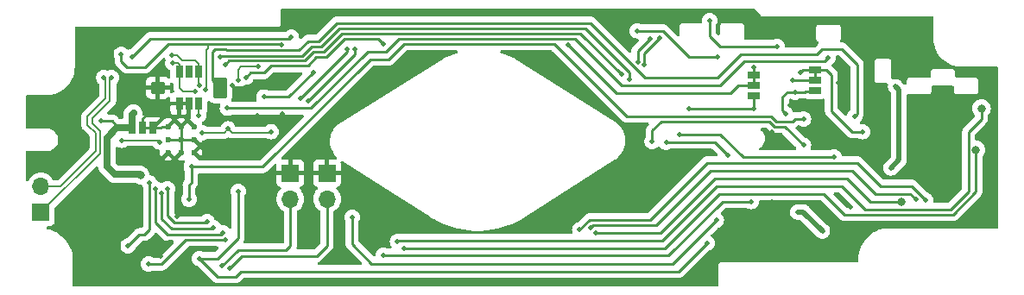
<source format=gbr>
%TF.GenerationSoftware,KiCad,Pcbnew,(7.0.0)*%
%TF.CreationDate,2023-04-17T21:08:14+08:00*%
%TF.ProjectId,opsx_x,6f707378-5f78-42e6-9b69-6361645f7063,rev?*%
%TF.SameCoordinates,Original*%
%TF.FileFunction,Copper,L2,Bot*%
%TF.FilePolarity,Positive*%
%FSLAX46Y46*%
G04 Gerber Fmt 4.6, Leading zero omitted, Abs format (unit mm)*
G04 Created by KiCad (PCBNEW (7.0.0)) date 2023-04-17 21:08:14*
%MOMM*%
%LPD*%
G01*
G04 APERTURE LIST*
G04 Aperture macros list*
%AMRoundRect*
0 Rectangle with rounded corners*
0 $1 Rounding radius*
0 $2 $3 $4 $5 $6 $7 $8 $9 X,Y pos of 4 corners*
0 Add a 4 corners polygon primitive as box body*
4,1,4,$2,$3,$4,$5,$6,$7,$8,$9,$2,$3,0*
0 Add four circle primitives for the rounded corners*
1,1,$1+$1,$2,$3*
1,1,$1+$1,$4,$5*
1,1,$1+$1,$6,$7*
1,1,$1+$1,$8,$9*
0 Add four rect primitives between the rounded corners*
20,1,$1+$1,$2,$3,$4,$5,0*
20,1,$1+$1,$4,$5,$6,$7,0*
20,1,$1+$1,$6,$7,$8,$9,0*
20,1,$1+$1,$8,$9,$2,$3,0*%
G04 Aperture macros list end*
%TA.AperFunction,SMDPad,CuDef*%
%ADD10R,0.700000X1.300000*%
%TD*%
%TA.AperFunction,SMDPad,CuDef*%
%ADD11R,1.270000X0.635000*%
%TD*%
%TA.AperFunction,ComponentPad*%
%ADD12R,1.700000X1.700000*%
%TD*%
%TA.AperFunction,ComponentPad*%
%ADD13O,1.700000X1.700000*%
%TD*%
%TA.AperFunction,ComponentPad*%
%ADD14C,0.600000*%
%TD*%
%TA.AperFunction,SMDPad,CuDef*%
%ADD15RoundRect,0.175000X-0.525000X-0.825000X0.525000X-0.825000X0.525000X0.825000X-0.525000X0.825000X0*%
%TD*%
%TA.AperFunction,SMDPad,CuDef*%
%ADD16RoundRect,0.150000X-0.550000X-0.450000X0.550000X-0.450000X0.550000X0.450000X-0.550000X0.450000X0*%
%TD*%
%TA.AperFunction,SMDPad,CuDef*%
%ADD17R,0.635000X1.270000*%
%TD*%
%TA.AperFunction,ViaPad*%
%ADD18C,0.510000*%
%TD*%
%TA.AperFunction,ViaPad*%
%ADD19C,0.800000*%
%TD*%
%TA.AperFunction,ViaPad*%
%ADD20C,0.600000*%
%TD*%
%TA.AperFunction,Conductor*%
%ADD21C,0.254000*%
%TD*%
%TA.AperFunction,Conductor*%
%ADD22C,0.508000*%
%TD*%
%TA.AperFunction,Conductor*%
%ADD23C,0.127000*%
%TD*%
%TA.AperFunction,Conductor*%
%ADD24C,0.200000*%
%TD*%
%TA.AperFunction,Conductor*%
%ADD25C,0.250000*%
%TD*%
%TA.AperFunction,Conductor*%
%ADD26C,0.700000*%
%TD*%
G04 APERTURE END LIST*
D10*
%TO.P,U4,1,VDD*%
%TO.N,+3.3V*%
X42599999Y-67349999D03*
%TO.P,U4,2,ADDR*%
%TO.N,GND*%
X41649999Y-67349999D03*
%TO.P,U4,3,GND*%
X40699999Y-67349999D03*
%TO.P,U4,4,SCL*%
%TO.N,/SCL0*%
X40699999Y-64249999D03*
%TO.P,U4,5,INT*%
%TO.N,unconnected-(U4-INT-Pad5)*%
X41649999Y-64249999D03*
%TO.P,U4,6,SDA*%
%TO.N,/SDA0*%
X42599999Y-64249999D03*
%TD*%
D11*
%TO.P,Z3,1,1*%
%TO.N,/S1T-3*%
X97027999Y-66547999D03*
%TO.P,Z3,2,2*%
%TO.N,/S1T*%
X97027999Y-65531999D03*
%TO.P,Z3,3,3*%
X97027999Y-64515999D03*
%TD*%
D12*
%TO.P,J2,1,Pin_1*%
%TO.N,/USB_D-*%
X27149999Y-78024999D03*
D13*
%TO.P,J2,2,Pin_2*%
%TO.N,/USB_D+*%
X27149999Y-75484999D03*
%TD*%
D12*
%TO.P,J1,1,Pin_1*%
%TO.N,GND*%
X55199999Y-74174999D03*
D13*
%TO.P,J1,2,Pin_2*%
%TO.N,/~{USB_BOOT}*%
X55199999Y-76714999D03*
%TD*%
D12*
%TO.P,J3,1,Pin_1*%
%TO.N,GND*%
X51599999Y-74174999D03*
D13*
%TO.P,J3,2,Pin_2*%
%TO.N,VBUS*%
X51599999Y-76714999D03*
%TD*%
D14*
%TO.P,U1,57,GND*%
%TO.N,GND*%
X39612500Y-72137500D03*
X40887500Y-72137500D03*
X42162500Y-72137500D03*
X39612500Y-70862500D03*
X40887500Y-70862500D03*
X42162500Y-70862500D03*
X39612500Y-69587500D03*
X40887500Y-69587500D03*
X42162500Y-69587500D03*
%TD*%
D15*
%TO.P,D2,1,K*%
%TO.N,Net-(D2-K)*%
X44700000Y-65800000D03*
D16*
%TO.P,D2,2,A*%
%TO.N,GND*%
X38600000Y-65800000D03*
%TD*%
D11*
%TO.P,Z2,1,1*%
%TO.N,/S1F*%
X103050799Y-66065199D03*
%TO.P,Z2,2,2*%
%TO.N,/S1F_FPC*%
X103050799Y-65049199D03*
%TO.P,Z2,3,3*%
X103050799Y-64033199D03*
%TD*%
D17*
%TO.P,Z1,1,1*%
%TO.N,+3.3V*%
X36067999Y-69699999D03*
%TO.P,Z1,2,2*%
%TO.N,GND*%
X37083999Y-69699999D03*
%TO.P,Z1,3,3*%
X38099999Y-69699999D03*
%TD*%
D18*
%TO.N,GND*%
X100600000Y-67500000D03*
X112875000Y-79175000D03*
X105250000Y-79125000D03*
X45625000Y-72275000D03*
X45925000Y-65550000D03*
X32675000Y-76150000D03*
X29400000Y-73675000D03*
X31825000Y-76975000D03*
%TO.N,/USB_D-*%
X34072000Y-64800000D03*
%TO.N,/USB_D+*%
X33312000Y-64800000D03*
%TO.N,+3.3V*%
X33000000Y-69039545D03*
%TO.N,GND*%
X108458000Y-72136000D03*
X109728000Y-69850000D03*
X112776000Y-70104000D03*
X112776000Y-71374000D03*
X112776000Y-72644000D03*
X109728000Y-68580000D03*
X51054000Y-59944000D03*
X43180000Y-81534000D03*
X90932000Y-84582000D03*
X92710000Y-84582000D03*
X92710000Y-83312000D03*
X94488000Y-82042000D03*
X96012000Y-82042000D03*
X94488000Y-80010000D03*
X96012000Y-80010000D03*
X84074000Y-58420000D03*
X83058000Y-58420000D03*
X83820000Y-60452000D03*
%TO.N,/LED1*%
X52578000Y-66802000D03*
X57150000Y-61976000D03*
%TO.N,/LED2*%
X57912000Y-61976000D03*
X53340000Y-67056000D03*
%TO.N,Net-(D5-A)*%
X51698500Y-60823500D03*
X36068000Y-62738000D03*
%TO.N,GND*%
X98852797Y-70139332D03*
%TO.N,/S1F_FPC*%
X101600000Y-64262000D03*
X100838000Y-65024000D03*
X107696000Y-70104000D03*
%TO.N,GND*%
X98806000Y-76962000D03*
%TO.N,Net-(Q3-G)*%
X86868000Y-60960000D03*
X85668683Y-63256317D03*
X89803182Y-70358000D03*
X104902000Y-72570500D03*
%TO.N,/S1F_PF_MCU*%
X47225500Y-64770000D03*
X60706000Y-61468000D03*
X85598000Y-60198000D03*
X93472000Y-62738000D03*
%TO.N,VCC*%
X86329817Y-63530183D03*
X87839250Y-60915250D03*
%TO.N,/S2*%
X99314000Y-61722000D03*
X92710000Y-59182000D03*
%TO.N,/S4A_3*%
X92456000Y-81026000D03*
X46482000Y-75946000D03*
X42672000Y-82550000D03*
%TO.N,GND*%
X38862000Y-82296000D03*
%TO.N,/S1T*%
X97028000Y-63754000D03*
%TO.N,/SFH_L*%
X94488000Y-72390000D03*
X88450000Y-71150000D03*
X84836000Y-64950500D03*
X44746167Y-62759333D03*
%TO.N,GND*%
X105325000Y-65278000D03*
X50800000Y-68381500D03*
X50730000Y-64700000D03*
%TO.N,/S1F*%
X100154500Y-68354500D03*
%TO.N,/SFH_H*%
X101920000Y-71440000D03*
X84074000Y-64485817D03*
X87075000Y-71050000D03*
X45212000Y-63490000D03*
%TO.N,Net-(D2-K)*%
X106934000Y-68580000D03*
%TO.N,GND*%
X103886000Y-71120000D03*
X102870000Y-71120000D03*
%TO.N,+3.3V*%
X101920000Y-68855000D03*
D19*
%TO.N,Net-(U1-GPIO5)*%
X111506000Y-76962000D03*
%TO.N,/S8-3*%
X119380000Y-67818000D03*
%TO.N,/S9-3*%
X118834500Y-71882000D03*
D18*
%TO.N,+1V1*%
X49700000Y-70100000D03*
X45500000Y-69825000D03*
X42942000Y-70223544D03*
X38833000Y-71111500D03*
X35045000Y-70953000D03*
%TO.N,GND*%
X113125000Y-59675000D03*
X38200001Y-80750001D03*
X106550000Y-77525000D03*
X119700000Y-73750000D03*
X48400000Y-68500000D03*
X41575000Y-77867500D03*
D20*
X35300000Y-76675000D03*
X31009000Y-65026000D03*
D18*
X26200000Y-73100000D03*
D20*
X33500000Y-77550000D03*
X36200000Y-65116500D03*
D18*
X37300000Y-82100000D03*
D20*
X32025000Y-65026000D03*
X27901000Y-67690000D03*
X27876000Y-68700000D03*
D19*
X31500000Y-62500000D03*
D20*
X35209000Y-65916500D03*
D19*
X100950000Y-60150000D03*
D18*
X47300000Y-65700000D03*
D20*
X39884000Y-81000000D03*
D19*
X115550000Y-76600000D03*
D18*
X96900000Y-59600000D03*
X40500000Y-78395500D03*
%TO.N,VCC*%
X103775000Y-79850000D03*
X101346000Y-77978000D03*
X110959400Y-65684400D03*
X110490000Y-73660000D03*
%TO.N,/S8-3*%
X62103000Y-80899000D03*
%TO.N,/S3*%
X79979817Y-79725817D03*
X113914500Y-76839500D03*
%TO.N,/S5*%
X81026000Y-79502000D03*
X112981500Y-76756500D03*
%TO.N,+3.3V*%
X36223996Y-68276004D03*
X41667500Y-76732500D03*
X42600000Y-68500000D03*
D19*
X36900000Y-74362500D03*
D18*
X41887705Y-73548956D03*
%TO.N,/~{USB_BOOT}*%
X45650000Y-83525000D03*
%TO.N,Net-(U1-GPIO5)*%
X81534000Y-80010000D03*
%TO.N,/S9-3*%
X62738000Y-81534000D03*
X43437500Y-78912500D03*
X39550000Y-75700000D03*
%TO.N,/SOL2_MCU*%
X45425000Y-67800000D03*
X104325000Y-62825000D03*
%TO.N,/GTD-3*%
X37800000Y-75150000D03*
X35700000Y-81300000D03*
%TO.N,/GTD-6*%
X45232086Y-80720470D03*
X37700000Y-83100000D03*
%TO.N,VBUS*%
X44923000Y-83277000D03*
%TO.N,/FF*%
X48467500Y-63707500D03*
X46501832Y-65034000D03*
%TO.N,/FT*%
X49000000Y-66700000D03*
X53848000Y-64262000D03*
%TO.N,/SCL0*%
X42254162Y-66150000D03*
X40050000Y-63350000D03*
%TO.N,/SDA0*%
X40000000Y-62600000D03*
X42672000Y-65532000D03*
%TO.N,/S1T-3*%
X90678000Y-67818000D03*
%TO.N,/S1T*%
X78867000Y-61595000D03*
%TO.N,/S1T-3*%
X97028000Y-67818000D03*
X38400000Y-75700000D03*
X45000000Y-80050000D03*
%TO.N,/S2*%
X43290162Y-65959275D03*
X50725000Y-61541500D03*
X35024200Y-62484000D03*
%TO.N,/S1F*%
X101092000Y-66220500D03*
%TO.N,/S1F-3*%
X60706000Y-82222500D03*
X39000000Y-76150000D03*
X44075000Y-79525000D03*
X96774000Y-76962000D03*
%TO.N,/SOL1_MCU*%
X93375000Y-78800000D03*
X57658000Y-78486000D03*
%TD*%
D21*
%TO.N,/S1F*%
X99850000Y-66675000D02*
X100304500Y-66220500D01*
X100304500Y-66220500D02*
X101092000Y-66220500D01*
X99850000Y-68050000D02*
X99850000Y-66675000D01*
X100154500Y-68354500D02*
X99850000Y-68050000D01*
%TO.N,+3.3V*%
X48879044Y-73548956D02*
X41887705Y-73548956D01*
X59436000Y-62992000D02*
X48879044Y-73548956D01*
X61214000Y-62992000D02*
X59436000Y-62992000D01*
X62738000Y-61468000D02*
X61214000Y-62992000D01*
X77470000Y-61468000D02*
X62738000Y-61468000D01*
X84582000Y-68580000D02*
X77470000Y-61468000D01*
X99283963Y-69088500D02*
X98775463Y-68580000D01*
X101071000Y-68855000D02*
X100837500Y-69088500D01*
X101920000Y-68855000D02*
X101071000Y-68855000D01*
X100837500Y-69088500D02*
X99283963Y-69088500D01*
X98775463Y-68580000D02*
X84582000Y-68580000D01*
%TO.N,/S1F*%
X101092000Y-66220500D02*
X102079500Y-66220500D01*
X102079500Y-66220500D02*
X102133200Y-66166800D01*
X102133200Y-66166800D02*
X102949200Y-66166800D01*
%TO.N,/SFH_H*%
X87075000Y-70000000D02*
X87075000Y-71050000D01*
X99060000Y-69596000D02*
X98552000Y-69088000D01*
X100076000Y-69596000D02*
X99060000Y-69596000D01*
X101920000Y-71440000D02*
X100076000Y-69596000D01*
X98552000Y-69088000D02*
X87987000Y-69088000D01*
X87987000Y-69088000D02*
X87075000Y-70000000D01*
%TO.N,Net-(Q3-G)*%
X95995500Y-72570500D02*
X104902000Y-72570500D01*
X93783000Y-70358000D02*
X95995500Y-72570500D01*
X89803182Y-70358000D02*
X93783000Y-70358000D01*
%TO.N,/SFH_L*%
X93248000Y-71150000D02*
X94488000Y-72390000D01*
X88450000Y-71150000D02*
X93248000Y-71150000D01*
%TO.N,Net-(Q3-G)*%
X85668683Y-62159317D02*
X86868000Y-60960000D01*
X85668683Y-63256317D02*
X85668683Y-62159317D01*
D22*
%TO.N,VCC*%
X101903000Y-77978000D02*
X101346000Y-77978000D01*
X103775000Y-79850000D02*
X101903000Y-77978000D01*
D21*
%TO.N,GND*%
X40887500Y-69587500D02*
X40887500Y-70862500D01*
X40887500Y-70862500D02*
X40887500Y-72137500D01*
X39612500Y-70862500D02*
X40887500Y-70862500D01*
X40887500Y-70862500D02*
X42162500Y-70862500D01*
X46075000Y-65700000D02*
X47300000Y-65700000D01*
X45925000Y-65550000D02*
X46075000Y-65700000D01*
D23*
%TO.N,/FF*%
X46782500Y-63707500D02*
X48467500Y-63707500D01*
X46492500Y-63997500D02*
X46782500Y-63707500D01*
X46492500Y-65024668D02*
X46492500Y-63997500D01*
X46501832Y-65034000D02*
X46492500Y-65024668D01*
D21*
%TO.N,GND*%
X38875000Y-69725000D02*
X38125000Y-69725000D01*
X38125000Y-69725000D02*
X38100000Y-69700000D01*
X39012500Y-69587500D02*
X38875000Y-69725000D01*
X39612500Y-69587500D02*
X39012500Y-69587500D01*
%TO.N,/FT*%
X51410000Y-66700000D02*
X53848000Y-64262000D01*
X49000000Y-66700000D02*
X51410000Y-66700000D01*
%TO.N,GND*%
X50730000Y-64700000D02*
X49730000Y-65700000D01*
X49730000Y-65700000D02*
X47300000Y-65700000D01*
%TO.N,/S1F_PF_MCU*%
X47670500Y-64325000D02*
X47225500Y-64770000D01*
X53325000Y-63625000D02*
X49700000Y-63625000D01*
X56900000Y-61000000D02*
X55100000Y-62800000D01*
X49700000Y-63625000D02*
X49000000Y-64325000D01*
X49000000Y-64325000D02*
X47670500Y-64325000D01*
X60238000Y-61000000D02*
X56900000Y-61000000D01*
X60706000Y-61468000D02*
X60238000Y-61000000D01*
X55100000Y-62800000D02*
X54150000Y-62800000D01*
X54150000Y-62800000D02*
X53325000Y-63625000D01*
%TO.N,Net-(D2-K)*%
X43942000Y-62230000D02*
X43942000Y-65042000D01*
X44196000Y-61976000D02*
X43942000Y-62230000D01*
X45212000Y-61976000D02*
X44196000Y-61976000D01*
X45361000Y-62125000D02*
X45212000Y-61976000D01*
X52429000Y-62125000D02*
X45361000Y-62125000D01*
X53340000Y-61214000D02*
X52429000Y-62125000D01*
X54356000Y-61214000D02*
X53340000Y-61214000D01*
X56134000Y-59436000D02*
X54356000Y-61214000D01*
X43942000Y-65042000D02*
X44700000Y-65800000D01*
X81026000Y-59436000D02*
X56134000Y-59436000D01*
X86360000Y-64770000D02*
X81026000Y-59436000D01*
X93472000Y-64770000D02*
X86360000Y-64770000D01*
X103229464Y-62484000D02*
X95758000Y-62484000D01*
X103737464Y-61976000D02*
X103229464Y-62484000D01*
X95758000Y-62484000D02*
X93472000Y-64770000D01*
X105664000Y-61976000D02*
X103737464Y-61976000D01*
X107188000Y-68326000D02*
X107188000Y-63500000D01*
X106934000Y-68580000D02*
X107188000Y-68326000D01*
X107188000Y-63500000D02*
X105664000Y-61976000D01*
%TO.N,/SFH_H*%
X56642000Y-60452000D02*
X80040183Y-60452000D01*
X53895000Y-62230000D02*
X54864000Y-62230000D01*
X53000000Y-63125000D02*
X53895000Y-62230000D01*
X54864000Y-62230000D02*
X56642000Y-60452000D01*
X45577000Y-63125000D02*
X53000000Y-63125000D01*
X80040183Y-60452000D02*
X84074000Y-64485817D01*
X45212000Y-63490000D02*
X45577000Y-63125000D01*
%TO.N,/SFH_L*%
X84836000Y-64262000D02*
X84836000Y-64950500D01*
X56388000Y-59944000D02*
X80518000Y-59944000D01*
X54610000Y-61722000D02*
X56388000Y-59944000D01*
X53653974Y-61722000D02*
X54610000Y-61722000D01*
X52725974Y-62650000D02*
X53653974Y-61722000D01*
X44855500Y-62650000D02*
X52725974Y-62650000D01*
X44746167Y-62759333D02*
X44855500Y-62650000D01*
X80518000Y-59944000D02*
X84836000Y-64262000D01*
%TO.N,Net-(D5-A)*%
X37846000Y-60960000D02*
X36068000Y-62738000D01*
X51698500Y-60823500D02*
X51562000Y-60960000D01*
X51562000Y-60960000D02*
X37846000Y-60960000D01*
%TO.N,/S2*%
X50651500Y-61468000D02*
X43493974Y-61468000D01*
X50725000Y-61541500D02*
X50651500Y-61468000D01*
D23*
%TO.N,+1V1*%
X45500000Y-69825000D02*
X45101456Y-70223544D01*
X45101456Y-70223544D02*
X42942000Y-70223544D01*
X49600000Y-70200000D02*
X49700000Y-70100000D01*
X45875000Y-70200000D02*
X49600000Y-70200000D01*
X45500000Y-69825000D02*
X45875000Y-70200000D01*
%TO.N,/SCL0*%
X40700000Y-65800000D02*
X40700000Y-64250000D01*
X42254162Y-66150000D02*
X41050000Y-66150000D01*
X41050000Y-66150000D02*
X40700000Y-65800000D01*
D21*
%TO.N,+3.3V*%
X34600000Y-69525000D02*
X34600000Y-69700000D01*
X34114545Y-69039545D02*
X34600000Y-69525000D01*
X33000000Y-69039545D02*
X34114545Y-69039545D01*
D24*
%TO.N,/USB_D-*%
X32950000Y-72225000D02*
X27150000Y-78025000D01*
X32950000Y-70054302D02*
X32950000Y-72225000D01*
X32165132Y-69269434D02*
X32950000Y-70054302D01*
X32165132Y-68809656D02*
X32165132Y-69269434D01*
X33917001Y-67057787D02*
X32165132Y-68809656D01*
X33917001Y-64954999D02*
X33917001Y-67057787D01*
X34072000Y-64800000D02*
X33917001Y-64954999D01*
%TO.N,/USB_D+*%
X32500019Y-72038584D02*
X29053603Y-75485000D01*
X32500019Y-70240691D02*
X32500019Y-72038584D01*
X31715151Y-69455823D02*
X32500019Y-70240691D01*
X31715151Y-68623268D02*
X31715151Y-69455823D01*
X33466999Y-66871420D02*
X31715151Y-68623268D01*
X29053603Y-75485000D02*
X27150000Y-75485000D01*
X33466999Y-64954999D02*
X33466999Y-66871420D01*
X33312000Y-64800000D02*
X33466999Y-64954999D01*
X33312000Y-64800000D02*
X33312000Y-64923603D01*
D21*
%TO.N,GND*%
X38100000Y-69700000D02*
X37084000Y-69700000D01*
%TO.N,/S1F_FPC*%
X103050800Y-64033200D02*
X103050800Y-65049200D01*
%TO.N,/S1T*%
X97028000Y-64516000D02*
X97028000Y-65532000D01*
%TO.N,/S1T-3*%
X90678000Y-67818000D02*
X97028000Y-67818000D01*
%TO.N,/SOL2_MCU*%
X53612000Y-67800000D02*
X45425000Y-67800000D01*
X59182000Y-62230000D02*
X53612000Y-67800000D01*
X62230000Y-60960000D02*
X60960000Y-62230000D01*
X79502000Y-60960000D02*
X62230000Y-60960000D01*
X84074000Y-65532000D02*
X79502000Y-60960000D01*
X60960000Y-62230000D02*
X59182000Y-62230000D01*
X93726000Y-65532000D02*
X84074000Y-65532000D01*
X103978000Y-63172000D02*
X96086000Y-63172000D01*
X96086000Y-63172000D02*
X93726000Y-65532000D01*
X104325000Y-62825000D02*
X103978000Y-63172000D01*
%TO.N,/LED2*%
X57912000Y-62484000D02*
X53340000Y-67056000D01*
X57912000Y-61976000D02*
X57912000Y-62484000D01*
%TO.N,/S1T*%
X95504000Y-65532000D02*
X97028000Y-65532000D01*
X94742000Y-66294000D02*
X95504000Y-65532000D01*
X83566000Y-66294000D02*
X94742000Y-66294000D01*
X78867000Y-61595000D02*
X83566000Y-66294000D01*
%TO.N,/LED1*%
X57150000Y-61976000D02*
X57150000Y-62230000D01*
X57150000Y-62230000D02*
X52578000Y-66802000D01*
D23*
%TO.N,/S2*%
X43493974Y-61916026D02*
X43493974Y-61468000D01*
X43325785Y-62084215D02*
X43493974Y-61916026D01*
X43325785Y-65923652D02*
X43325785Y-62084215D01*
X43290162Y-65959275D02*
X43325785Y-65923652D01*
D21*
X35560000Y-63754000D02*
X37338000Y-63754000D01*
X37338000Y-63754000D02*
X39624000Y-61468000D01*
X39624000Y-61468000D02*
X43493974Y-61468000D01*
X35024200Y-63218200D02*
X35560000Y-63754000D01*
X35024200Y-62484000D02*
X35024200Y-63218200D01*
%TO.N,/S1F_FPC*%
X101600000Y-64262000D02*
X101854000Y-64008000D01*
X101854000Y-64008000D02*
X103025600Y-64008000D01*
X103025600Y-64008000D02*
X103050800Y-64033200D01*
X100838000Y-65024000D02*
X101600000Y-65024000D01*
X101600000Y-65024000D02*
X101625200Y-65049200D01*
X101625200Y-65049200D02*
X103050800Y-65049200D01*
X104648000Y-64516000D02*
X104165200Y-64033200D01*
X104165200Y-64033200D02*
X103050800Y-64033200D01*
X104648000Y-68072000D02*
X104648000Y-64516000D01*
X106680000Y-70104000D02*
X104648000Y-68072000D01*
X107696000Y-70104000D02*
X106680000Y-70104000D01*
%TO.N,/S1F-3*%
X96774000Y-76962000D02*
X93963000Y-76962000D01*
X93963000Y-76962000D02*
X88702500Y-82222500D01*
X88702500Y-82222500D02*
X60706000Y-82222500D01*
%TO.N,/S1F_PF_MCU*%
X85598000Y-60198000D02*
X88138000Y-60198000D01*
X90678000Y-62738000D02*
X88138000Y-60198000D01*
X93472000Y-62738000D02*
X90678000Y-62738000D01*
%TO.N,VCC*%
X86329817Y-62424683D02*
X86329817Y-63530183D01*
X87839250Y-60915250D02*
X86329817Y-62424683D01*
%TO.N,/S2*%
X92710000Y-60706000D02*
X92710000Y-59182000D01*
X93726000Y-61722000D02*
X92710000Y-60706000D01*
X99314000Y-61722000D02*
X93726000Y-61722000D01*
%TO.N,/S1T*%
X97028000Y-64516000D02*
X97028000Y-63754000D01*
%TO.N,/S4A_3*%
X89662000Y-83820000D02*
X46736000Y-83820000D01*
X46736000Y-83820000D02*
X46228000Y-84328000D01*
X46228000Y-84328000D02*
X44450000Y-84328000D01*
X44450000Y-84328000D02*
X42672000Y-82550000D01*
X92456000Y-81026000D02*
X89662000Y-83820000D01*
%TO.N,/SOL1_MCU*%
X57658000Y-81137573D02*
X59578427Y-83058000D01*
X59578427Y-83058000D02*
X89117000Y-83058000D01*
X57658000Y-78486000D02*
X57658000Y-81137573D01*
X89117000Y-83058000D02*
X93375000Y-78800000D01*
%TO.N,/S9-3*%
X93625000Y-76200000D02*
X103886000Y-76200000D01*
X88291000Y-81534000D02*
X93625000Y-76200000D01*
X62738000Y-81534000D02*
X88291000Y-81534000D01*
%TO.N,/S8-3*%
X93412000Y-75438000D02*
X105664000Y-75438000D01*
X62103000Y-80899000D02*
X62230000Y-80772000D01*
X62230000Y-80772000D02*
X88078000Y-80772000D01*
X88078000Y-80772000D02*
X93412000Y-75438000D01*
%TO.N,Net-(U1-GPIO5)*%
X106172000Y-74676000D02*
X108458000Y-76962000D01*
X93218000Y-74676000D02*
X106172000Y-74676000D01*
X87884000Y-80010000D02*
X93218000Y-74676000D01*
X81534000Y-80010000D02*
X87884000Y-80010000D01*
X108458000Y-76962000D02*
X111506000Y-76962000D01*
%TO.N,/S5*%
X112376927Y-76200000D02*
X112933427Y-76756500D01*
X108966000Y-76200000D02*
X112376927Y-76200000D01*
X106680000Y-73914000D02*
X108966000Y-76200000D01*
X92837000Y-73914000D02*
X106680000Y-73914000D01*
X87503000Y-79248000D02*
X92837000Y-73914000D01*
X81280000Y-79248000D02*
X87503000Y-79248000D01*
X112933427Y-76756500D02*
X112981500Y-76756500D01*
X81026000Y-79502000D02*
X81280000Y-79248000D01*
%TO.N,VBUS*%
X46500000Y-81700000D02*
X51175000Y-81700000D01*
X44923000Y-83277000D02*
X46500000Y-81700000D01*
X51600000Y-81275000D02*
X51600000Y-76715000D01*
X51175000Y-81700000D02*
X51600000Y-81275000D01*
%TO.N,/S3*%
X112513000Y-75438000D02*
X113914500Y-76839500D01*
X109474000Y-75438000D02*
X112513000Y-75438000D01*
X107188000Y-73152000D02*
X109474000Y-75438000D01*
X80965634Y-78740000D02*
X86868000Y-78740000D01*
X92456000Y-73152000D02*
X107188000Y-73152000D01*
X79979817Y-79725817D02*
X80965634Y-78740000D01*
X86868000Y-78740000D02*
X92456000Y-73152000D01*
%TO.N,/S4A_3*%
X46482000Y-80518000D02*
X46482000Y-75946000D01*
X44450000Y-82550000D02*
X46482000Y-80518000D01*
X42672000Y-82550000D02*
X44450000Y-82550000D01*
%TO.N,/S1T-3*%
X97028000Y-66548000D02*
X97028000Y-67818000D01*
D25*
%TO.N,/S8-3*%
X119380000Y-68834000D02*
X119380000Y-67818000D01*
X118110000Y-70104000D02*
X119380000Y-68834000D01*
X107950000Y-77724000D02*
X116332000Y-77724000D01*
X105664000Y-75438000D02*
X107950000Y-77724000D01*
X116332000Y-77724000D02*
X118110000Y-75946000D01*
X118110000Y-75946000D02*
X118110000Y-70104000D01*
%TO.N,/S9-3*%
X118834500Y-75983500D02*
X118834500Y-71882000D01*
X105918000Y-78232000D02*
X116586000Y-78232000D01*
X103886000Y-76200000D02*
X105918000Y-78232000D01*
X116586000Y-78232000D02*
X118834500Y-75983500D01*
D23*
%TO.N,/SDA0*%
X42672000Y-65532000D02*
X42600000Y-65460000D01*
X42600000Y-65460000D02*
X42600000Y-64250000D01*
D21*
%TO.N,GND*%
X50681500Y-68500000D02*
X50800000Y-68381500D01*
X48400000Y-68500000D02*
X50681500Y-68500000D01*
D22*
%TO.N,VCC*%
X111300000Y-66025000D02*
X111300000Y-72850000D01*
X111300000Y-72850000D02*
X110490000Y-73660000D01*
X110959400Y-65684400D02*
X111300000Y-66025000D01*
D23*
%TO.N,+1V1*%
X35045000Y-70953000D02*
X38674500Y-70953000D01*
X38674500Y-70953000D02*
X38833000Y-71111500D01*
D21*
%TO.N,GND*%
X37400000Y-68500000D02*
X37084000Y-68816000D01*
X37084000Y-68816000D02*
X37084000Y-69700000D01*
X41300000Y-68500000D02*
X37400000Y-68500000D01*
X41650000Y-68150000D02*
X41300000Y-68500000D01*
X41650000Y-67350000D02*
X41650000Y-68150000D01*
D26*
%TO.N,+3.3V*%
X34400000Y-74300000D02*
X33600000Y-73500000D01*
X34600000Y-69700000D02*
X36068000Y-69700000D01*
D23*
X41900000Y-73561251D02*
X41887705Y-73548956D01*
D26*
X33600000Y-70700000D02*
X34600000Y-69700000D01*
X36900000Y-74362500D02*
X36837500Y-74300000D01*
D21*
X41667500Y-75332500D02*
X41900000Y-75100000D01*
D26*
X36837500Y-74300000D02*
X34400000Y-74300000D01*
D23*
X42600000Y-67350000D02*
X42600000Y-68500000D01*
D26*
X36068000Y-69700000D02*
X36068000Y-68432000D01*
X33600000Y-73500000D02*
X33600000Y-70700000D01*
X36068000Y-68432000D02*
X36223996Y-68276004D01*
D21*
X41900000Y-75100000D02*
X41900000Y-73561251D01*
X41667500Y-76732500D02*
X41667500Y-75332500D01*
%TO.N,/~{USB_BOOT}*%
X54175000Y-82300000D02*
X55200000Y-81275000D01*
X45650000Y-83525000D02*
X46875000Y-82300000D01*
X55200000Y-81275000D02*
X55200000Y-76715000D01*
X46875000Y-82300000D02*
X54175000Y-82300000D01*
%TO.N,/S9-3*%
X39582000Y-78382000D02*
X39582000Y-75732000D01*
X40250000Y-79050000D02*
X39582000Y-78382000D01*
X43300000Y-79050000D02*
X40250000Y-79050000D01*
X43437500Y-78912500D02*
X43300000Y-79050000D01*
X39582000Y-75732000D02*
X39550000Y-75700000D01*
%TO.N,/GTD-3*%
X37300000Y-80200000D02*
X36800000Y-80200000D01*
X37800000Y-79700000D02*
X37300000Y-80200000D01*
X36800000Y-80200000D02*
X35700000Y-81300000D01*
X37800000Y-75150000D02*
X37800000Y-79700000D01*
%TO.N,/GTD-6*%
X45232086Y-80720470D02*
X41354530Y-80720470D01*
X41354530Y-80720470D02*
X38975000Y-83100000D01*
X38975000Y-83100000D02*
X37700000Y-83100000D01*
D23*
%TO.N,/SCL0*%
X40700000Y-63500000D02*
X40700000Y-64250000D01*
X40050000Y-63350000D02*
X40550000Y-63350000D01*
X40550000Y-63350000D02*
X40700000Y-63500000D01*
%TO.N,/SDA0*%
X42227000Y-63100000D02*
X42600000Y-63473000D01*
X40481224Y-62600000D02*
X40981224Y-63100000D01*
X40981224Y-63100000D02*
X42227000Y-63100000D01*
X40000000Y-62600000D02*
X40481224Y-62600000D01*
X42600000Y-63473000D02*
X42600000Y-64250000D01*
D21*
%TO.N,/S1T-3*%
X45000000Y-80050000D02*
X44850000Y-80200000D01*
X38400000Y-79050000D02*
X38400000Y-75700000D01*
X44850000Y-80200000D02*
X39550000Y-80200000D01*
X39550000Y-80200000D02*
X38400000Y-79050000D01*
%TO.N,/S1F-3*%
X39000000Y-78700000D02*
X39000000Y-76150000D01*
X43950000Y-79650000D02*
X39950000Y-79650000D01*
X39950000Y-79650000D02*
X39000000Y-78700000D01*
X44075000Y-79525000D02*
X43950000Y-79650000D01*
%TD*%
%TA.AperFunction,Conductor*%
%TO.N,GND*%
G36*
X97044141Y-58019042D02*
G01*
X97092480Y-58051341D01*
X97709644Y-58668506D01*
X97722878Y-58684632D01*
X97725844Y-58687598D01*
X97733998Y-58699801D01*
X97754915Y-58713777D01*
X97754916Y-58713778D01*
X97816859Y-58755166D01*
X97914599Y-58774609D01*
X97928992Y-58771746D01*
X97933179Y-58771746D01*
X97953954Y-58769700D01*
X114533099Y-58769700D01*
X114590119Y-58781042D01*
X114638458Y-58813341D01*
X114670757Y-58861680D01*
X114682099Y-58918700D01*
X114682099Y-61275739D01*
X114680768Y-61289930D01*
X114680676Y-61297228D01*
X114678255Y-61310030D01*
X114680357Y-61322886D01*
X114680357Y-61322889D01*
X114682071Y-61333370D01*
X114682099Y-61333584D01*
X114682099Y-61337874D01*
X114683526Y-61345050D01*
X114683527Y-61345059D01*
X114685570Y-61355331D01*
X114686488Y-61360405D01*
X114708738Y-61496841D01*
X114708740Y-61496854D01*
X114709364Y-61500675D01*
X114710382Y-61504415D01*
X114710385Y-61504425D01*
X114785648Y-61780712D01*
X114787686Y-61788193D01*
X114789088Y-61791811D01*
X114789089Y-61791812D01*
X114837024Y-61915456D01*
X114895403Y-62066038D01*
X114897166Y-62069478D01*
X114897172Y-62069490D01*
X114966155Y-62204046D01*
X115031351Y-62331215D01*
X115078937Y-62404225D01*
X115174286Y-62550517D01*
X115194066Y-62580864D01*
X115196496Y-62583860D01*
X115196497Y-62583861D01*
X115288879Y-62697750D01*
X115381792Y-62812293D01*
X115592506Y-63023007D01*
X115823935Y-63210733D01*
X116073584Y-63373448D01*
X116077021Y-63375210D01*
X116331914Y-63505887D01*
X116338761Y-63509397D01*
X116616606Y-63617113D01*
X116904124Y-63695436D01*
X117044498Y-63718327D01*
X117049491Y-63719231D01*
X117066925Y-63722700D01*
X117071218Y-63722700D01*
X117071417Y-63722726D01*
X117094769Y-63726544D01*
X117107575Y-63724120D01*
X117114868Y-63724030D01*
X117129060Y-63722700D01*
X120883099Y-63722700D01*
X120940119Y-63734042D01*
X120988458Y-63766341D01*
X121020757Y-63814680D01*
X121032099Y-63871700D01*
X121032099Y-79455700D01*
X121020757Y-79512720D01*
X120988458Y-79561059D01*
X120940119Y-79593358D01*
X120883099Y-79604700D01*
X109887286Y-79604700D01*
X109868635Y-79603080D01*
X109865116Y-79603084D01*
X109852275Y-79600837D01*
X109839439Y-79603116D01*
X109839437Y-79603117D01*
X109830528Y-79604700D01*
X109830248Y-79603129D01*
X109829251Y-79603130D01*
X109827704Y-79603611D01*
X109827920Y-79604700D01*
X109821604Y-79605957D01*
X109807355Y-79608791D01*
X109804332Y-79609360D01*
X109656789Y-79635548D01*
X109656786Y-79635548D01*
X109652953Y-79636229D01*
X109649212Y-79637305D01*
X109649206Y-79637307D01*
X109385923Y-79713080D01*
X109348762Y-79723775D01*
X109345169Y-79725229D01*
X109345153Y-79725235D01*
X109058962Y-79841088D01*
X109058945Y-79841095D01*
X109055353Y-79842550D01*
X109051926Y-79844373D01*
X109051917Y-79844378D01*
X108779354Y-79989433D01*
X108779339Y-79989441D01*
X108775921Y-79991261D01*
X108772704Y-79993430D01*
X108772691Y-79993439D01*
X108516736Y-80166111D01*
X108516722Y-80166120D01*
X108513512Y-80168287D01*
X108510542Y-80170777D01*
X108510534Y-80170784D01*
X108275237Y-80368133D01*
X108270984Y-80371700D01*
X108268280Y-80374496D01*
X108268279Y-80374498D01*
X108053681Y-80596488D01*
X108053672Y-80596497D01*
X108050979Y-80599284D01*
X108048582Y-80602345D01*
X108048580Y-80602349D01*
X107858294Y-80845491D01*
X107858286Y-80845501D01*
X107855893Y-80848560D01*
X107853828Y-80851855D01*
X107853824Y-80851862D01*
X107689915Y-81113516D01*
X107689906Y-81113531D01*
X107687852Y-81116811D01*
X107686148Y-81120290D01*
X107686143Y-81120301D01*
X107550399Y-81397615D01*
X107550390Y-81397634D01*
X107548686Y-81401117D01*
X107547348Y-81404771D01*
X107547346Y-81404778D01*
X107441250Y-81694721D01*
X107441247Y-81694730D01*
X107439912Y-81698379D01*
X107438967Y-81702136D01*
X107438962Y-81702153D01*
X107363662Y-82001587D01*
X107363659Y-82001601D01*
X107362714Y-82005360D01*
X107362163Y-82009209D01*
X107362163Y-82009214D01*
X107318483Y-82314860D01*
X107318481Y-82314877D01*
X107317933Y-82318715D01*
X107317787Y-82322600D01*
X107317787Y-82322602D01*
X107309562Y-82541684D01*
X107306057Y-82635031D01*
X107306317Y-82638915D01*
X107306318Y-82638927D01*
X107313623Y-82747718D01*
X107305308Y-82807729D01*
X107273789Y-82859469D01*
X107224277Y-82894383D01*
X107164958Y-82906700D01*
X93889949Y-82906700D01*
X93869186Y-82904655D01*
X93864992Y-82904655D01*
X93850599Y-82901792D01*
X93836206Y-82904655D01*
X93825925Y-82906700D01*
X93767249Y-82918371D01*
X93767246Y-82918372D01*
X93752859Y-82921234D01*
X93740663Y-82929382D01*
X93740660Y-82929384D01*
X93682199Y-82968446D01*
X93682196Y-82968448D01*
X93669998Y-82976599D01*
X93661847Y-82988797D01*
X93661845Y-82988800D01*
X93622783Y-83047261D01*
X93622781Y-83047264D01*
X93614633Y-83059460D01*
X93611771Y-83073847D01*
X93611770Y-83073850D01*
X93600387Y-83131080D01*
X93595191Y-83157200D01*
X93598054Y-83171593D01*
X93598054Y-83175787D01*
X93600099Y-83196550D01*
X93600099Y-85170700D01*
X93588757Y-85227720D01*
X93556458Y-85276059D01*
X93508119Y-85308358D01*
X93451099Y-85319700D01*
X30369099Y-85319700D01*
X30312079Y-85308358D01*
X30263740Y-85276059D01*
X30231441Y-85227720D01*
X30220099Y-85170700D01*
X30220099Y-82024826D01*
X30220309Y-82016909D01*
X30220718Y-82009214D01*
X30222092Y-81983401D01*
X30215017Y-81960194D01*
X30211403Y-81945809D01*
X30208428Y-81930853D01*
X30205565Y-81916460D01*
X30198746Y-81906254D01*
X30197181Y-81901893D01*
X30168759Y-81808782D01*
X30158601Y-81775504D01*
X30155101Y-81767218D01*
X30119777Y-81683579D01*
X30023824Y-81456385D01*
X29856736Y-81152933D01*
X29659132Y-80868408D01*
X29642358Y-80848922D01*
X29539290Y-80729187D01*
X29433136Y-80605868D01*
X29430268Y-80603162D01*
X29183988Y-80370786D01*
X29183985Y-80370783D01*
X29181176Y-80368133D01*
X29178112Y-80365791D01*
X29178104Y-80365784D01*
X28909028Y-80160103D01*
X28909025Y-80160101D01*
X28905960Y-80157758D01*
X28885641Y-80145330D01*
X28613740Y-79979019D01*
X28613739Y-79979018D01*
X28610444Y-79977003D01*
X28606966Y-79975343D01*
X28606960Y-79975340D01*
X28326868Y-79841681D01*
X28297805Y-79827812D01*
X28294180Y-79826523D01*
X28294167Y-79826518D01*
X28008068Y-79724820D01*
X27971401Y-79711786D01*
X27967667Y-79710880D01*
X27967651Y-79710876D01*
X27796165Y-79669305D01*
X27732820Y-79636342D01*
X27692087Y-79577690D01*
X27683321Y-79506822D01*
X27708537Y-79440014D01*
X27761941Y-79392610D01*
X27831268Y-79375499D01*
X28047872Y-79375499D01*
X28107483Y-79369091D01*
X28242331Y-79318796D01*
X28357546Y-79232546D01*
X28443796Y-79117331D01*
X28494091Y-78982483D01*
X28500500Y-78922873D01*
X28500499Y-77585451D01*
X28511841Y-77528432D01*
X28544137Y-77480096D01*
X32503014Y-73521220D01*
X32559268Y-73485904D01*
X32625282Y-73478544D01*
X32687935Y-73500603D01*
X32734777Y-73547698D01*
X32756497Y-73610469D01*
X32763611Y-73675879D01*
X32763614Y-73675893D01*
X32764486Y-73683910D01*
X32767061Y-73691553D01*
X32767540Y-73693728D01*
X32767685Y-73694543D01*
X32767912Y-73695512D01*
X32768148Y-73696319D01*
X32768683Y-73698471D01*
X32769773Y-73706468D01*
X32772557Y-73714046D01*
X32772558Y-73714050D01*
X32797004Y-73780594D01*
X32798342Y-73784395D01*
X32820975Y-73851563D01*
X32820977Y-73851567D01*
X32823556Y-73859221D01*
X32827719Y-73866141D01*
X32828645Y-73868142D01*
X32828970Y-73868927D01*
X32829391Y-73869805D01*
X32829790Y-73870534D01*
X32830782Y-73872534D01*
X32833568Y-73880116D01*
X32837919Y-73886923D01*
X32876095Y-73946650D01*
X32878218Y-73950072D01*
X32918930Y-74017736D01*
X32924487Y-74023603D01*
X32925826Y-74025364D01*
X32926306Y-74026051D01*
X32926916Y-74026832D01*
X32927467Y-74027463D01*
X32928848Y-74029182D01*
X32933200Y-74035989D01*
X32938910Y-74041699D01*
X32989027Y-74091816D01*
X32991841Y-74094707D01*
X33046151Y-74152041D01*
X33052831Y-74156570D01*
X33054518Y-74158003D01*
X33063417Y-74166206D01*
X33769882Y-74872670D01*
X33778075Y-74881557D01*
X33811663Y-74921100D01*
X33837390Y-74940657D01*
X33874510Y-74968875D01*
X33877690Y-74971361D01*
X33926427Y-75010538D01*
X33939246Y-75020842D01*
X33946488Y-75024433D01*
X33948342Y-75025618D01*
X33949022Y-75026092D01*
X33949893Y-75026633D01*
X33950638Y-75027041D01*
X33952502Y-75028162D01*
X33958936Y-75033054D01*
X34030597Y-75066207D01*
X34034210Y-75067938D01*
X34039199Y-75070413D01*
X34097737Y-75099446D01*
X34097742Y-75099448D01*
X34104979Y-75103037D01*
X34112823Y-75104987D01*
X34114867Y-75105738D01*
X34115652Y-75106063D01*
X34116615Y-75106402D01*
X34117418Y-75106637D01*
X34119497Y-75107337D01*
X34126833Y-75110732D01*
X34203991Y-75127715D01*
X34207863Y-75128623D01*
X34284506Y-75147684D01*
X34292586Y-75147902D01*
X34294768Y-75148200D01*
X34295584Y-75148345D01*
X34296586Y-75148468D01*
X34297433Y-75148525D01*
X34299603Y-75148761D01*
X34307503Y-75150500D01*
X34386466Y-75150500D01*
X34390499Y-75150554D01*
X34469432Y-75152693D01*
X34477365Y-75151170D01*
X34479574Y-75150991D01*
X34491663Y-75150500D01*
X36424244Y-75150500D01*
X36484848Y-75163382D01*
X36620197Y-75223644D01*
X36805354Y-75263000D01*
X36813165Y-75263000D01*
X36933403Y-75263000D01*
X36992987Y-75275432D01*
X37042628Y-75310655D01*
X37074042Y-75362789D01*
X37112246Y-75471973D01*
X37112248Y-75471978D01*
X37115011Y-75479873D01*
X37119461Y-75486956D01*
X37119463Y-75486959D01*
X37149662Y-75535020D01*
X37166677Y-75573045D01*
X37172500Y-75614293D01*
X37172500Y-79378363D01*
X37161158Y-79435383D01*
X37128859Y-79483722D01*
X37083722Y-79528859D01*
X37035383Y-79561158D01*
X36978363Y-79572500D01*
X36877132Y-79572500D01*
X36867176Y-79572030D01*
X36859523Y-79570320D01*
X36850156Y-79570614D01*
X36850154Y-79570614D01*
X36792463Y-79572427D01*
X36787784Y-79572500D01*
X36760524Y-79572500D01*
X36755879Y-79573086D01*
X36751212Y-79573380D01*
X36751211Y-79573368D01*
X36743701Y-79573958D01*
X36710430Y-79575004D01*
X36710426Y-79575004D01*
X36701057Y-79575299D01*
X36692060Y-79577912D01*
X36692052Y-79577914D01*
X36683604Y-79580369D01*
X36660722Y-79585107D01*
X36652015Y-79586207D01*
X36652006Y-79586209D01*
X36642707Y-79587384D01*
X36633989Y-79590835D01*
X36633987Y-79590836D01*
X36603051Y-79603084D01*
X36589777Y-79607629D01*
X36557812Y-79616916D01*
X36557810Y-79616916D01*
X36548809Y-79619532D01*
X36540743Y-79624301D01*
X36540734Y-79624306D01*
X36533173Y-79628778D01*
X36512184Y-79639060D01*
X36504022Y-79642291D01*
X36504011Y-79642296D01*
X36495297Y-79645747D01*
X36487712Y-79651257D01*
X36487704Y-79651262D01*
X36460793Y-79670814D01*
X36449066Y-79678518D01*
X36420413Y-79695463D01*
X36420402Y-79695470D01*
X36412344Y-79700237D01*
X36399496Y-79713083D01*
X36381731Y-79728257D01*
X36374616Y-79733426D01*
X36374609Y-79733431D01*
X36367033Y-79738937D01*
X36361059Y-79746156D01*
X36361061Y-79746156D01*
X36339847Y-79771798D01*
X36330402Y-79782177D01*
X35589701Y-80522878D01*
X35556431Y-80547919D01*
X35530487Y-80557827D01*
X35530822Y-80558782D01*
X35378026Y-80612246D01*
X35378018Y-80612249D01*
X35370127Y-80615011D01*
X35363047Y-80619459D01*
X35363040Y-80619463D01*
X35233057Y-80701137D01*
X35233052Y-80701140D01*
X35225973Y-80705589D01*
X35220060Y-80711501D01*
X35220056Y-80711505D01*
X35111505Y-80820056D01*
X35111501Y-80820060D01*
X35105589Y-80825973D01*
X35101140Y-80833052D01*
X35101137Y-80833057D01*
X35019463Y-80963040D01*
X35019459Y-80963047D01*
X35015011Y-80970127D01*
X35012249Y-80978018D01*
X35012246Y-80978026D01*
X34962463Y-81120301D01*
X34958782Y-81130822D01*
X34957845Y-81139133D01*
X34957844Y-81139140D01*
X34941350Y-81285533D01*
X34939720Y-81300000D01*
X34940657Y-81308316D01*
X34957844Y-81460859D01*
X34957845Y-81460864D01*
X34958782Y-81469178D01*
X34961546Y-81477077D01*
X35012246Y-81621973D01*
X35012248Y-81621978D01*
X35015011Y-81629873D01*
X35019461Y-81636956D01*
X35019463Y-81636959D01*
X35099155Y-81763787D01*
X35105589Y-81774027D01*
X35225973Y-81894411D01*
X35370127Y-81984989D01*
X35530822Y-82041218D01*
X35700000Y-82060280D01*
X35869178Y-82041218D01*
X36029873Y-81984989D01*
X36174027Y-81894411D01*
X36294411Y-81774027D01*
X36384989Y-81629873D01*
X36441218Y-81469178D01*
X36442176Y-81469513D01*
X36452059Y-81443604D01*
X36477117Y-81410300D01*
X37016277Y-80871141D01*
X37064617Y-80838842D01*
X37121637Y-80827500D01*
X37222868Y-80827500D01*
X37232823Y-80827969D01*
X37240477Y-80829680D01*
X37307536Y-80827573D01*
X37312216Y-80827500D01*
X37334785Y-80827500D01*
X37339476Y-80827500D01*
X37344131Y-80826911D01*
X37348797Y-80826618D01*
X37348797Y-80826631D01*
X37356294Y-80826040D01*
X37398943Y-80824701D01*
X37416380Y-80819634D01*
X37439288Y-80814890D01*
X37457293Y-80812616D01*
X37496972Y-80796905D01*
X37510209Y-80792373D01*
X37551191Y-80780468D01*
X37566815Y-80771226D01*
X37587818Y-80760937D01*
X37604703Y-80754253D01*
X37639219Y-80729173D01*
X37650919Y-80721487D01*
X37687656Y-80699763D01*
X37700503Y-80686915D01*
X37718273Y-80671737D01*
X37732967Y-80661063D01*
X37760158Y-80628192D01*
X37769584Y-80617833D01*
X38189186Y-80198231D01*
X38196537Y-80191543D01*
X38203162Y-80187340D01*
X38249122Y-80138395D01*
X38252317Y-80135100D01*
X38271623Y-80115796D01*
X38274499Y-80112087D01*
X38277600Y-80108570D01*
X38277610Y-80108579D01*
X38282488Y-80102864D01*
X38311693Y-80071767D01*
X38311692Y-80071767D01*
X38311695Y-80071765D01*
X38313189Y-80073168D01*
X38349713Y-80040697D01*
X38410834Y-80022144D01*
X38474107Y-80030889D01*
X38527905Y-80065324D01*
X39051754Y-80589173D01*
X39058457Y-80596539D01*
X39062660Y-80603162D01*
X39069492Y-80609578D01*
X39069494Y-80609580D01*
X39111551Y-80649074D01*
X39114903Y-80652322D01*
X39134205Y-80671624D01*
X39137899Y-80674490D01*
X39141417Y-80677591D01*
X39141409Y-80677600D01*
X39147145Y-80682499D01*
X39169040Y-80703061D01*
X39178233Y-80711693D01*
X39190098Y-80718215D01*
X39194147Y-80720442D01*
X39213685Y-80733274D01*
X39228038Y-80744408D01*
X39236640Y-80748130D01*
X39236643Y-80748132D01*
X39267175Y-80761344D01*
X39279785Y-80767521D01*
X39317166Y-80788072D01*
X39326244Y-80790402D01*
X39326245Y-80790403D01*
X39334748Y-80792586D01*
X39356872Y-80800160D01*
X39373542Y-80807374D01*
X39415667Y-80814045D01*
X39429413Y-80816891D01*
X39470728Y-80827500D01*
X39488887Y-80827500D01*
X39512196Y-80829335D01*
X39520865Y-80830708D01*
X39520872Y-80830708D01*
X39530133Y-80832175D01*
X39572594Y-80828161D01*
X39586618Y-80827500D01*
X40000363Y-80827500D01*
X40068008Y-80843740D01*
X40120907Y-80888920D01*
X40147529Y-80953191D01*
X40142070Y-81022544D01*
X40105722Y-81081859D01*
X38758722Y-82428859D01*
X38710383Y-82461158D01*
X38653363Y-82472500D01*
X38164293Y-82472500D01*
X38123045Y-82466677D01*
X38085020Y-82449662D01*
X38036959Y-82419463D01*
X38036956Y-82419461D01*
X38029873Y-82415011D01*
X38021978Y-82412248D01*
X38021973Y-82412246D01*
X37877077Y-82361546D01*
X37869178Y-82358782D01*
X37860864Y-82357845D01*
X37860859Y-82357844D01*
X37708316Y-82340657D01*
X37700000Y-82339720D01*
X37691684Y-82340657D01*
X37539140Y-82357844D01*
X37539133Y-82357845D01*
X37530822Y-82358782D01*
X37522924Y-82361545D01*
X37522922Y-82361546D01*
X37378026Y-82412246D01*
X37378018Y-82412249D01*
X37370127Y-82415011D01*
X37363047Y-82419459D01*
X37363040Y-82419463D01*
X37233057Y-82501137D01*
X37233052Y-82501140D01*
X37225973Y-82505589D01*
X37220060Y-82511501D01*
X37220056Y-82511505D01*
X37111505Y-82620056D01*
X37111501Y-82620060D01*
X37105589Y-82625973D01*
X37101140Y-82633052D01*
X37101137Y-82633057D01*
X37019463Y-82763040D01*
X37019459Y-82763047D01*
X37015011Y-82770127D01*
X37012249Y-82778018D01*
X37012246Y-82778026D01*
X36962137Y-82921234D01*
X36958782Y-82930822D01*
X36957845Y-82939133D01*
X36957844Y-82939140D01*
X36945662Y-83047261D01*
X36939720Y-83100000D01*
X36940657Y-83108316D01*
X36957844Y-83260859D01*
X36957845Y-83260864D01*
X36958782Y-83269178D01*
X36961546Y-83277077D01*
X37012246Y-83421973D01*
X37012248Y-83421978D01*
X37015011Y-83429873D01*
X37019461Y-83436956D01*
X37019463Y-83436959D01*
X37092904Y-83553839D01*
X37105589Y-83574027D01*
X37225973Y-83694411D01*
X37370127Y-83784989D01*
X37530822Y-83841218D01*
X37700000Y-83860280D01*
X37869178Y-83841218D01*
X38029873Y-83784989D01*
X38085018Y-83750338D01*
X38123045Y-83733323D01*
X38164293Y-83727500D01*
X38897868Y-83727500D01*
X38907823Y-83727969D01*
X38915477Y-83729680D01*
X38982536Y-83727573D01*
X38987216Y-83727500D01*
X39009785Y-83727500D01*
X39014476Y-83727500D01*
X39019131Y-83726911D01*
X39023797Y-83726618D01*
X39023797Y-83726631D01*
X39031294Y-83726040D01*
X39073943Y-83724701D01*
X39091380Y-83719634D01*
X39114288Y-83714890D01*
X39132293Y-83712616D01*
X39171972Y-83696905D01*
X39185209Y-83692373D01*
X39226191Y-83680468D01*
X39241815Y-83671226D01*
X39262818Y-83660937D01*
X39279703Y-83654253D01*
X39314219Y-83629173D01*
X39325919Y-83621487D01*
X39362656Y-83599763D01*
X39375503Y-83586915D01*
X39393273Y-83571737D01*
X39407967Y-83561063D01*
X39435158Y-83528192D01*
X39444584Y-83517833D01*
X41570807Y-81391611D01*
X41619147Y-81359312D01*
X41676167Y-81347970D01*
X44404893Y-81347970D01*
X44472538Y-81364210D01*
X44525437Y-81409390D01*
X44552059Y-81473661D01*
X44546600Y-81543014D01*
X44510252Y-81602329D01*
X44233722Y-81878859D01*
X44185383Y-81911158D01*
X44128363Y-81922500D01*
X43136293Y-81922500D01*
X43095045Y-81916677D01*
X43057020Y-81899662D01*
X43008959Y-81869463D01*
X43008956Y-81869461D01*
X43001873Y-81865011D01*
X42993978Y-81862248D01*
X42993973Y-81862246D01*
X42849077Y-81811546D01*
X42841178Y-81808782D01*
X42832864Y-81807845D01*
X42832859Y-81807844D01*
X42680316Y-81790657D01*
X42672000Y-81789720D01*
X42663684Y-81790657D01*
X42511140Y-81807844D01*
X42511133Y-81807845D01*
X42502822Y-81808782D01*
X42494924Y-81811545D01*
X42494922Y-81811546D01*
X42350026Y-81862246D01*
X42350018Y-81862249D01*
X42342127Y-81865011D01*
X42335047Y-81869459D01*
X42335040Y-81869463D01*
X42205057Y-81951137D01*
X42205052Y-81951140D01*
X42197973Y-81955589D01*
X42192060Y-81961501D01*
X42192056Y-81961505D01*
X42083505Y-82070056D01*
X42083501Y-82070060D01*
X42077589Y-82075973D01*
X42073140Y-82083052D01*
X42073137Y-82083057D01*
X41991463Y-82213040D01*
X41991459Y-82213047D01*
X41987011Y-82220127D01*
X41984249Y-82228018D01*
X41984246Y-82228026D01*
X41948613Y-82329862D01*
X41930782Y-82380822D01*
X41929845Y-82389133D01*
X41929844Y-82389140D01*
X41916724Y-82505589D01*
X41911720Y-82550000D01*
X41912657Y-82558316D01*
X41929844Y-82710859D01*
X41929845Y-82710864D01*
X41930782Y-82719178D01*
X41933546Y-82727077D01*
X41984246Y-82871973D01*
X41984248Y-82871978D01*
X41987011Y-82879873D01*
X41991461Y-82886956D01*
X41991463Y-82886959D01*
X42019024Y-82930822D01*
X42077589Y-83024027D01*
X42197973Y-83144411D01*
X42342127Y-83234989D01*
X42350025Y-83237752D01*
X42350026Y-83237753D01*
X42502822Y-83291218D01*
X42502486Y-83292175D01*
X42528404Y-83302065D01*
X42561702Y-83327121D01*
X43951754Y-84717173D01*
X43958457Y-84724539D01*
X43962660Y-84731162D01*
X43969492Y-84737578D01*
X43969494Y-84737580D01*
X44011551Y-84777074D01*
X44014912Y-84780331D01*
X44034204Y-84799623D01*
X44037906Y-84802494D01*
X44041418Y-84805590D01*
X44041409Y-84805599D01*
X44047138Y-84810492D01*
X44071396Y-84833273D01*
X44071398Y-84833274D01*
X44078233Y-84839693D01*
X44094150Y-84848443D01*
X44113691Y-84861279D01*
X44128038Y-84872408D01*
X44136641Y-84876131D01*
X44136645Y-84876133D01*
X44167175Y-84889344D01*
X44179785Y-84895521D01*
X44217166Y-84916072D01*
X44226244Y-84918402D01*
X44226245Y-84918403D01*
X44234748Y-84920586D01*
X44256872Y-84928160D01*
X44273542Y-84935374D01*
X44315667Y-84942045D01*
X44329413Y-84944891D01*
X44370728Y-84955500D01*
X44388887Y-84955500D01*
X44412196Y-84957335D01*
X44420865Y-84958708D01*
X44420872Y-84958708D01*
X44430133Y-84960175D01*
X44472594Y-84956161D01*
X44486618Y-84955500D01*
X46150868Y-84955500D01*
X46160823Y-84955969D01*
X46168477Y-84957680D01*
X46235536Y-84955573D01*
X46240216Y-84955500D01*
X46262785Y-84955500D01*
X46267476Y-84955500D01*
X46272131Y-84954911D01*
X46276797Y-84954618D01*
X46276797Y-84954631D01*
X46284294Y-84954040D01*
X46326943Y-84952701D01*
X46344380Y-84947634D01*
X46367288Y-84942890D01*
X46385293Y-84940616D01*
X46424972Y-84924905D01*
X46438209Y-84920373D01*
X46479191Y-84908468D01*
X46494815Y-84899226D01*
X46515818Y-84888937D01*
X46532703Y-84882253D01*
X46567219Y-84857173D01*
X46578919Y-84849487D01*
X46615656Y-84827763D01*
X46628503Y-84814915D01*
X46646273Y-84799737D01*
X46660967Y-84789063D01*
X46688158Y-84756192D01*
X46697596Y-84745822D01*
X46952279Y-84491141D01*
X47000617Y-84458842D01*
X47057637Y-84447500D01*
X89584868Y-84447500D01*
X89594823Y-84447969D01*
X89602477Y-84449680D01*
X89669536Y-84447573D01*
X89674216Y-84447500D01*
X89696785Y-84447500D01*
X89701476Y-84447500D01*
X89706131Y-84446911D01*
X89710797Y-84446618D01*
X89710797Y-84446631D01*
X89718294Y-84446040D01*
X89760943Y-84444701D01*
X89778380Y-84439634D01*
X89801288Y-84434890D01*
X89819293Y-84432616D01*
X89858972Y-84416905D01*
X89872209Y-84412373D01*
X89913191Y-84400468D01*
X89928815Y-84391226D01*
X89949818Y-84380937D01*
X89966703Y-84374253D01*
X90001219Y-84349173D01*
X90012919Y-84341487D01*
X90049656Y-84319763D01*
X90062503Y-84306915D01*
X90080273Y-84291737D01*
X90094967Y-84281063D01*
X90122158Y-84248192D01*
X90131584Y-84237833D01*
X92566300Y-81803117D01*
X92599604Y-81778059D01*
X92625513Y-81768176D01*
X92625178Y-81767218D01*
X92639119Y-81762340D01*
X92785873Y-81710989D01*
X92930027Y-81620411D01*
X93050411Y-81500027D01*
X93140989Y-81355873D01*
X93197218Y-81195178D01*
X93216280Y-81026000D01*
X93197218Y-80856822D01*
X93140989Y-80696127D01*
X93050411Y-80551973D01*
X92930027Y-80431589D01*
X92922945Y-80427139D01*
X92922940Y-80427135D01*
X92904482Y-80415537D01*
X92857595Y-80368647D01*
X92835695Y-80306058D01*
X92843120Y-80240165D01*
X92878397Y-80184020D01*
X93485300Y-79577117D01*
X93518604Y-79552059D01*
X93544513Y-79542176D01*
X93544178Y-79541218D01*
X93642477Y-79506822D01*
X93704873Y-79484989D01*
X93849027Y-79394411D01*
X93969411Y-79274027D01*
X94059989Y-79129873D01*
X94116218Y-78969178D01*
X94135280Y-78800000D01*
X94116218Y-78630822D01*
X94059989Y-78470127D01*
X93969411Y-78325973D01*
X93849027Y-78205589D01*
X93843390Y-78202047D01*
X93804493Y-78154651D01*
X93788106Y-78094617D01*
X93797669Y-78033126D01*
X93831510Y-77980907D01*
X93834417Y-77978000D01*
X100585720Y-77978000D01*
X100586657Y-77986317D01*
X100586657Y-77986322D01*
X100587263Y-77991704D01*
X100587619Y-78004844D01*
X100587649Y-78004843D01*
X100588153Y-78013503D01*
X100587649Y-78022169D01*
X100589155Y-78030715D01*
X100589156Y-78030716D01*
X100595284Y-78065471D01*
X100596610Y-78074657D01*
X100603845Y-78138867D01*
X100603846Y-78138871D01*
X100604782Y-78147178D01*
X100607543Y-78155069D01*
X100607545Y-78155077D01*
X100610684Y-78164048D01*
X100616734Y-78187202D01*
X100616770Y-78187325D01*
X100618277Y-78195866D01*
X100621711Y-78203828D01*
X100621712Y-78203830D01*
X100634951Y-78234523D01*
X100638773Y-78244322D01*
X100661011Y-78307873D01*
X100665459Y-78314952D01*
X100665460Y-78314954D01*
X100672708Y-78326490D01*
X100683353Y-78346732D01*
X100684698Y-78349849D01*
X100688136Y-78357818D01*
X100693315Y-78364775D01*
X100693316Y-78364776D01*
X100711914Y-78389758D01*
X100718558Y-78399460D01*
X100739354Y-78432556D01*
X100751589Y-78452027D01*
X100757505Y-78457943D01*
X100770067Y-78470505D01*
X100784220Y-78486882D01*
X100793461Y-78499294D01*
X100800110Y-78504873D01*
X100822006Y-78523246D01*
X100831589Y-78532027D01*
X100871973Y-78572411D01*
X100879058Y-78576862D01*
X100879057Y-78576862D01*
X100897647Y-78588543D01*
X100914149Y-78600564D01*
X100921920Y-78607085D01*
X100921922Y-78607086D01*
X100928573Y-78612667D01*
X100959404Y-78628150D01*
X100971809Y-78635141D01*
X101016127Y-78662989D01*
X101048766Y-78674409D01*
X101066405Y-78681888D01*
X101086189Y-78691824D01*
X101116923Y-78699107D01*
X101131742Y-78703443D01*
X101176822Y-78719218D01*
X101215443Y-78723569D01*
X101233126Y-78726648D01*
X101257812Y-78732500D01*
X101286335Y-78732500D01*
X101303017Y-78733436D01*
X101346000Y-78738280D01*
X101388982Y-78733436D01*
X101405665Y-78732500D01*
X101528758Y-78732500D01*
X101585778Y-78743842D01*
X101634117Y-78776141D01*
X103175019Y-80317043D01*
X103178998Y-80321495D01*
X103180589Y-80324027D01*
X103300973Y-80444411D01*
X103339495Y-80468616D01*
X103352626Y-80477892D01*
X103376209Y-80496539D01*
X103397740Y-80506579D01*
X103414036Y-80515454D01*
X103438036Y-80530534D01*
X103438040Y-80530535D01*
X103445127Y-80534989D01*
X103476756Y-80546056D01*
X103492343Y-80551510D01*
X103506105Y-80557110D01*
X103536060Y-80571079D01*
X103556122Y-80575221D01*
X103575200Y-80580502D01*
X103605822Y-80591218D01*
X103660171Y-80597341D01*
X103673617Y-80599483D01*
X103700291Y-80604991D01*
X103700297Y-80604991D01*
X103708794Y-80606746D01*
X103725951Y-80606246D01*
X103746949Y-80607119D01*
X103775000Y-80610280D01*
X103834200Y-80603609D01*
X103846513Y-80602738D01*
X103885096Y-80601616D01*
X103898397Y-80598051D01*
X103920276Y-80593910D01*
X103944178Y-80591218D01*
X104005234Y-80569853D01*
X104015828Y-80566585D01*
X104055463Y-80555966D01*
X104064567Y-80551056D01*
X104086069Y-80541567D01*
X104104873Y-80534989D01*
X104164239Y-80497685D01*
X104172797Y-80492698D01*
X104175657Y-80491156D01*
X104210709Y-80472257D01*
X104217199Y-80466480D01*
X104220909Y-80463883D01*
X104235631Y-80452827D01*
X104249027Y-80444411D01*
X104302791Y-80390645D01*
X104309060Y-80384730D01*
X104342467Y-80355003D01*
X104347446Y-80347891D01*
X104353216Y-80341408D01*
X104353374Y-80341548D01*
X104361106Y-80332331D01*
X104369411Y-80324027D01*
X104413385Y-80254041D01*
X104417454Y-80247909D01*
X104443633Y-80210523D01*
X104446839Y-80202452D01*
X104450761Y-80195178D01*
X104455458Y-80187120D01*
X104455532Y-80186964D01*
X104459989Y-80179873D01*
X104489853Y-80094522D01*
X104491997Y-80088781D01*
X104508752Y-80046608D01*
X104509985Y-80038188D01*
X104513104Y-80028076D01*
X104516218Y-80019178D01*
X104527437Y-79919595D01*
X104528055Y-79914822D01*
X104534315Y-79872094D01*
X104533757Y-79865727D01*
X104534179Y-79859759D01*
X104535280Y-79850000D01*
X104522522Y-79736773D01*
X104522154Y-79733093D01*
X104521731Y-79728257D01*
X104518943Y-79696388D01*
X104517625Y-79692413D01*
X104517277Y-79690224D01*
X104517264Y-79690109D01*
X104516218Y-79680822D01*
X104470680Y-79550683D01*
X104469933Y-79548486D01*
X104463464Y-79528964D01*
X104462579Y-79527529D01*
X104459989Y-79520127D01*
X104369411Y-79375973D01*
X104249027Y-79255589D01*
X104246497Y-79254000D01*
X104242047Y-79250023D01*
X102483051Y-77491027D01*
X102468893Y-77474643D01*
X102460725Y-77463671D01*
X102460721Y-77463666D01*
X102455539Y-77456706D01*
X102430895Y-77436027D01*
X102418203Y-77425377D01*
X102408620Y-77416596D01*
X102408512Y-77416488D01*
X102408511Y-77416487D01*
X102405441Y-77413417D01*
X102381257Y-77394295D01*
X102377938Y-77391591D01*
X102320427Y-77343333D01*
X102312887Y-77339546D01*
X102312308Y-77339128D01*
X102309046Y-77337049D01*
X102308406Y-77336691D01*
X102301791Y-77331461D01*
X102293930Y-77327795D01*
X102293928Y-77327794D01*
X102233760Y-77299736D01*
X102229863Y-77297849D01*
X102170568Y-77268071D01*
X102170563Y-77268069D01*
X102162811Y-77264176D01*
X102154603Y-77262230D01*
X102153921Y-77261948D01*
X102150293Y-77260687D01*
X102149588Y-77260487D01*
X102141940Y-77256921D01*
X102133451Y-77255168D01*
X102133445Y-77255166D01*
X102068417Y-77241739D01*
X102064211Y-77240806D01*
X102029754Y-77232640D01*
X101999624Y-77225499D01*
X101999621Y-77225498D01*
X101991188Y-77223500D01*
X101982755Y-77223500D01*
X101982030Y-77223383D01*
X101978204Y-77222992D01*
X101977468Y-77222960D01*
X101969206Y-77221254D01*
X101960536Y-77221506D01*
X101960533Y-77221506D01*
X101894183Y-77223437D01*
X101889849Y-77223500D01*
X101405665Y-77223500D01*
X101388982Y-77222563D01*
X101354316Y-77218657D01*
X101346000Y-77217720D01*
X101337684Y-77218657D01*
X101185132Y-77235845D01*
X101185126Y-77235846D01*
X101176822Y-77236782D01*
X101171002Y-77238818D01*
X101170816Y-77238840D01*
X101168811Y-77239569D01*
X101168800Y-77239572D01*
X101168561Y-77239660D01*
X101166827Y-77240279D01*
X101024025Y-77290247D01*
X101024022Y-77290248D01*
X101016127Y-77293011D01*
X101009044Y-77297461D01*
X101009036Y-77297465D01*
X101008427Y-77297848D01*
X101007946Y-77298119D01*
X101005076Y-77299164D01*
X100998994Y-77303163D01*
X100998992Y-77303165D01*
X100979440Y-77316024D01*
X100976843Y-77317693D01*
X100879056Y-77379138D01*
X100879053Y-77379139D01*
X100871973Y-77383589D01*
X100866059Y-77389501D01*
X100866053Y-77389507D01*
X100865079Y-77390481D01*
X100862138Y-77393174D01*
X100857715Y-77396085D01*
X100851774Y-77402381D01*
X100851769Y-77402386D01*
X100829802Y-77425669D01*
X100826787Y-77428773D01*
X100757502Y-77498059D01*
X100757498Y-77498063D01*
X100751589Y-77503973D01*
X100747145Y-77511044D01*
X100747137Y-77511055D01*
X100746406Y-77512220D01*
X100741793Y-77518954D01*
X100736678Y-77524377D01*
X100732344Y-77531882D01*
X100732342Y-77531886D01*
X100714401Y-77562960D01*
X100711528Y-77567728D01*
X100683498Y-77612338D01*
X100661011Y-77648127D01*
X100658248Y-77656021D01*
X100658245Y-77656028D01*
X100658091Y-77656469D01*
X100654277Y-77666247D01*
X100652823Y-77669616D01*
X100648490Y-77677124D01*
X100646003Y-77685429D01*
X100646001Y-77685435D01*
X100635393Y-77720865D01*
X100633294Y-77727334D01*
X100607543Y-77800929D01*
X100607541Y-77800935D01*
X100604782Y-77808822D01*
X100603845Y-77817129D01*
X100603843Y-77817141D01*
X100603689Y-77818507D01*
X100601513Y-77829169D01*
X100601899Y-77829238D01*
X100600393Y-77837778D01*
X100597905Y-77846091D01*
X100597400Y-77854748D01*
X100597400Y-77854752D01*
X100595272Y-77891280D01*
X100594587Y-77899293D01*
X100586657Y-77969682D01*
X100585720Y-77978000D01*
X93834417Y-77978000D01*
X94179277Y-77633141D01*
X94227617Y-77600842D01*
X94284637Y-77589500D01*
X96309707Y-77589500D01*
X96350955Y-77595323D01*
X96388980Y-77612338D01*
X96437040Y-77642536D01*
X96444127Y-77646989D01*
X96604822Y-77703218D01*
X96774000Y-77722280D01*
X96943178Y-77703218D01*
X97103873Y-77646989D01*
X97248027Y-77556411D01*
X97368411Y-77436027D01*
X97458989Y-77291873D01*
X97515218Y-77131178D01*
X97534280Y-76962000D01*
X97536184Y-76962214D01*
X97544685Y-76919480D01*
X97576984Y-76871141D01*
X97625323Y-76838842D01*
X97682343Y-76827500D01*
X103567192Y-76827500D01*
X103624212Y-76838842D01*
X103672550Y-76871140D01*
X104548955Y-77747546D01*
X105421361Y-78619952D01*
X105428024Y-78627275D01*
X105432214Y-78633877D01*
X105439044Y-78640291D01*
X105439045Y-78640292D01*
X105480928Y-78679623D01*
X105484289Y-78682880D01*
X105503529Y-78702120D01*
X105507227Y-78704989D01*
X105510738Y-78708084D01*
X105510728Y-78708094D01*
X105516437Y-78712970D01*
X105540583Y-78735645D01*
X105540589Y-78735649D01*
X105547418Y-78742062D01*
X105563251Y-78750766D01*
X105582789Y-78763600D01*
X105597064Y-78774673D01*
X105636079Y-78791556D01*
X105648666Y-78797723D01*
X105676876Y-78813232D01*
X105685908Y-78818197D01*
X105694985Y-78820527D01*
X105694992Y-78820530D01*
X105703401Y-78822689D01*
X105725523Y-78830263D01*
X105733494Y-78833712D01*
X105742104Y-78837438D01*
X105751365Y-78838904D01*
X105751366Y-78838905D01*
X105753311Y-78839213D01*
X105784082Y-78844086D01*
X105797817Y-78846930D01*
X105838981Y-78857500D01*
X105857045Y-78857500D01*
X105880352Y-78859333D01*
X105898196Y-78862160D01*
X105940500Y-78858160D01*
X105954522Y-78857500D01*
X116509142Y-78857500D01*
X116519031Y-78857966D01*
X116526667Y-78859673D01*
X116593459Y-78857573D01*
X116598139Y-78857500D01*
X116620659Y-78857500D01*
X116625350Y-78857500D01*
X116630004Y-78856911D01*
X116634671Y-78856618D01*
X116634671Y-78856632D01*
X116642143Y-78856043D01*
X116684627Y-78854709D01*
X116701964Y-78849671D01*
X116724873Y-78844927D01*
X116725001Y-78844910D01*
X116742792Y-78842664D01*
X116782323Y-78827012D01*
X116795568Y-78822477D01*
X116836390Y-78810618D01*
X116844461Y-78805845D01*
X116851939Y-78801423D01*
X116872939Y-78791135D01*
X116875124Y-78790269D01*
X116889732Y-78784486D01*
X116924126Y-78759495D01*
X116935823Y-78751812D01*
X116972420Y-78730170D01*
X116985193Y-78717395D01*
X117002972Y-78702212D01*
X117010000Y-78697106D01*
X117009999Y-78697106D01*
X117017587Y-78691594D01*
X117044681Y-78658841D01*
X117054108Y-78648480D01*
X119222462Y-76480127D01*
X119229770Y-76473477D01*
X119236377Y-76469286D01*
X119282171Y-76420519D01*
X119285366Y-76417223D01*
X119304620Y-76397971D01*
X119307496Y-76394262D01*
X119310589Y-76390755D01*
X119310599Y-76390764D01*
X119315463Y-76385067D01*
X119344562Y-76354082D01*
X119353262Y-76338254D01*
X119366100Y-76318709D01*
X119377173Y-76304436D01*
X119394048Y-76265437D01*
X119400220Y-76252837D01*
X119420697Y-76215592D01*
X119425190Y-76198092D01*
X119432765Y-76175969D01*
X119439937Y-76159396D01*
X119446585Y-76117418D01*
X119449425Y-76103703D01*
X119460000Y-76062519D01*
X119460000Y-76044456D01*
X119461834Y-76021148D01*
X119462603Y-76016293D01*
X119464660Y-76003304D01*
X119460660Y-75960999D01*
X119460000Y-75946978D01*
X119460000Y-72590285D01*
X119469897Y-72536888D01*
X119498271Y-72490585D01*
X119561807Y-72420020D01*
X119561806Y-72420020D01*
X119567033Y-72414216D01*
X119661679Y-72250284D01*
X119720174Y-72070256D01*
X119739960Y-71882000D01*
X119720174Y-71693744D01*
X119714003Y-71674753D01*
X119673565Y-71550297D01*
X119661679Y-71513716D01*
X119567033Y-71349784D01*
X119488822Y-71262922D01*
X119445599Y-71214918D01*
X119445597Y-71214916D01*
X119440371Y-71209112D01*
X119433201Y-71203903D01*
X119293545Y-71102437D01*
X119293544Y-71102436D01*
X119287230Y-71097849D01*
X119280096Y-71094673D01*
X119280095Y-71094672D01*
X119121437Y-71024032D01*
X119121434Y-71024031D01*
X119114303Y-71020856D01*
X119106666Y-71019232D01*
X119106664Y-71019232D01*
X118973703Y-70990970D01*
X118929146Y-70981500D01*
X118884500Y-70981500D01*
X118827480Y-70970158D01*
X118779141Y-70937859D01*
X118746842Y-70889520D01*
X118735500Y-70832500D01*
X118735500Y-70424808D01*
X118746842Y-70367788D01*
X118779141Y-70319449D01*
X119273488Y-69825102D01*
X119767962Y-69330627D01*
X119775270Y-69323977D01*
X119781877Y-69319786D01*
X119827671Y-69271019D01*
X119830866Y-69267723D01*
X119850120Y-69248471D01*
X119852996Y-69244762D01*
X119856089Y-69241255D01*
X119856099Y-69241264D01*
X119860963Y-69235567D01*
X119890062Y-69204582D01*
X119898762Y-69188754D01*
X119911600Y-69169209D01*
X119922673Y-69154936D01*
X119939548Y-69115937D01*
X119945720Y-69103337D01*
X119966197Y-69066092D01*
X119970690Y-69048592D01*
X119978265Y-69026469D01*
X119979256Y-69024178D01*
X119985437Y-69009896D01*
X119992085Y-68967918D01*
X119994925Y-68954203D01*
X120005500Y-68913019D01*
X120005500Y-68894956D01*
X120007334Y-68871648D01*
X120008131Y-68866616D01*
X120010160Y-68853804D01*
X120006160Y-68811499D01*
X120005500Y-68797478D01*
X120005500Y-68526285D01*
X120015397Y-68472888D01*
X120043771Y-68426585D01*
X120107307Y-68356020D01*
X120107306Y-68356020D01*
X120112533Y-68350216D01*
X120207179Y-68186284D01*
X120265674Y-68006256D01*
X120285460Y-67818000D01*
X120265674Y-67629744D01*
X120207179Y-67449716D01*
X120112533Y-67285784D01*
X120061794Y-67229433D01*
X119991099Y-67150918D01*
X119991097Y-67150916D01*
X119985871Y-67145112D01*
X119972400Y-67135325D01*
X119839045Y-67038437D01*
X119839044Y-67038436D01*
X119832730Y-67033849D01*
X119825596Y-67030673D01*
X119825595Y-67030672D01*
X119666937Y-66960032D01*
X119666934Y-66960031D01*
X119659803Y-66956856D01*
X119652166Y-66955232D01*
X119652164Y-66955232D01*
X119503721Y-66923680D01*
X119474646Y-66917500D01*
X119285354Y-66917500D01*
X119277714Y-66919123D01*
X119277713Y-66919124D01*
X119107835Y-66955232D01*
X119107830Y-66955233D01*
X119100197Y-66956856D01*
X119093068Y-66960029D01*
X119093062Y-66960032D01*
X118934404Y-67030672D01*
X118934398Y-67030675D01*
X118927270Y-67033849D01*
X118920959Y-67038433D01*
X118920954Y-67038437D01*
X118780448Y-67140520D01*
X118780442Y-67140525D01*
X118774129Y-67145112D01*
X118768906Y-67150912D01*
X118768900Y-67150918D01*
X118652693Y-67279979D01*
X118652689Y-67279983D01*
X118647467Y-67285784D01*
X118643563Y-67292544D01*
X118643562Y-67292547D01*
X118556724Y-67442954D01*
X118556720Y-67442961D01*
X118552821Y-67449716D01*
X118550409Y-67457136D01*
X118550407Y-67457143D01*
X118496740Y-67622311D01*
X118496737Y-67622321D01*
X118494326Y-67629744D01*
X118493509Y-67637510D01*
X118493509Y-67637514D01*
X118480005Y-67766005D01*
X118474540Y-67818000D01*
X118475356Y-67825764D01*
X118493383Y-67997290D01*
X118494326Y-68006256D01*
X118496738Y-68013680D01*
X118496740Y-68013688D01*
X118547795Y-68170816D01*
X118552821Y-68186284D01*
X118556722Y-68193041D01*
X118556724Y-68193045D01*
X118594241Y-68258026D01*
X118647467Y-68350216D01*
X118652688Y-68356014D01*
X118652692Y-68356020D01*
X118710024Y-68419693D01*
X118744477Y-68485876D01*
X118742524Y-68560464D01*
X118704655Y-68624753D01*
X117722048Y-69607359D01*
X117714721Y-69614025D01*
X117708123Y-69618214D01*
X117701711Y-69625041D01*
X117701707Y-69625045D01*
X117662357Y-69666947D01*
X117659108Y-69670299D01*
X117643195Y-69686213D01*
X117643188Y-69686220D01*
X117639880Y-69689529D01*
X117637010Y-69693227D01*
X117633918Y-69696735D01*
X117633908Y-69696726D01*
X117629038Y-69702427D01*
X117606356Y-69726582D01*
X117606351Y-69726587D01*
X117599938Y-69733418D01*
X117595423Y-69741630D01*
X117595416Y-69741640D01*
X117591229Y-69749256D01*
X117578403Y-69768782D01*
X117573073Y-69775653D01*
X117573065Y-69775665D01*
X117567327Y-69783064D01*
X117563606Y-69791661D01*
X117563606Y-69791662D01*
X117550448Y-69822067D01*
X117544276Y-69834665D01*
X117528316Y-69863696D01*
X117528312Y-69863705D01*
X117523803Y-69871908D01*
X117521474Y-69880975D01*
X117521471Y-69880985D01*
X117519308Y-69889410D01*
X117511740Y-69911514D01*
X117508285Y-69919497D01*
X117508281Y-69919507D01*
X117504562Y-69928104D01*
X117503096Y-69937355D01*
X117503095Y-69937361D01*
X117497912Y-69970084D01*
X117495067Y-69983820D01*
X117486831Y-70015899D01*
X117486830Y-70015904D01*
X117484500Y-70024981D01*
X117484500Y-70034355D01*
X117484500Y-70043045D01*
X117482666Y-70066353D01*
X117481520Y-70073590D01*
X117479840Y-70084196D01*
X117480721Y-70093517D01*
X117480721Y-70093522D01*
X117483839Y-70126500D01*
X117484500Y-70140522D01*
X117484500Y-75625192D01*
X117473158Y-75682212D01*
X117440859Y-75730551D01*
X116116550Y-77054859D01*
X116068211Y-77087158D01*
X116011191Y-77098500D01*
X114812329Y-77098500D01*
X114751471Y-77085505D01*
X114701228Y-77048786D01*
X114670366Y-76994748D01*
X114664266Y-76932818D01*
X114673843Y-76847817D01*
X114673843Y-76847816D01*
X114674780Y-76839500D01*
X114655718Y-76670322D01*
X114599489Y-76509627D01*
X114508911Y-76365473D01*
X114388527Y-76245089D01*
X114302749Y-76191191D01*
X114251459Y-76158963D01*
X114251456Y-76158961D01*
X114244373Y-76154511D01*
X114236478Y-76151748D01*
X114236473Y-76151746D01*
X114083678Y-76098282D01*
X114084012Y-76097326D01*
X114058077Y-76087425D01*
X114024797Y-76062378D01*
X113011244Y-75048825D01*
X113004540Y-75041457D01*
X113000340Y-75034838D01*
X112990943Y-75026014D01*
X112951447Y-74988924D01*
X112948086Y-74985667D01*
X112932101Y-74969682D01*
X112928796Y-74966377D01*
X112925101Y-74963511D01*
X112921581Y-74960408D01*
X112921589Y-74960398D01*
X112915858Y-74955504D01*
X112899050Y-74939720D01*
X112884767Y-74926307D01*
X112876555Y-74921792D01*
X112876553Y-74921791D01*
X112868845Y-74917554D01*
X112849309Y-74904720D01*
X112842374Y-74899341D01*
X112842371Y-74899339D01*
X112834962Y-74893592D01*
X112795815Y-74876651D01*
X112783214Y-74870478D01*
X112754049Y-74854444D01*
X112754047Y-74854443D01*
X112745834Y-74849928D01*
X112736752Y-74847596D01*
X112728240Y-74845410D01*
X112706132Y-74837841D01*
X112698064Y-74834350D01*
X112698063Y-74834349D01*
X112689458Y-74830626D01*
X112670481Y-74827620D01*
X112647330Y-74823953D01*
X112633591Y-74821108D01*
X112601351Y-74812831D01*
X112601350Y-74812830D01*
X112592272Y-74810500D01*
X112582898Y-74810500D01*
X112574113Y-74810500D01*
X112550804Y-74808665D01*
X112542134Y-74807291D01*
X112542120Y-74807290D01*
X112532867Y-74805825D01*
X112523535Y-74806707D01*
X112523533Y-74806707D01*
X112490405Y-74809839D01*
X112476382Y-74810500D01*
X109795637Y-74810500D01*
X109738617Y-74799158D01*
X109690278Y-74766859D01*
X107686244Y-72762825D01*
X107679540Y-72755457D01*
X107675340Y-72748838D01*
X107654438Y-72729210D01*
X107626447Y-72702924D01*
X107623086Y-72699667D01*
X107607101Y-72683682D01*
X107607100Y-72683681D01*
X107603796Y-72680377D01*
X107600101Y-72677511D01*
X107596581Y-72674408D01*
X107596589Y-72674398D01*
X107590858Y-72669504D01*
X107566600Y-72646724D01*
X107559767Y-72640307D01*
X107551555Y-72635792D01*
X107551553Y-72635791D01*
X107543845Y-72631554D01*
X107524309Y-72618720D01*
X107517374Y-72613341D01*
X107517371Y-72613339D01*
X107509962Y-72607592D01*
X107470815Y-72590651D01*
X107458214Y-72584478D01*
X107429049Y-72568444D01*
X107429047Y-72568443D01*
X107420834Y-72563928D01*
X107411752Y-72561596D01*
X107403240Y-72559410D01*
X107381132Y-72551841D01*
X107373064Y-72548350D01*
X107373063Y-72548349D01*
X107364458Y-72544626D01*
X107345481Y-72541620D01*
X107322330Y-72537953D01*
X107308591Y-72535108D01*
X107276351Y-72526831D01*
X107276350Y-72526830D01*
X107267272Y-72524500D01*
X107257898Y-72524500D01*
X107249113Y-72524500D01*
X107225804Y-72522665D01*
X107217134Y-72521291D01*
X107217120Y-72521290D01*
X107207867Y-72519825D01*
X107198535Y-72520707D01*
X107198533Y-72520707D01*
X107165405Y-72523839D01*
X107151382Y-72524500D01*
X105789195Y-72524500D01*
X105724546Y-72509744D01*
X105672701Y-72468399D01*
X105644078Y-72408962D01*
X105643218Y-72401322D01*
X105586989Y-72240627D01*
X105496411Y-72096473D01*
X105376027Y-71976089D01*
X105368479Y-71971346D01*
X105238959Y-71889963D01*
X105238956Y-71889961D01*
X105231873Y-71885511D01*
X105223978Y-71882748D01*
X105223973Y-71882746D01*
X105079077Y-71832046D01*
X105071178Y-71829282D01*
X105062864Y-71828345D01*
X105062859Y-71828344D01*
X104910316Y-71811157D01*
X104902000Y-71810220D01*
X104893684Y-71811157D01*
X104741140Y-71828344D01*
X104741133Y-71828345D01*
X104732822Y-71829282D01*
X104724924Y-71832045D01*
X104724922Y-71832046D01*
X104580026Y-71882746D01*
X104580018Y-71882749D01*
X104572127Y-71885511D01*
X104565047Y-71889959D01*
X104565040Y-71889963D01*
X104516980Y-71920162D01*
X104478955Y-71937177D01*
X104437707Y-71943000D01*
X102754405Y-71943000D01*
X102686017Y-71926378D01*
X102632887Y-71880222D01*
X102606868Y-71814829D01*
X102613766Y-71744789D01*
X102616452Y-71737112D01*
X102661218Y-71609178D01*
X102680280Y-71440000D01*
X102661218Y-71270822D01*
X102604989Y-71110127D01*
X102514411Y-70965973D01*
X102394027Y-70845589D01*
X102372485Y-70832053D01*
X102256959Y-70759463D01*
X102256956Y-70759461D01*
X102249873Y-70755011D01*
X102241978Y-70752248D01*
X102241973Y-70752246D01*
X102089178Y-70698782D01*
X102089512Y-70697826D01*
X102063577Y-70687925D01*
X102030297Y-70662878D01*
X101191652Y-69824233D01*
X101156043Y-69767133D01*
X101149187Y-69700190D01*
X101172483Y-69637058D01*
X101210924Y-69600394D01*
X101209675Y-69598784D01*
X101217083Y-69593037D01*
X101225156Y-69588263D01*
X101238003Y-69575415D01*
X101255773Y-69560237D01*
X101270467Y-69549563D01*
X101281251Y-69536525D01*
X101332618Y-69496681D01*
X101396060Y-69482500D01*
X101455707Y-69482500D01*
X101496955Y-69488323D01*
X101534980Y-69505338D01*
X101583040Y-69535536D01*
X101590127Y-69539989D01*
X101750822Y-69596218D01*
X101920000Y-69615280D01*
X102089178Y-69596218D01*
X102249873Y-69539989D01*
X102394027Y-69449411D01*
X102514411Y-69329027D01*
X102604989Y-69184873D01*
X102661218Y-69024178D01*
X102680280Y-68855000D01*
X102661218Y-68685822D01*
X102604989Y-68525127D01*
X102597772Y-68513642D01*
X102555870Y-68446955D01*
X102514411Y-68380973D01*
X102394027Y-68260589D01*
X102377377Y-68250127D01*
X102256959Y-68174463D01*
X102256956Y-68174461D01*
X102249873Y-68170011D01*
X102241978Y-68167248D01*
X102241973Y-68167246D01*
X102097077Y-68116546D01*
X102089178Y-68113782D01*
X102080864Y-68112845D01*
X102080859Y-68112844D01*
X101928316Y-68095657D01*
X101920000Y-68094720D01*
X101911684Y-68095657D01*
X101759140Y-68112844D01*
X101759133Y-68112845D01*
X101750822Y-68113782D01*
X101742924Y-68116545D01*
X101742922Y-68116546D01*
X101598026Y-68167246D01*
X101598018Y-68167249D01*
X101590127Y-68170011D01*
X101583047Y-68174459D01*
X101583040Y-68174463D01*
X101534980Y-68204662D01*
X101496955Y-68221677D01*
X101455707Y-68227500D01*
X101148132Y-68227500D01*
X101138176Y-68227030D01*
X101130523Y-68225320D01*
X101121156Y-68225614D01*
X101121154Y-68225614D01*
X101063463Y-68227427D01*
X101058784Y-68227500D01*
X101031524Y-68227500D01*
X101026884Y-68228085D01*
X101025879Y-68228149D01*
X100962712Y-68218385D01*
X100909448Y-68183052D01*
X100875889Y-68128654D01*
X100871538Y-68116219D01*
X100839489Y-68024627D01*
X100828321Y-68006854D01*
X100779073Y-67928476D01*
X100748911Y-67880473D01*
X100628527Y-67760089D01*
X100547226Y-67709004D01*
X100496092Y-67654917D01*
X100477500Y-67582843D01*
X100477500Y-66997000D01*
X100488842Y-66939980D01*
X100521141Y-66891641D01*
X100569480Y-66859342D01*
X100626500Y-66848000D01*
X100627707Y-66848000D01*
X100668955Y-66853823D01*
X100706980Y-66870838D01*
X100726654Y-66883200D01*
X100762127Y-66905489D01*
X100770025Y-66908252D01*
X100770026Y-66908253D01*
X100773267Y-66909387D01*
X100922822Y-66961718D01*
X101092000Y-66980780D01*
X101261178Y-66961718D01*
X101421873Y-66905489D01*
X101467095Y-66877074D01*
X101477020Y-66870838D01*
X101515045Y-66853823D01*
X101556293Y-66848000D01*
X102002368Y-66848000D01*
X102012323Y-66848469D01*
X102019977Y-66850180D01*
X102087036Y-66848073D01*
X102091716Y-66848000D01*
X102114285Y-66848000D01*
X102118976Y-66848000D01*
X102123631Y-66847411D01*
X102128297Y-66847118D01*
X102128297Y-66847131D01*
X102135794Y-66846540D01*
X102176786Y-66845253D01*
X102178445Y-66845201D01*
X102178482Y-66846400D01*
X102244611Y-66853029D01*
X102308317Y-66876791D01*
X102367927Y-66883200D01*
X103733672Y-66883199D01*
X103793283Y-66876791D01*
X103810755Y-66870274D01*
X103819431Y-66867039D01*
X103890070Y-66858807D01*
X103956479Y-66884254D01*
X104003528Y-66937583D01*
X104020500Y-67006645D01*
X104020500Y-67994868D01*
X104020030Y-68004823D01*
X104018320Y-68012477D01*
X104018614Y-68021842D01*
X104018614Y-68021845D01*
X104020427Y-68079537D01*
X104020500Y-68084216D01*
X104020500Y-68111476D01*
X104021085Y-68116107D01*
X104021380Y-68120791D01*
X104021368Y-68120791D01*
X104021958Y-68128299D01*
X104022586Y-68148265D01*
X104023299Y-68170943D01*
X104025912Y-68179938D01*
X104025914Y-68179948D01*
X104028367Y-68188389D01*
X104033109Y-68211285D01*
X104035384Y-68229293D01*
X104038833Y-68238006D01*
X104038834Y-68238007D01*
X104051085Y-68268950D01*
X104055631Y-68282229D01*
X104064915Y-68314186D01*
X104064917Y-68314191D01*
X104067532Y-68323191D01*
X104072303Y-68331258D01*
X104072306Y-68331265D01*
X104076777Y-68338825D01*
X104087062Y-68359818D01*
X104090294Y-68367983D01*
X104090296Y-68367987D01*
X104093747Y-68376703D01*
X104099261Y-68384292D01*
X104099262Y-68384294D01*
X104118815Y-68411207D01*
X104126522Y-68422939D01*
X104143462Y-68451583D01*
X104143464Y-68451586D01*
X104148237Y-68459656D01*
X104154867Y-68466286D01*
X104161079Y-68472498D01*
X104176262Y-68490275D01*
X104181425Y-68497382D01*
X104181429Y-68497386D01*
X104186937Y-68504967D01*
X104194156Y-68510939D01*
X104194158Y-68510941D01*
X104219797Y-68532151D01*
X104230180Y-68541599D01*
X106181754Y-70493173D01*
X106188457Y-70500539D01*
X106192660Y-70507162D01*
X106199492Y-70513578D01*
X106199494Y-70513580D01*
X106241551Y-70553074D01*
X106244912Y-70556331D01*
X106264204Y-70575623D01*
X106267906Y-70578494D01*
X106271418Y-70581590D01*
X106271409Y-70581599D01*
X106277138Y-70586492D01*
X106301396Y-70609273D01*
X106301398Y-70609274D01*
X106308233Y-70615693D01*
X106324150Y-70624443D01*
X106343691Y-70637279D01*
X106358038Y-70648408D01*
X106366641Y-70652131D01*
X106366645Y-70652133D01*
X106397175Y-70665344D01*
X106409785Y-70671521D01*
X106447166Y-70692072D01*
X106463980Y-70696389D01*
X106464748Y-70696586D01*
X106486872Y-70704160D01*
X106503542Y-70711374D01*
X106545667Y-70718045D01*
X106559413Y-70720891D01*
X106600728Y-70731500D01*
X106618887Y-70731500D01*
X106642196Y-70733335D01*
X106650865Y-70734708D01*
X106650872Y-70734708D01*
X106660133Y-70736175D01*
X106702594Y-70732161D01*
X106716618Y-70731500D01*
X107231707Y-70731500D01*
X107272955Y-70737323D01*
X107310980Y-70754338D01*
X107342751Y-70774301D01*
X107366127Y-70788989D01*
X107526822Y-70845218D01*
X107696000Y-70864280D01*
X107865178Y-70845218D01*
X108025873Y-70788989D01*
X108170027Y-70698411D01*
X108290411Y-70578027D01*
X108380989Y-70433873D01*
X108437218Y-70273178D01*
X108456280Y-70104000D01*
X108437218Y-69934822D01*
X108384116Y-69783064D01*
X108383753Y-69782026D01*
X108383752Y-69782025D01*
X108380989Y-69774127D01*
X108290411Y-69629973D01*
X108170027Y-69509589D01*
X108159582Y-69503026D01*
X108032959Y-69423463D01*
X108032956Y-69423461D01*
X108025873Y-69419011D01*
X108017978Y-69416248D01*
X108017973Y-69416246D01*
X107879096Y-69367652D01*
X107865178Y-69362782D01*
X107856864Y-69361845D01*
X107856859Y-69361844D01*
X107704316Y-69344657D01*
X107696000Y-69343720D01*
X107687684Y-69344657D01*
X107687683Y-69344657D01*
X107603791Y-69354109D01*
X107531637Y-69344335D01*
X107472729Y-69301536D01*
X107441137Y-69235933D01*
X107444405Y-69163192D01*
X107481749Y-69100688D01*
X107528411Y-69054027D01*
X107618989Y-68909873D01*
X107675218Y-68749178D01*
X107675317Y-68748295D01*
X107696930Y-68700708D01*
X107699693Y-68697767D01*
X107708439Y-68681855D01*
X107721280Y-68662307D01*
X107726661Y-68655370D01*
X107732408Y-68647962D01*
X107749351Y-68608805D01*
X107755516Y-68596223D01*
X107776072Y-68558834D01*
X107780589Y-68541240D01*
X107788164Y-68519117D01*
X107788172Y-68519099D01*
X107795373Y-68502459D01*
X107802044Y-68460332D01*
X107804886Y-68446606D01*
X107815500Y-68405272D01*
X107815500Y-68387107D01*
X107817333Y-68363809D01*
X107820175Y-68345867D01*
X107816161Y-68303405D01*
X107815500Y-68289382D01*
X107815500Y-65097800D01*
X108911391Y-65097800D01*
X108930833Y-65195540D01*
X108938982Y-65207736D01*
X108938983Y-65207738D01*
X108958496Y-65236942D01*
X108986198Y-65278401D01*
X109069059Y-65333766D01*
X109134096Y-65346703D01*
X109166799Y-65353208D01*
X109181192Y-65350345D01*
X109185386Y-65350345D01*
X109206149Y-65348300D01*
X110070402Y-65348300D01*
X110135056Y-65363058D01*
X110186902Y-65404409D01*
X110215670Y-65464162D01*
X110215663Y-65514940D01*
X110218182Y-65515224D01*
X110206967Y-65614749D01*
X110206331Y-65619655D01*
X110201342Y-65653715D01*
X110201341Y-65653726D01*
X110200085Y-65662306D01*
X110200641Y-65668668D01*
X110200220Y-65674624D01*
X110200056Y-65676078D01*
X110200056Y-65676091D01*
X110199120Y-65684400D01*
X110200056Y-65692708D01*
X110200056Y-65692714D01*
X110211873Y-65797594D01*
X110212243Y-65801286D01*
X110215457Y-65838012D01*
X110216773Y-65841984D01*
X110217120Y-65844164D01*
X110217243Y-65845263D01*
X110217246Y-65845278D01*
X110218182Y-65853578D01*
X110220940Y-65861462D01*
X110220943Y-65861472D01*
X110263686Y-65983627D01*
X110264481Y-65985961D01*
X110269941Y-66002434D01*
X110270936Y-66005436D01*
X110271820Y-66006870D01*
X110274411Y-66014273D01*
X110319228Y-66085599D01*
X110344142Y-66125250D01*
X110364989Y-66158427D01*
X110485373Y-66278811D01*
X110487903Y-66280400D01*
X110492353Y-66284377D01*
X110501859Y-66293883D01*
X110534158Y-66342222D01*
X110545500Y-66399242D01*
X110545500Y-72475758D01*
X110534158Y-72532778D01*
X110501859Y-72581117D01*
X110022954Y-73060020D01*
X110018501Y-73063999D01*
X110015973Y-73065589D01*
X110010068Y-73071493D01*
X110010064Y-73071497D01*
X109901507Y-73180054D01*
X109901503Y-73180058D01*
X109895589Y-73185973D01*
X109891139Y-73193053D01*
X109891137Y-73193057D01*
X109871384Y-73224493D01*
X109862108Y-73237623D01*
X109848847Y-73254395D01*
X109848841Y-73254403D01*
X109843461Y-73261209D01*
X109839796Y-73269068D01*
X109839793Y-73269073D01*
X109833420Y-73282741D01*
X109824547Y-73299033D01*
X109809461Y-73323042D01*
X109809455Y-73323053D01*
X109805011Y-73330127D01*
X109790402Y-73371878D01*
X109788490Y-73377341D01*
X109782894Y-73391091D01*
X109772588Y-73413193D01*
X109772584Y-73413202D01*
X109768921Y-73421060D01*
X109767167Y-73429549D01*
X109767165Y-73429558D01*
X109764776Y-73441128D01*
X109759497Y-73460196D01*
X109751545Y-73482923D01*
X109751543Y-73482929D01*
X109748782Y-73490822D01*
X109747845Y-73499135D01*
X109747845Y-73499136D01*
X109742656Y-73545183D01*
X109740517Y-73558611D01*
X109733254Y-73593794D01*
X109733506Y-73602462D01*
X109733505Y-73602474D01*
X109733752Y-73610957D01*
X109732879Y-73631956D01*
X109729720Y-73660000D01*
X109730657Y-73668317D01*
X109736387Y-73719175D01*
X109737261Y-73731521D01*
X109738131Y-73761424D01*
X109738131Y-73761428D01*
X109738384Y-73770096D01*
X109740627Y-73778470D01*
X109740629Y-73778479D01*
X109741950Y-73783408D01*
X109746089Y-73805281D01*
X109748782Y-73829178D01*
X109751544Y-73837073D01*
X109751545Y-73837075D01*
X109770135Y-73890204D01*
X109773418Y-73900844D01*
X109784034Y-73940463D01*
X109788152Y-73948100D01*
X109788154Y-73948105D01*
X109788944Y-73949571D01*
X109798431Y-73971069D01*
X109805011Y-73989873D01*
X109809459Y-73996952D01*
X109809461Y-73996956D01*
X109842306Y-74049227D01*
X109847292Y-74057781D01*
X109867743Y-74095709D01*
X109873509Y-74102188D01*
X109876099Y-74105887D01*
X109887167Y-74120624D01*
X109895589Y-74134027D01*
X109901505Y-74139943D01*
X109949339Y-74187777D01*
X109955287Y-74194082D01*
X109972874Y-74213845D01*
X109984997Y-74227467D01*
X109992109Y-74232447D01*
X109998591Y-74238215D01*
X109998451Y-74238371D01*
X110007663Y-74246101D01*
X110015973Y-74254411D01*
X110085937Y-74298372D01*
X110092127Y-74302479D01*
X110129477Y-74328632D01*
X110137539Y-74331835D01*
X110144824Y-74335763D01*
X110152894Y-74340467D01*
X110153047Y-74340541D01*
X110160127Y-74344989D01*
X110168015Y-74347749D01*
X110168017Y-74347750D01*
X110245475Y-74374853D01*
X110251254Y-74377011D01*
X110293392Y-74393752D01*
X110301809Y-74394984D01*
X110311941Y-74398110D01*
X110320822Y-74401218D01*
X110420395Y-74412436D01*
X110425191Y-74413057D01*
X110467906Y-74419315D01*
X110474274Y-74418757D01*
X110480222Y-74419177D01*
X110490000Y-74420280D01*
X110603296Y-74407514D01*
X110606861Y-74407158D01*
X110643612Y-74403943D01*
X110647584Y-74402625D01*
X110649776Y-74402277D01*
X110650227Y-74402225D01*
X110659178Y-74401218D01*
X110668055Y-74398112D01*
X110689674Y-74390547D01*
X110789282Y-74355692D01*
X110791516Y-74354931D01*
X110811036Y-74348464D01*
X110812470Y-74347579D01*
X110819873Y-74344989D01*
X110964027Y-74254411D01*
X111084411Y-74134027D01*
X111086002Y-74131493D01*
X111089968Y-74127054D01*
X111786979Y-73430043D01*
X111803352Y-73415895D01*
X111821294Y-73402539D01*
X111852637Y-73365184D01*
X111861416Y-73355607D01*
X111864583Y-73352441D01*
X111883695Y-73328268D01*
X111886394Y-73324954D01*
X111934667Y-73267427D01*
X111938453Y-73259885D01*
X111938862Y-73259320D01*
X111940960Y-73256027D01*
X111941304Y-73255410D01*
X111946539Y-73248791D01*
X111978281Y-73180718D01*
X111980137Y-73176886D01*
X112013824Y-73109811D01*
X112015770Y-73101595D01*
X112016044Y-73100935D01*
X112017316Y-73097277D01*
X112017509Y-73096592D01*
X112021079Y-73088940D01*
X112036262Y-73015405D01*
X112037190Y-73011220D01*
X112054500Y-72938188D01*
X112054500Y-72929748D01*
X112054615Y-72929033D01*
X112055007Y-72925198D01*
X112055039Y-72924472D01*
X112056746Y-72916206D01*
X112054563Y-72841183D01*
X112054500Y-72836849D01*
X112054500Y-66549470D01*
X112068806Y-66485764D01*
X112108976Y-66434291D01*
X112167296Y-66404935D01*
X112232569Y-66403333D01*
X112252884Y-66407374D01*
X112316399Y-66420008D01*
X112330792Y-66417145D01*
X112334986Y-66417145D01*
X112355749Y-66415100D01*
X114156649Y-66415100D01*
X114177412Y-66417145D01*
X114181606Y-66417145D01*
X114195999Y-66420008D01*
X114259514Y-66407374D01*
X114293739Y-66400566D01*
X114376600Y-66345201D01*
X114431965Y-66262340D01*
X114443918Y-66202250D01*
X114446499Y-66189274D01*
X114451407Y-66164600D01*
X114448544Y-66150207D01*
X114448544Y-66146013D01*
X114446499Y-66125250D01*
X114446499Y-65747650D01*
X114460804Y-65683945D01*
X114500974Y-65632472D01*
X114559294Y-65603116D01*
X114624566Y-65601513D01*
X114638804Y-65604345D01*
X114638806Y-65604345D01*
X114653199Y-65607208D01*
X114667592Y-65604345D01*
X114671786Y-65604345D01*
X114692549Y-65602300D01*
X116493449Y-65602300D01*
X116514212Y-65604345D01*
X116518406Y-65604345D01*
X116532799Y-65607208D01*
X116543445Y-65605090D01*
X116596719Y-65615687D01*
X116645058Y-65647986D01*
X116677357Y-65696325D01*
X116688699Y-65753345D01*
X116688699Y-66125250D01*
X116686654Y-66146013D01*
X116686654Y-66150207D01*
X116683791Y-66164600D01*
X116688699Y-66189274D01*
X116689736Y-66194490D01*
X116691280Y-66202248D01*
X116691280Y-66202250D01*
X116700343Y-66247814D01*
X116703233Y-66262340D01*
X116711382Y-66274536D01*
X116711383Y-66274538D01*
X116740788Y-66318546D01*
X116758598Y-66345201D01*
X116841459Y-66400566D01*
X116875684Y-66407374D01*
X116939199Y-66420008D01*
X116953592Y-66417145D01*
X116957786Y-66417145D01*
X116978549Y-66415100D01*
X118779449Y-66415100D01*
X118800212Y-66417145D01*
X118804406Y-66417145D01*
X118818799Y-66420008D01*
X118882314Y-66407374D01*
X118916539Y-66400566D01*
X118999400Y-66345201D01*
X119054765Y-66262340D01*
X119066718Y-66202250D01*
X119069299Y-66189274D01*
X119074207Y-66164600D01*
X119071344Y-66150207D01*
X119071344Y-66146013D01*
X119069299Y-66125250D01*
X119069299Y-65086350D01*
X119071344Y-65065587D01*
X119071344Y-65061393D01*
X119074207Y-65047000D01*
X119054765Y-64949260D01*
X118999400Y-64866399D01*
X118987198Y-64858246D01*
X118928737Y-64819184D01*
X118928735Y-64819183D01*
X118916539Y-64811034D01*
X118902149Y-64808171D01*
X118902148Y-64808171D01*
X118843473Y-64796500D01*
X118833192Y-64794455D01*
X118818799Y-64791592D01*
X118804406Y-64794455D01*
X118800212Y-64794455D01*
X118779449Y-64796500D01*
X116978549Y-64796500D01*
X116957786Y-64794455D01*
X116953592Y-64794455D01*
X116939199Y-64791592D01*
X116928552Y-64793709D01*
X116875279Y-64783113D01*
X116826940Y-64750814D01*
X116794641Y-64702475D01*
X116783299Y-64645455D01*
X116783299Y-64273550D01*
X116785344Y-64252787D01*
X116785344Y-64248593D01*
X116788207Y-64234200D01*
X116768765Y-64136460D01*
X116713400Y-64053599D01*
X116630539Y-63998234D01*
X116616149Y-63995371D01*
X116616148Y-63995371D01*
X116557473Y-63983700D01*
X116547192Y-63981655D01*
X116532799Y-63978792D01*
X116518406Y-63981655D01*
X116514212Y-63981655D01*
X116493449Y-63983700D01*
X114692549Y-63983700D01*
X114671786Y-63981655D01*
X114667592Y-63981655D01*
X114653199Y-63978792D01*
X114638806Y-63981655D01*
X114628525Y-63983700D01*
X114569849Y-63995371D01*
X114569846Y-63995372D01*
X114555459Y-63998234D01*
X114543263Y-64006382D01*
X114543260Y-64006384D01*
X114484799Y-64045446D01*
X114484796Y-64045448D01*
X114472598Y-64053599D01*
X114464447Y-64065797D01*
X114464445Y-64065800D01*
X114425383Y-64124261D01*
X114425381Y-64124264D01*
X114417233Y-64136460D01*
X114414371Y-64150847D01*
X114414370Y-64150850D01*
X114403035Y-64207839D01*
X114397791Y-64234200D01*
X114400654Y-64248593D01*
X114400654Y-64252787D01*
X114402699Y-64273550D01*
X114402699Y-64651150D01*
X114388394Y-64714855D01*
X114348225Y-64766327D01*
X114289906Y-64795684D01*
X114224634Y-64797288D01*
X114220673Y-64796500D01*
X114195999Y-64791592D01*
X114181606Y-64794455D01*
X114177412Y-64794455D01*
X114156649Y-64796500D01*
X112355749Y-64796500D01*
X112334986Y-64794455D01*
X112330792Y-64794455D01*
X112316399Y-64791592D01*
X112302006Y-64794455D01*
X112291725Y-64796500D01*
X112233049Y-64808171D01*
X112233046Y-64808172D01*
X112218659Y-64811034D01*
X112206463Y-64819182D01*
X112206460Y-64819184D01*
X112147999Y-64858246D01*
X112147996Y-64858248D01*
X112135798Y-64866399D01*
X112127647Y-64878597D01*
X112127645Y-64878600D01*
X112088583Y-64937061D01*
X112088581Y-64937064D01*
X112080433Y-64949260D01*
X112077571Y-64963647D01*
X112077570Y-64963650D01*
X112067220Y-65015684D01*
X112060991Y-65047000D01*
X112063854Y-65061393D01*
X112063854Y-65065587D01*
X112065899Y-65086350D01*
X112065899Y-65364157D01*
X112049659Y-65431802D01*
X112004479Y-65484701D01*
X111940208Y-65511323D01*
X111870855Y-65505864D01*
X111811540Y-65469516D01*
X111559377Y-65217353D01*
X111555400Y-65212903D01*
X111553811Y-65210373D01*
X111433427Y-65089989D01*
X111394905Y-65065783D01*
X111381772Y-65056505D01*
X111365003Y-65043246D01*
X111364996Y-65043242D01*
X111358191Y-65037861D01*
X111336655Y-65027818D01*
X111320360Y-65018944D01*
X111296360Y-65003864D01*
X111296359Y-65003863D01*
X111289273Y-64999411D01*
X111281378Y-64996648D01*
X111281367Y-64996643D01*
X111242051Y-64982886D01*
X111228294Y-64977288D01*
X111206206Y-64966988D01*
X111206198Y-64966985D01*
X111198340Y-64963321D01*
X111189845Y-64961566D01*
X111189840Y-64961565D01*
X111178273Y-64959177D01*
X111159195Y-64953895D01*
X111157097Y-64953161D01*
X111152442Y-64951532D01*
X111136476Y-64945945D01*
X111136471Y-64945944D01*
X111128578Y-64943182D01*
X111120265Y-64942245D01*
X111120264Y-64942245D01*
X111074218Y-64937056D01*
X111060781Y-64934916D01*
X111044142Y-64931481D01*
X111034102Y-64929408D01*
X111034100Y-64929407D01*
X111025606Y-64927654D01*
X111016936Y-64927906D01*
X111016925Y-64927905D01*
X111008441Y-64928152D01*
X110987441Y-64927279D01*
X110986413Y-64927163D01*
X110959400Y-64924120D01*
X110951083Y-64925057D01*
X110951082Y-64925057D01*
X110900222Y-64930787D01*
X110887877Y-64931661D01*
X110857978Y-64932531D01*
X110857973Y-64932531D01*
X110849304Y-64932784D01*
X110840924Y-64935029D01*
X110840918Y-64935030D01*
X110835984Y-64936352D01*
X110814125Y-64940487D01*
X110798543Y-64942243D01*
X110798531Y-64942245D01*
X110790222Y-64943182D01*
X110782323Y-64945945D01*
X110782322Y-64945946D01*
X110733109Y-64963166D01*
X110663069Y-64970064D01*
X110597676Y-64944045D01*
X110551520Y-64890915D01*
X110534899Y-64822527D01*
X110534899Y-63257550D01*
X110536944Y-63236787D01*
X110536944Y-63232593D01*
X110539807Y-63218200D01*
X110536944Y-63203808D01*
X110536944Y-63203805D01*
X110530840Y-63173122D01*
X110530839Y-63173118D01*
X110528387Y-63160793D01*
X110520365Y-63120460D01*
X110465000Y-63037599D01*
X110452798Y-63029446D01*
X110394337Y-62990384D01*
X110394335Y-62990383D01*
X110382139Y-62982234D01*
X110367749Y-62979371D01*
X110367748Y-62979371D01*
X110298792Y-62965655D01*
X110284399Y-62962792D01*
X110270006Y-62965655D01*
X110265812Y-62965655D01*
X110245049Y-62967700D01*
X109206149Y-62967700D01*
X109185386Y-62965655D01*
X109181192Y-62965655D01*
X109166799Y-62962792D01*
X109152406Y-62965655D01*
X109083449Y-62979371D01*
X109083446Y-62979372D01*
X109069059Y-62982234D01*
X109056863Y-62990382D01*
X109056860Y-62990384D01*
X108998399Y-63029446D01*
X108998396Y-63029448D01*
X108986198Y-63037599D01*
X108978047Y-63049797D01*
X108978045Y-63049800D01*
X108938985Y-63108258D01*
X108938983Y-63108261D01*
X108930833Y-63120460D01*
X108927970Y-63134852D01*
X108927970Y-63134853D01*
X108920359Y-63173118D01*
X108920358Y-63173122D01*
X108914254Y-63203805D01*
X108914254Y-63203808D01*
X108911391Y-63218200D01*
X108914254Y-63232593D01*
X108914254Y-63236787D01*
X108916299Y-63257550D01*
X108916299Y-65058450D01*
X108914254Y-65079213D01*
X108914254Y-65083407D01*
X108911391Y-65097800D01*
X107815500Y-65097800D01*
X107815500Y-63577123D01*
X107815968Y-63567177D01*
X107817680Y-63559523D01*
X107815573Y-63492508D01*
X107815500Y-63487829D01*
X107815500Y-63465215D01*
X107815500Y-63460524D01*
X107814911Y-63455868D01*
X107814618Y-63451204D01*
X107814631Y-63451203D01*
X107814039Y-63443691D01*
X107813530Y-63427500D01*
X107812700Y-63401057D01*
X107807632Y-63383616D01*
X107802892Y-63360728D01*
X107800616Y-63342707D01*
X107784911Y-63303041D01*
X107780368Y-63289769D01*
X107771084Y-63257811D01*
X107771082Y-63257807D01*
X107768468Y-63248808D01*
X107763695Y-63240738D01*
X107763694Y-63240735D01*
X107759225Y-63233179D01*
X107748937Y-63212180D01*
X107742253Y-63195297D01*
X107717182Y-63160790D01*
X107709476Y-63149059D01*
X107709396Y-63148924D01*
X107687763Y-63112344D01*
X107674917Y-63099498D01*
X107659739Y-63081727D01*
X107649063Y-63067033D01*
X107616207Y-63039852D01*
X107605824Y-63030405D01*
X106162244Y-61586825D01*
X106155540Y-61579457D01*
X106151340Y-61572838D01*
X106130438Y-61553210D01*
X106102447Y-61526924D01*
X106099086Y-61523667D01*
X106083101Y-61507682D01*
X106079796Y-61504377D01*
X106076101Y-61501511D01*
X106072581Y-61498408D01*
X106072589Y-61498398D01*
X106066858Y-61493504D01*
X106042600Y-61470724D01*
X106035767Y-61464307D01*
X106027555Y-61459792D01*
X106027553Y-61459791D01*
X106019845Y-61455554D01*
X106000309Y-61442720D01*
X105993374Y-61437341D01*
X105993371Y-61437339D01*
X105985962Y-61431592D01*
X105946815Y-61414651D01*
X105934214Y-61408478D01*
X105905049Y-61392444D01*
X105905047Y-61392443D01*
X105896834Y-61387928D01*
X105885587Y-61385040D01*
X105879240Y-61383410D01*
X105857132Y-61375841D01*
X105849064Y-61372350D01*
X105849063Y-61372349D01*
X105840458Y-61368626D01*
X105821481Y-61365620D01*
X105798330Y-61361953D01*
X105784591Y-61359108D01*
X105752351Y-61350831D01*
X105752350Y-61350830D01*
X105743272Y-61348500D01*
X105733898Y-61348500D01*
X105725113Y-61348500D01*
X105701804Y-61346665D01*
X105693134Y-61345291D01*
X105693120Y-61345290D01*
X105683867Y-61343825D01*
X105674534Y-61344707D01*
X105674527Y-61344707D01*
X105656804Y-61346382D01*
X105590772Y-61337670D01*
X105535133Y-61301057D01*
X105501005Y-61243861D01*
X105495208Y-61177510D01*
X105518896Y-61115265D01*
X105541965Y-61080740D01*
X105556499Y-61007674D01*
X105561407Y-60983000D01*
X105558544Y-60968607D01*
X105558544Y-60964413D01*
X105556499Y-60943650D01*
X105556499Y-59904750D01*
X105558544Y-59883987D01*
X105558544Y-59879793D01*
X105561407Y-59865400D01*
X105558544Y-59851008D01*
X105558544Y-59851005D01*
X105553104Y-59823660D01*
X105553103Y-59823656D01*
X105544828Y-59782053D01*
X105544827Y-59782052D01*
X105541965Y-59767660D01*
X105486600Y-59684799D01*
X105474398Y-59676646D01*
X105415937Y-59637584D01*
X105415935Y-59637583D01*
X105403739Y-59629434D01*
X105389349Y-59626571D01*
X105389348Y-59626571D01*
X105320392Y-59612855D01*
X105305999Y-59609992D01*
X105291606Y-59612855D01*
X105287412Y-59612855D01*
X105266649Y-59614900D01*
X103465749Y-59614900D01*
X103444986Y-59612855D01*
X103440792Y-59612855D01*
X103426399Y-59609992D01*
X103412006Y-59612855D01*
X103343049Y-59626571D01*
X103343046Y-59626572D01*
X103328659Y-59629434D01*
X103316463Y-59637582D01*
X103316460Y-59637584D01*
X103257999Y-59676646D01*
X103257996Y-59676648D01*
X103245798Y-59684799D01*
X103237647Y-59696997D01*
X103237645Y-59697000D01*
X103198585Y-59755458D01*
X103198583Y-59755461D01*
X103190433Y-59767660D01*
X103187571Y-59782047D01*
X103187569Y-59782053D01*
X103179295Y-59823656D01*
X103179294Y-59823660D01*
X103173854Y-59851005D01*
X103173854Y-59851008D01*
X103170991Y-59865400D01*
X103173854Y-59879793D01*
X103173854Y-59883987D01*
X103175899Y-59904750D01*
X103175899Y-60943650D01*
X103173854Y-60964413D01*
X103173854Y-60968607D01*
X103170991Y-60983000D01*
X103173854Y-60997393D01*
X103175899Y-61007674D01*
X103185992Y-61058417D01*
X103190433Y-61080740D01*
X103198582Y-61092936D01*
X103198583Y-61092938D01*
X103213184Y-61114790D01*
X103245798Y-61163601D01*
X103328659Y-61218966D01*
X103332169Y-61219664D01*
X103386587Y-61261362D01*
X103416171Y-61332387D01*
X103406379Y-61408700D01*
X103359823Y-61469955D01*
X103357875Y-61471465D01*
X103349808Y-61476237D01*
X103336960Y-61489083D01*
X103319195Y-61504257D01*
X103312080Y-61509426D01*
X103312073Y-61509431D01*
X103304497Y-61514937D01*
X103298523Y-61522156D01*
X103298525Y-61522156D01*
X103277311Y-61547798D01*
X103267866Y-61558176D01*
X103013186Y-61812858D01*
X102964847Y-61845158D01*
X102907827Y-61856500D01*
X100222343Y-61856500D01*
X100165323Y-61845158D01*
X100116984Y-61812859D01*
X100084685Y-61764520D01*
X100076184Y-61721785D01*
X100074280Y-61722000D01*
X100055218Y-61552822D01*
X99998989Y-61392127D01*
X99908411Y-61247973D01*
X99788027Y-61127589D01*
X99739886Y-61097340D01*
X99650959Y-61041463D01*
X99650956Y-61041461D01*
X99643873Y-61037011D01*
X99635978Y-61034248D01*
X99635973Y-61034246D01*
X99491077Y-60983546D01*
X99483178Y-60980782D01*
X99474864Y-60979845D01*
X99474859Y-60979844D01*
X99322316Y-60962657D01*
X99314000Y-60961720D01*
X99305684Y-60962657D01*
X99153140Y-60979844D01*
X99153133Y-60979845D01*
X99144822Y-60980782D01*
X99136924Y-60983545D01*
X99136922Y-60983546D01*
X98992026Y-61034246D01*
X98992018Y-61034249D01*
X98984127Y-61037011D01*
X98977047Y-61041459D01*
X98977040Y-61041463D01*
X98928980Y-61071662D01*
X98890955Y-61088677D01*
X98849707Y-61094500D01*
X96241671Y-61094500D01*
X96177965Y-61080194D01*
X96126492Y-61040025D01*
X96097136Y-60981704D01*
X96095534Y-60916431D01*
X96109744Y-60844993D01*
X96112607Y-60830600D01*
X96109744Y-60816207D01*
X96109744Y-60812013D01*
X96107699Y-60791250D01*
X96107699Y-59752350D01*
X96109744Y-59731587D01*
X96109744Y-59727393D01*
X96112607Y-59713000D01*
X96093165Y-59615260D01*
X96037800Y-59532399D01*
X95983100Y-59495850D01*
X95967137Y-59485184D01*
X95967135Y-59485183D01*
X95954939Y-59477034D01*
X95940549Y-59474171D01*
X95940548Y-59474171D01*
X95881873Y-59462500D01*
X95871592Y-59460455D01*
X95857199Y-59457592D01*
X95842806Y-59460455D01*
X95838612Y-59460455D01*
X95817849Y-59462500D01*
X94016949Y-59462500D01*
X93996186Y-59460455D01*
X93991992Y-59460455D01*
X93977599Y-59457592D01*
X93963206Y-59460455D01*
X93952925Y-59462500D01*
X93894249Y-59474171D01*
X93894246Y-59474172D01*
X93879859Y-59477034D01*
X93867663Y-59485182D01*
X93867660Y-59485184D01*
X93809199Y-59524246D01*
X93809196Y-59524248D01*
X93796998Y-59532399D01*
X93788847Y-59544597D01*
X93788845Y-59544600D01*
X93749783Y-59603061D01*
X93749781Y-59603064D01*
X93741633Y-59615260D01*
X93738771Y-59629647D01*
X93738770Y-59629650D01*
X93730365Y-59671907D01*
X93722191Y-59713000D01*
X93725054Y-59727393D01*
X93725054Y-59731587D01*
X93727099Y-59752350D01*
X93727099Y-60475962D01*
X93710859Y-60543607D01*
X93665679Y-60596506D01*
X93601408Y-60623128D01*
X93532055Y-60617669D01*
X93472740Y-60581321D01*
X93381141Y-60489722D01*
X93348842Y-60441383D01*
X93337500Y-60384363D01*
X93337500Y-59646293D01*
X93343323Y-59605045D01*
X93360338Y-59567020D01*
X93374425Y-59544600D01*
X93394989Y-59511873D01*
X93451218Y-59351178D01*
X93470280Y-59182000D01*
X93451218Y-59012822D01*
X93394989Y-58852127D01*
X93304411Y-58707973D01*
X93184027Y-58587589D01*
X93075187Y-58519200D01*
X93046959Y-58501463D01*
X93046956Y-58501461D01*
X93039873Y-58497011D01*
X93031978Y-58494248D01*
X93031973Y-58494246D01*
X92887077Y-58443546D01*
X92879178Y-58440782D01*
X92870864Y-58439845D01*
X92870859Y-58439844D01*
X92718316Y-58422657D01*
X92710000Y-58421720D01*
X92701684Y-58422657D01*
X92549140Y-58439844D01*
X92549133Y-58439845D01*
X92540822Y-58440782D01*
X92532924Y-58443545D01*
X92532922Y-58443546D01*
X92388026Y-58494246D01*
X92388018Y-58494249D01*
X92380127Y-58497011D01*
X92373047Y-58501459D01*
X92373040Y-58501463D01*
X92243057Y-58583137D01*
X92243052Y-58583140D01*
X92235973Y-58587589D01*
X92230060Y-58593501D01*
X92230056Y-58593505D01*
X92121505Y-58702056D01*
X92121501Y-58702060D01*
X92115589Y-58707973D01*
X92111140Y-58715052D01*
X92111137Y-58715057D01*
X92029463Y-58845040D01*
X92029459Y-58845047D01*
X92025011Y-58852127D01*
X92022249Y-58860018D01*
X92022246Y-58860026D01*
X91977844Y-58986924D01*
X91968782Y-59012822D01*
X91967845Y-59021133D01*
X91967844Y-59021140D01*
X91950682Y-59173458D01*
X91949720Y-59182000D01*
X91950657Y-59190316D01*
X91962657Y-59296817D01*
X91956558Y-59358748D01*
X91925695Y-59412786D01*
X91875452Y-59449505D01*
X91814594Y-59462500D01*
X90054549Y-59462500D01*
X90033786Y-59460455D01*
X90029592Y-59460455D01*
X90015199Y-59457592D01*
X90000806Y-59460455D01*
X89990525Y-59462500D01*
X89931849Y-59474171D01*
X89931846Y-59474172D01*
X89917459Y-59477034D01*
X89905263Y-59485182D01*
X89905260Y-59485184D01*
X89846799Y-59524246D01*
X89846796Y-59524248D01*
X89834598Y-59532399D01*
X89826447Y-59544597D01*
X89826445Y-59544600D01*
X89787383Y-59603061D01*
X89787381Y-59603064D01*
X89779233Y-59615260D01*
X89776371Y-59629647D01*
X89776370Y-59629650D01*
X89767965Y-59671907D01*
X89759791Y-59713000D01*
X89762654Y-59727393D01*
X89762654Y-59731587D01*
X89764699Y-59752350D01*
X89764699Y-60577562D01*
X89748459Y-60645207D01*
X89703279Y-60698106D01*
X89639008Y-60724728D01*
X89569655Y-60719269D01*
X89510340Y-60682921D01*
X88636244Y-59808825D01*
X88629540Y-59801457D01*
X88625340Y-59794838D01*
X88611725Y-59782053D01*
X88576447Y-59748924D01*
X88573086Y-59745667D01*
X88557101Y-59729682D01*
X88553796Y-59726377D01*
X88550101Y-59723511D01*
X88546581Y-59720408D01*
X88546589Y-59720398D01*
X88540858Y-59715504D01*
X88522865Y-59698607D01*
X88509767Y-59686307D01*
X88501555Y-59681792D01*
X88501553Y-59681791D01*
X88493845Y-59677554D01*
X88474309Y-59664720D01*
X88467374Y-59659341D01*
X88467371Y-59659339D01*
X88459962Y-59653592D01*
X88420815Y-59636651D01*
X88408214Y-59630478D01*
X88379049Y-59614444D01*
X88379047Y-59614443D01*
X88370834Y-59609928D01*
X88361752Y-59607596D01*
X88353240Y-59605410D01*
X88331132Y-59597841D01*
X88323064Y-59594350D01*
X88323063Y-59594349D01*
X88314458Y-59590626D01*
X88295481Y-59587620D01*
X88272330Y-59583953D01*
X88258591Y-59581108D01*
X88226351Y-59572831D01*
X88226350Y-59572830D01*
X88217272Y-59570500D01*
X88207898Y-59570500D01*
X88199113Y-59570500D01*
X88175804Y-59568665D01*
X88167134Y-59567291D01*
X88167120Y-59567290D01*
X88157867Y-59565825D01*
X88148535Y-59566707D01*
X88148533Y-59566707D01*
X88115405Y-59569839D01*
X88101382Y-59570500D01*
X86062293Y-59570500D01*
X86021045Y-59564677D01*
X85983020Y-59547662D01*
X85934959Y-59517463D01*
X85934956Y-59517461D01*
X85927873Y-59513011D01*
X85919978Y-59510248D01*
X85919973Y-59510246D01*
X85775077Y-59459546D01*
X85767178Y-59456782D01*
X85758864Y-59455845D01*
X85758859Y-59455844D01*
X85606316Y-59438657D01*
X85598000Y-59437720D01*
X85589684Y-59438657D01*
X85437140Y-59455844D01*
X85437133Y-59455845D01*
X85428822Y-59456782D01*
X85420924Y-59459545D01*
X85420922Y-59459546D01*
X85276026Y-59510246D01*
X85276018Y-59510249D01*
X85268127Y-59513011D01*
X85261047Y-59517459D01*
X85261040Y-59517463D01*
X85131057Y-59599137D01*
X85131052Y-59599140D01*
X85123973Y-59603589D01*
X85118060Y-59609501D01*
X85118056Y-59609505D01*
X85009505Y-59718056D01*
X85009501Y-59718060D01*
X85003589Y-59723973D01*
X84999140Y-59731052D01*
X84999137Y-59731057D01*
X84917463Y-59861040D01*
X84917459Y-59861047D01*
X84913011Y-59868127D01*
X84910249Y-59876018D01*
X84910246Y-59876026D01*
X84859546Y-60020922D01*
X84856782Y-60028822D01*
X84855845Y-60037133D01*
X84855844Y-60037140D01*
X84844734Y-60135746D01*
X84837720Y-60198000D01*
X84838657Y-60206316D01*
X84855844Y-60358859D01*
X84855845Y-60358864D01*
X84856782Y-60367178D01*
X84859546Y-60375077D01*
X84910246Y-60519973D01*
X84910248Y-60519978D01*
X84913011Y-60527873D01*
X84917461Y-60534956D01*
X84917463Y-60534959D01*
X84991672Y-60653061D01*
X85003589Y-60672027D01*
X85123973Y-60792411D01*
X85268127Y-60882989D01*
X85428822Y-60939218D01*
X85598000Y-60958280D01*
X85607946Y-60957159D01*
X85609303Y-60957343D01*
X85614683Y-60957343D01*
X85614683Y-60958071D01*
X85680102Y-60966926D01*
X85739014Y-61009723D01*
X85770611Y-61075326D01*
X85767347Y-61148069D01*
X85730000Y-61210579D01*
X85279510Y-61661069D01*
X85272138Y-61667776D01*
X85265521Y-61671977D01*
X85259110Y-61678803D01*
X85259106Y-61678807D01*
X85219590Y-61720886D01*
X85216340Y-61724239D01*
X85200379Y-61740201D01*
X85200372Y-61740208D01*
X85197060Y-61743521D01*
X85194189Y-61747221D01*
X85191091Y-61750736D01*
X85191081Y-61750727D01*
X85186191Y-61756452D01*
X85163409Y-61780712D01*
X85163401Y-61780722D01*
X85156990Y-61787550D01*
X85152475Y-61795761D01*
X85152473Y-61795765D01*
X85148236Y-61803472D01*
X85135408Y-61823001D01*
X85130022Y-61829944D01*
X85130017Y-61829951D01*
X85124275Y-61837355D01*
X85120552Y-61845957D01*
X85120549Y-61845963D01*
X85107334Y-61876499D01*
X85101163Y-61889096D01*
X85085125Y-61918269D01*
X85085120Y-61918279D01*
X85080611Y-61926483D01*
X85078281Y-61935554D01*
X85078279Y-61935561D01*
X85076092Y-61944078D01*
X85068526Y-61966177D01*
X85065032Y-61974252D01*
X85065029Y-61974261D01*
X85061309Y-61982859D01*
X85059843Y-61992110D01*
X85059842Y-61992116D01*
X85054636Y-62024988D01*
X85051790Y-62038731D01*
X85043514Y-62070963D01*
X85043513Y-62070968D01*
X85041183Y-62080045D01*
X85041183Y-62089419D01*
X85041183Y-62098204D01*
X85039348Y-62121513D01*
X85037974Y-62130182D01*
X85037973Y-62130196D01*
X85036508Y-62139450D01*
X85037390Y-62148780D01*
X85037390Y-62148783D01*
X85040522Y-62181912D01*
X85041183Y-62195935D01*
X85041183Y-62204046D01*
X85024943Y-62271691D01*
X84979763Y-62324590D01*
X84915492Y-62351212D01*
X84846139Y-62345753D01*
X84786824Y-62309405D01*
X81524244Y-59046825D01*
X81517540Y-59039457D01*
X81513340Y-59032838D01*
X81492438Y-59013210D01*
X81464447Y-58986924D01*
X81461086Y-58983667D01*
X81445101Y-58967682D01*
X81441796Y-58964377D01*
X81438101Y-58961511D01*
X81434581Y-58958408D01*
X81434589Y-58958398D01*
X81428858Y-58953504D01*
X81404600Y-58930724D01*
X81397767Y-58924307D01*
X81389555Y-58919792D01*
X81389553Y-58919791D01*
X81381845Y-58915554D01*
X81362309Y-58902720D01*
X81355374Y-58897341D01*
X81355371Y-58897339D01*
X81347962Y-58891592D01*
X81308815Y-58874651D01*
X81296214Y-58868478D01*
X81267049Y-58852444D01*
X81267047Y-58852443D01*
X81258834Y-58847928D01*
X81247587Y-58845040D01*
X81241240Y-58843410D01*
X81219132Y-58835841D01*
X81211064Y-58832350D01*
X81211063Y-58832349D01*
X81202458Y-58828626D01*
X81183481Y-58825620D01*
X81160330Y-58821953D01*
X81146591Y-58819108D01*
X81114351Y-58810831D01*
X81114350Y-58810830D01*
X81105272Y-58808500D01*
X81095898Y-58808500D01*
X81087113Y-58808500D01*
X81063804Y-58806665D01*
X81055134Y-58805291D01*
X81055120Y-58805290D01*
X81045867Y-58803825D01*
X81036535Y-58804707D01*
X81036533Y-58804707D01*
X81003405Y-58807839D01*
X80989382Y-58808500D01*
X56211132Y-58808500D01*
X56201176Y-58808030D01*
X56193523Y-58806320D01*
X56184156Y-58806614D01*
X56184154Y-58806614D01*
X56126464Y-58808427D01*
X56121785Y-58808500D01*
X56094524Y-58808500D01*
X56089879Y-58809086D01*
X56085212Y-58809380D01*
X56085211Y-58809368D01*
X56077702Y-58809958D01*
X56044428Y-58811004D01*
X56044424Y-58811004D01*
X56035058Y-58811299D01*
X56026062Y-58813912D01*
X56026057Y-58813913D01*
X56017601Y-58816370D01*
X55994719Y-58821108D01*
X55986009Y-58822208D01*
X55986004Y-58822209D01*
X55976707Y-58823384D01*
X55967993Y-58826833D01*
X55967989Y-58826835D01*
X55937051Y-58839084D01*
X55923777Y-58843629D01*
X55891812Y-58852916D01*
X55891810Y-58852916D01*
X55882809Y-58855532D01*
X55874743Y-58860301D01*
X55874734Y-58860306D01*
X55867173Y-58864778D01*
X55846184Y-58875060D01*
X55838022Y-58878291D01*
X55838011Y-58878296D01*
X55829297Y-58881747D01*
X55821712Y-58887257D01*
X55821704Y-58887262D01*
X55794793Y-58906814D01*
X55783066Y-58914518D01*
X55754413Y-58931463D01*
X55754402Y-58931470D01*
X55746344Y-58936237D01*
X55733496Y-58949083D01*
X55715731Y-58964257D01*
X55708616Y-58969426D01*
X55708609Y-58969431D01*
X55701033Y-58974937D01*
X55695059Y-58982156D01*
X55695061Y-58982156D01*
X55673847Y-59007798D01*
X55664402Y-59018177D01*
X54139722Y-60542859D01*
X54091383Y-60575158D01*
X54034363Y-60586500D01*
X53417132Y-60586500D01*
X53407176Y-60586030D01*
X53399523Y-60584320D01*
X53390156Y-60584614D01*
X53390154Y-60584614D01*
X53332464Y-60586427D01*
X53327785Y-60586500D01*
X53300524Y-60586500D01*
X53295879Y-60587086D01*
X53291212Y-60587380D01*
X53291211Y-60587368D01*
X53283702Y-60587958D01*
X53250429Y-60589004D01*
X53250425Y-60589004D01*
X53241058Y-60589299D01*
X53232060Y-60591912D01*
X53232058Y-60591913D01*
X53227078Y-60593359D01*
X53223598Y-60594370D01*
X53200725Y-60599107D01*
X53182707Y-60601384D01*
X53173993Y-60604833D01*
X53173992Y-60604834D01*
X53143054Y-60617082D01*
X53129784Y-60621625D01*
X53097812Y-60630914D01*
X53097803Y-60630917D01*
X53088809Y-60633531D01*
X53080744Y-60638299D01*
X53080742Y-60638301D01*
X53073169Y-60642780D01*
X53052185Y-60653059D01*
X53035297Y-60659747D01*
X53027718Y-60665253D01*
X53027715Y-60665255D01*
X53000790Y-60684817D01*
X52989062Y-60692521D01*
X52960411Y-60709465D01*
X52960407Y-60709467D01*
X52952345Y-60714236D01*
X52945721Y-60720859D01*
X52945718Y-60720862D01*
X52942420Y-60724160D01*
X52939496Y-60727083D01*
X52921731Y-60742257D01*
X52914616Y-60747426D01*
X52914609Y-60747431D01*
X52907033Y-60752937D01*
X52901059Y-60760156D01*
X52901061Y-60760156D01*
X52879847Y-60785798D01*
X52870402Y-60796177D01*
X52711079Y-60955500D01*
X52648569Y-60992847D01*
X52575826Y-60996111D01*
X52510223Y-60964514D01*
X52467426Y-60905602D01*
X52458571Y-60840183D01*
X52457843Y-60840183D01*
X52457843Y-60834803D01*
X52457659Y-60833446D01*
X52458780Y-60823500D01*
X52439718Y-60654322D01*
X52383489Y-60493627D01*
X52292911Y-60349473D01*
X52172527Y-60229089D01*
X52136284Y-60206316D01*
X52035459Y-60142963D01*
X52035456Y-60142961D01*
X52028373Y-60138511D01*
X52020478Y-60135748D01*
X52020473Y-60135746D01*
X51875577Y-60085046D01*
X51867678Y-60082282D01*
X51859364Y-60081345D01*
X51859359Y-60081344D01*
X51706816Y-60064157D01*
X51698500Y-60063220D01*
X51690184Y-60064157D01*
X51537640Y-60081344D01*
X51537633Y-60081345D01*
X51529322Y-60082282D01*
X51521424Y-60085045D01*
X51521422Y-60085046D01*
X51376526Y-60135746D01*
X51376518Y-60135749D01*
X51368627Y-60138511D01*
X51361547Y-60142959D01*
X51361540Y-60142963D01*
X51231557Y-60224637D01*
X51231552Y-60224640D01*
X51224473Y-60229089D01*
X51218560Y-60235001D01*
X51218556Y-60235005D01*
X51164703Y-60288859D01*
X51116364Y-60321158D01*
X51059344Y-60332500D01*
X37923132Y-60332500D01*
X37913176Y-60332030D01*
X37905523Y-60330320D01*
X37896156Y-60330614D01*
X37896154Y-60330614D01*
X37838464Y-60332427D01*
X37833785Y-60332500D01*
X37806524Y-60332500D01*
X37801879Y-60333086D01*
X37797212Y-60333380D01*
X37797211Y-60333368D01*
X37789702Y-60333958D01*
X37756428Y-60335004D01*
X37756424Y-60335004D01*
X37747058Y-60335299D01*
X37738062Y-60337912D01*
X37738057Y-60337913D01*
X37729601Y-60340370D01*
X37706719Y-60345108D01*
X37698009Y-60346208D01*
X37698004Y-60346209D01*
X37688707Y-60347384D01*
X37679993Y-60350833D01*
X37679989Y-60350835D01*
X37649051Y-60363084D01*
X37635777Y-60367629D01*
X37603812Y-60376916D01*
X37603810Y-60376916D01*
X37594809Y-60379532D01*
X37586743Y-60384301D01*
X37586734Y-60384306D01*
X37579173Y-60388778D01*
X37558184Y-60399060D01*
X37550022Y-60402291D01*
X37550011Y-60402296D01*
X37541297Y-60405747D01*
X37533712Y-60411257D01*
X37533704Y-60411262D01*
X37506793Y-60430814D01*
X37495066Y-60438518D01*
X37466413Y-60455463D01*
X37466402Y-60455470D01*
X37458344Y-60460237D01*
X37445496Y-60473083D01*
X37427731Y-60488257D01*
X37420616Y-60493426D01*
X37420609Y-60493431D01*
X37413033Y-60498937D01*
X37407059Y-60506156D01*
X37407061Y-60506156D01*
X37385847Y-60531798D01*
X37376402Y-60542177D01*
X35957701Y-61960878D01*
X35924431Y-61985919D01*
X35898487Y-61995827D01*
X35898821Y-61996782D01*
X35769840Y-62041913D01*
X35715058Y-62050170D01*
X35661046Y-62037842D01*
X35615271Y-62006633D01*
X35504143Y-61895505D01*
X35504142Y-61895504D01*
X35498227Y-61889589D01*
X35487653Y-61882945D01*
X35361159Y-61803463D01*
X35361156Y-61803461D01*
X35354073Y-61799011D01*
X35346178Y-61796248D01*
X35346173Y-61796246D01*
X35201277Y-61745546D01*
X35193378Y-61742782D01*
X35185064Y-61741845D01*
X35185059Y-61741844D01*
X35032516Y-61724657D01*
X35024200Y-61723720D01*
X35015884Y-61724657D01*
X34863340Y-61741844D01*
X34863333Y-61741845D01*
X34855022Y-61742782D01*
X34847124Y-61745545D01*
X34847122Y-61745546D01*
X34702226Y-61796246D01*
X34702218Y-61796249D01*
X34694327Y-61799011D01*
X34687247Y-61803459D01*
X34687240Y-61803463D01*
X34557257Y-61885137D01*
X34557252Y-61885140D01*
X34550173Y-61889589D01*
X34544260Y-61895501D01*
X34544256Y-61895505D01*
X34435705Y-62004056D01*
X34435701Y-62004060D01*
X34429789Y-62009973D01*
X34425340Y-62017052D01*
X34425337Y-62017057D01*
X34343663Y-62147040D01*
X34343659Y-62147047D01*
X34339211Y-62154127D01*
X34336449Y-62162018D01*
X34336446Y-62162026D01*
X34285746Y-62306922D01*
X34282982Y-62314822D01*
X34282045Y-62323133D01*
X34282044Y-62323140D01*
X34272469Y-62408127D01*
X34263920Y-62484000D01*
X34264857Y-62492316D01*
X34282044Y-62644859D01*
X34282045Y-62644864D01*
X34282982Y-62653178D01*
X34285746Y-62661077D01*
X34336446Y-62805973D01*
X34336448Y-62805978D01*
X34339211Y-62813873D01*
X34343661Y-62820956D01*
X34343663Y-62820959D01*
X34373862Y-62869020D01*
X34390877Y-62907045D01*
X34396700Y-62948293D01*
X34396700Y-63141068D01*
X34396230Y-63151023D01*
X34394520Y-63158677D01*
X34394814Y-63168042D01*
X34394814Y-63168045D01*
X34396627Y-63225737D01*
X34396700Y-63230416D01*
X34396700Y-63257676D01*
X34397286Y-63262316D01*
X34397580Y-63266991D01*
X34397568Y-63266991D01*
X34398158Y-63274499D01*
X34399204Y-63307770D01*
X34399499Y-63317143D01*
X34402112Y-63326138D01*
X34402114Y-63326148D01*
X34404567Y-63334589D01*
X34409309Y-63357485D01*
X34410321Y-63365500D01*
X34411584Y-63375493D01*
X34415033Y-63384206D01*
X34415034Y-63384207D01*
X34427285Y-63415150D01*
X34431831Y-63428429D01*
X34441115Y-63460386D01*
X34441117Y-63460391D01*
X34443732Y-63469391D01*
X34448503Y-63477458D01*
X34448506Y-63477465D01*
X34452977Y-63485025D01*
X34463262Y-63506018D01*
X34466494Y-63514183D01*
X34466496Y-63514187D01*
X34469947Y-63522903D01*
X34475461Y-63530492D01*
X34475462Y-63530494D01*
X34495015Y-63557407D01*
X34502722Y-63569139D01*
X34519662Y-63597783D01*
X34519664Y-63597786D01*
X34524437Y-63605856D01*
X34531066Y-63612485D01*
X34531067Y-63612486D01*
X34537279Y-63618698D01*
X34552462Y-63636475D01*
X34557625Y-63643582D01*
X34557629Y-63643586D01*
X34563137Y-63651167D01*
X34570356Y-63657139D01*
X34570358Y-63657141D01*
X34595997Y-63678351D01*
X34606380Y-63687799D01*
X35061754Y-64143173D01*
X35068457Y-64150539D01*
X35072660Y-64157162D01*
X35079492Y-64163578D01*
X35079494Y-64163580D01*
X35121551Y-64203074D01*
X35124911Y-64206330D01*
X35144205Y-64225624D01*
X35147899Y-64228490D01*
X35151417Y-64231591D01*
X35151409Y-64231600D01*
X35157139Y-64236494D01*
X35161862Y-64240929D01*
X35176789Y-64254947D01*
X35188233Y-64265693D01*
X35200098Y-64272215D01*
X35204147Y-64274442D01*
X35223685Y-64287274D01*
X35238038Y-64298408D01*
X35246640Y-64302130D01*
X35246643Y-64302132D01*
X35277175Y-64315344D01*
X35289785Y-64321521D01*
X35327166Y-64342072D01*
X35336244Y-64344402D01*
X35336245Y-64344403D01*
X35344748Y-64346586D01*
X35366872Y-64354160D01*
X35383542Y-64361374D01*
X35425667Y-64368045D01*
X35439413Y-64370891D01*
X35480728Y-64381500D01*
X35498887Y-64381500D01*
X35522196Y-64383335D01*
X35530865Y-64384708D01*
X35530872Y-64384708D01*
X35540133Y-64386175D01*
X35582594Y-64382161D01*
X35596618Y-64381500D01*
X37260868Y-64381500D01*
X37270823Y-64381969D01*
X37278477Y-64383680D01*
X37345536Y-64381573D01*
X37350216Y-64381500D01*
X37372785Y-64381500D01*
X37377476Y-64381500D01*
X37382131Y-64380911D01*
X37386797Y-64380618D01*
X37386797Y-64380631D01*
X37394294Y-64380040D01*
X37436943Y-64378701D01*
X37454380Y-64373634D01*
X37477288Y-64368890D01*
X37495293Y-64366616D01*
X37534972Y-64350905D01*
X37548209Y-64346373D01*
X37589191Y-64334468D01*
X37604815Y-64325226D01*
X37625818Y-64314937D01*
X37642703Y-64308253D01*
X37677219Y-64283173D01*
X37688919Y-64275487D01*
X37725656Y-64253763D01*
X37738503Y-64240915D01*
X37756273Y-64225737D01*
X37770967Y-64215063D01*
X37798158Y-64182192D01*
X37807584Y-64171833D01*
X39080937Y-62898480D01*
X39141045Y-62861878D01*
X39211250Y-62856946D01*
X39275887Y-62884786D01*
X39313614Y-62930753D01*
X39315012Y-62929875D01*
X39329236Y-62952513D01*
X39351136Y-63015102D01*
X39343712Y-63080994D01*
X39311547Y-63172918D01*
X39311545Y-63172923D01*
X39308782Y-63180822D01*
X39307845Y-63189133D01*
X39307844Y-63189140D01*
X39291907Y-63330588D01*
X39289720Y-63350000D01*
X39290657Y-63358316D01*
X39307844Y-63510859D01*
X39307845Y-63510864D01*
X39308782Y-63519178D01*
X39311546Y-63527077D01*
X39362246Y-63671973D01*
X39362248Y-63671978D01*
X39365011Y-63679873D01*
X39369461Y-63686956D01*
X39369463Y-63686959D01*
X39440684Y-63800306D01*
X39455589Y-63824027D01*
X39575973Y-63944411D01*
X39720127Y-64034989D01*
X39749710Y-64045340D01*
X39801844Y-64076752D01*
X39837067Y-64126394D01*
X39849500Y-64185979D01*
X39849500Y-64770543D01*
X39833260Y-64838188D01*
X39788080Y-64891087D01*
X39723809Y-64917709D01*
X39654456Y-64912250D01*
X39595141Y-64875902D01*
X39558186Y-64838947D01*
X39543485Y-64827544D01*
X39418261Y-64753486D01*
X39401201Y-64746104D01*
X39259802Y-64705024D01*
X39244900Y-64702302D01*
X39218546Y-64700228D01*
X39212725Y-64700000D01*
X38814675Y-64700000D01*
X38802434Y-64702434D01*
X38800000Y-64714675D01*
X38800000Y-65585325D01*
X38802434Y-65597565D01*
X38814675Y-65600000D01*
X39785325Y-65600000D01*
X39797565Y-65597565D01*
X39800000Y-65585325D01*
X39800000Y-65411141D01*
X39814363Y-65347315D01*
X39854682Y-65295794D01*
X39913184Y-65266510D01*
X39978591Y-65265109D01*
X40038293Y-65291861D01*
X40076293Y-65320308D01*
X40120240Y-65372894D01*
X40136000Y-65439588D01*
X40136000Y-65753267D01*
X40134725Y-65772715D01*
X40134396Y-65775218D01*
X40131133Y-65800000D01*
X40150517Y-65947234D01*
X40184327Y-66028859D01*
X40196735Y-66058813D01*
X40208071Y-66117152D01*
X40195704Y-66175281D01*
X40161600Y-66223953D01*
X40126266Y-66246010D01*
X40127251Y-66247814D01*
X40099380Y-66263033D01*
X40038293Y-66308763D01*
X39978591Y-66335515D01*
X39913184Y-66334114D01*
X39854681Y-66304830D01*
X39814363Y-66253309D01*
X39800000Y-66189483D01*
X39800000Y-66014675D01*
X39797565Y-66002434D01*
X39785325Y-66000000D01*
X38814675Y-66000000D01*
X38802434Y-66002434D01*
X38800000Y-66014675D01*
X38800000Y-66885325D01*
X38802434Y-66897565D01*
X38814675Y-66900000D01*
X39212725Y-66900000D01*
X39218546Y-66899771D01*
X39244900Y-66897697D01*
X39259802Y-66894975D01*
X39401201Y-66853895D01*
X39418261Y-66846513D01*
X39543485Y-66772455D01*
X39558186Y-66761052D01*
X39595641Y-66723598D01*
X39654956Y-66687250D01*
X39724309Y-66681791D01*
X39788580Y-66708413D01*
X39833760Y-66761312D01*
X39850000Y-66828957D01*
X39850000Y-67135325D01*
X39852434Y-67147565D01*
X39864675Y-67150000D01*
X41600500Y-67150000D01*
X41675000Y-67169962D01*
X41729538Y-67224500D01*
X41749500Y-67299000D01*
X41749500Y-68043883D01*
X41749500Y-68043901D01*
X41749501Y-68047872D01*
X41749926Y-68051827D01*
X41749927Y-68051842D01*
X41753408Y-68084216D01*
X41755909Y-68107483D01*
X41759166Y-68116215D01*
X41759167Y-68116219D01*
X41802480Y-68232348D01*
X41802481Y-68232350D01*
X41806204Y-68242331D01*
X41812587Y-68250857D01*
X41812589Y-68250861D01*
X41820280Y-68261134D01*
X41842375Y-68303372D01*
X41850000Y-68350427D01*
X41850000Y-68400397D01*
X41849063Y-68417079D01*
X41839720Y-68500000D01*
X41840657Y-68508316D01*
X41857844Y-68660859D01*
X41857845Y-68660864D01*
X41858782Y-68669178D01*
X41861545Y-68677075D01*
X41861546Y-68677078D01*
X41866678Y-68691744D01*
X41874102Y-68757639D01*
X41852201Y-68820228D01*
X41805311Y-68867117D01*
X41770183Y-68889188D01*
X41760714Y-68898657D01*
X41767837Y-68909994D01*
X42339984Y-69482141D01*
X42372283Y-69530480D01*
X42383625Y-69587500D01*
X42372283Y-69644520D01*
X42339984Y-69692859D01*
X42267859Y-69764984D01*
X42219520Y-69797283D01*
X42162500Y-69808625D01*
X42105480Y-69797283D01*
X42057141Y-69764984D01*
X41535376Y-69243219D01*
X41525000Y-69236286D01*
X41514623Y-69243219D01*
X40992859Y-69764984D01*
X40944520Y-69797283D01*
X40887500Y-69808625D01*
X40830480Y-69797283D01*
X40782141Y-69764984D01*
X40260376Y-69243219D01*
X40250000Y-69236286D01*
X40239623Y-69243219D01*
X39717859Y-69764984D01*
X39669520Y-69797283D01*
X39612500Y-69808625D01*
X39555480Y-69797283D01*
X39507141Y-69764984D01*
X39435015Y-69692858D01*
X39402716Y-69644519D01*
X39391374Y-69587499D01*
X39402716Y-69530479D01*
X39435015Y-69482140D01*
X40007161Y-68909994D01*
X40014284Y-68898658D01*
X40014283Y-68898657D01*
X40485714Y-68898657D01*
X40492837Y-68909994D01*
X40877123Y-69294280D01*
X40887499Y-69301213D01*
X40897876Y-69294280D01*
X41282161Y-68909994D01*
X41289284Y-68898658D01*
X41279816Y-68889190D01*
X41243889Y-68866616D01*
X41228903Y-68859399D01*
X41074542Y-68805387D01*
X41058324Y-68801685D01*
X41017298Y-68797063D01*
X40947759Y-68770518D01*
X40933279Y-68753370D01*
X40926958Y-68760484D01*
X40859476Y-68785595D01*
X40716674Y-68801685D01*
X40700457Y-68805387D01*
X40546087Y-68859402D01*
X40531119Y-68866611D01*
X40495180Y-68889191D01*
X40485714Y-68898657D01*
X40014283Y-68898657D01*
X40004816Y-68889190D01*
X39968889Y-68866616D01*
X39953903Y-68859399D01*
X39799542Y-68805387D01*
X39783324Y-68801685D01*
X39620816Y-68783375D01*
X39604184Y-68783375D01*
X39441675Y-68801685D01*
X39425457Y-68805387D01*
X39271096Y-68859399D01*
X39256110Y-68866616D01*
X39117636Y-68953625D01*
X39104635Y-68963993D01*
X38988993Y-69079635D01*
X38978625Y-69092635D01*
X38956236Y-69128268D01*
X38907933Y-69176033D01*
X38905032Y-69177810D01*
X38205359Y-69877484D01*
X38157020Y-69909783D01*
X38100000Y-69921125D01*
X38042980Y-69909783D01*
X37994641Y-69877484D01*
X37922515Y-69805358D01*
X37890216Y-69757019D01*
X37878874Y-69699999D01*
X37890216Y-69642979D01*
X37922515Y-69594640D01*
X38776929Y-68740226D01*
X38784812Y-68727293D01*
X38779408Y-68714675D01*
X38766157Y-68701424D01*
X38668119Y-68628033D01*
X38649606Y-68617923D01*
X38533607Y-68574658D01*
X38515607Y-68570405D01*
X38469294Y-68565426D01*
X38461341Y-68565000D01*
X37738659Y-68565000D01*
X37730705Y-68565426D01*
X37684394Y-68570405D01*
X37666389Y-68574659D01*
X37644067Y-68582985D01*
X37592000Y-68592378D01*
X37539933Y-68582985D01*
X37517610Y-68574659D01*
X37499605Y-68570405D01*
X37453294Y-68565426D01*
X37445341Y-68565000D01*
X37217837Y-68565000D01*
X37156192Y-68551650D01*
X37105593Y-68513991D01*
X37075108Y-68458773D01*
X37070292Y-68397076D01*
X37071680Y-68391498D01*
X37076689Y-68206572D01*
X37045463Y-68043841D01*
X39850000Y-68043841D01*
X39850426Y-68051794D01*
X39855405Y-68098107D01*
X39859658Y-68116107D01*
X39902923Y-68232106D01*
X39913033Y-68250619D01*
X39986423Y-68348656D01*
X40001343Y-68363576D01*
X40099380Y-68436966D01*
X40117893Y-68447076D01*
X40233892Y-68490341D01*
X40251892Y-68494594D01*
X40298205Y-68499573D01*
X40306159Y-68500000D01*
X40485325Y-68500000D01*
X40497565Y-68497565D01*
X40500000Y-68485325D01*
X40900000Y-68485325D01*
X40902576Y-68498277D01*
X40925571Y-68513642D01*
X40944783Y-68534780D01*
X40961907Y-68518592D01*
X41033981Y-68500000D01*
X41093841Y-68500000D01*
X41101794Y-68499573D01*
X41157376Y-68493598D01*
X41157672Y-68496355D01*
X41192328Y-68496355D01*
X41192624Y-68493598D01*
X41248205Y-68499573D01*
X41256159Y-68500000D01*
X41435325Y-68500000D01*
X41447565Y-68497565D01*
X41450000Y-68485325D01*
X41450000Y-67564675D01*
X41447565Y-67552434D01*
X41435325Y-67550000D01*
X40914675Y-67550000D01*
X40902434Y-67552434D01*
X40900000Y-67564675D01*
X40900000Y-68485325D01*
X40500000Y-68485325D01*
X40500000Y-67564675D01*
X40497565Y-67552434D01*
X40485325Y-67550000D01*
X39864675Y-67550000D01*
X39852434Y-67552434D01*
X39850000Y-67564675D01*
X39850000Y-68043841D01*
X37045463Y-68043841D01*
X37041827Y-68024890D01*
X37021259Y-67977077D01*
X36971917Y-67862373D01*
X36971916Y-67862372D01*
X36968725Y-67854953D01*
X36860800Y-67704702D01*
X36854788Y-67699308D01*
X36854786Y-67699306D01*
X36760724Y-67614919D01*
X36723099Y-67581164D01*
X36562060Y-67490116D01*
X36554333Y-67487743D01*
X36554332Y-67487743D01*
X36392940Y-67438189D01*
X36392938Y-67438188D01*
X36385214Y-67435817D01*
X36377163Y-67435161D01*
X36377156Y-67435160D01*
X36208880Y-67421458D01*
X36208874Y-67421458D01*
X36200829Y-67420803D01*
X36192829Y-67421892D01*
X36192826Y-67421893D01*
X36025528Y-67444686D01*
X36025518Y-67444688D01*
X36017528Y-67445777D01*
X36009958Y-67448557D01*
X36009950Y-67448560D01*
X35851464Y-67506784D01*
X35851457Y-67506787D01*
X35843880Y-67509571D01*
X35837076Y-67513919D01*
X35837068Y-67513924D01*
X35694814Y-67604852D01*
X35694807Y-67604856D01*
X35688007Y-67609204D01*
X35682300Y-67614910D01*
X35682290Y-67614919D01*
X35495325Y-67801883D01*
X35486431Y-67810084D01*
X35453055Y-67838434D01*
X35453051Y-67838437D01*
X35446900Y-67843663D01*
X35442012Y-67850092D01*
X35442007Y-67850098D01*
X35399123Y-67906510D01*
X35396641Y-67909685D01*
X35352217Y-67964951D01*
X35352213Y-67964957D01*
X35347158Y-67971246D01*
X35343571Y-67978476D01*
X35342365Y-67980364D01*
X35341890Y-67981044D01*
X35341386Y-67981857D01*
X35340976Y-67982606D01*
X35339831Y-67984508D01*
X35334946Y-67990936D01*
X35331556Y-67998261D01*
X35331554Y-67998266D01*
X35301783Y-68062614D01*
X35300041Y-68066249D01*
X35268553Y-68129741D01*
X35268551Y-68129745D01*
X35264964Y-68136979D01*
X35263015Y-68144814D01*
X35262256Y-68146881D01*
X35261927Y-68147674D01*
X35261604Y-68148593D01*
X35261372Y-68149386D01*
X35260657Y-68151505D01*
X35257268Y-68158833D01*
X35255532Y-68166715D01*
X35255530Y-68166724D01*
X35240298Y-68235927D01*
X35239378Y-68239856D01*
X35232143Y-68268950D01*
X35220316Y-68316505D01*
X35220096Y-68324571D01*
X35219794Y-68326794D01*
X35219649Y-68327610D01*
X35219532Y-68328563D01*
X35219475Y-68329410D01*
X35219234Y-68331617D01*
X35217500Y-68339503D01*
X35217500Y-68347577D01*
X35217500Y-68418466D01*
X35217445Y-68422500D01*
X35215525Y-68493353D01*
X35215525Y-68493360D01*
X35215307Y-68501432D01*
X35216829Y-68509364D01*
X35217009Y-68511574D01*
X35217500Y-68523663D01*
X35217500Y-68700500D01*
X35206158Y-68757520D01*
X35173859Y-68805859D01*
X35125520Y-68838158D01*
X35068500Y-68849500D01*
X34873637Y-68849500D01*
X34816617Y-68838158D01*
X34768278Y-68805859D01*
X34612789Y-68650370D01*
X34606085Y-68643002D01*
X34601885Y-68636383D01*
X34592993Y-68628033D01*
X34552992Y-68590469D01*
X34549631Y-68587212D01*
X34533646Y-68571227D01*
X34530341Y-68567922D01*
X34526646Y-68565056D01*
X34523126Y-68561953D01*
X34523134Y-68561943D01*
X34517403Y-68557049D01*
X34500545Y-68541218D01*
X34486312Y-68527852D01*
X34478100Y-68523337D01*
X34478098Y-68523336D01*
X34470390Y-68519099D01*
X34450854Y-68506265D01*
X34443919Y-68500886D01*
X34443916Y-68500884D01*
X34436507Y-68495137D01*
X34397360Y-68478196D01*
X34384759Y-68472023D01*
X34355594Y-68455989D01*
X34355592Y-68455988D01*
X34347379Y-68451473D01*
X34338297Y-68449141D01*
X34329785Y-68446955D01*
X34307677Y-68439386D01*
X34299609Y-68435895D01*
X34299608Y-68435894D01*
X34291003Y-68432171D01*
X34272026Y-68429165D01*
X34248875Y-68425498D01*
X34235136Y-68422653D01*
X34202896Y-68414376D01*
X34202895Y-68414375D01*
X34193817Y-68412045D01*
X34184443Y-68412045D01*
X34175658Y-68412045D01*
X34152349Y-68410210D01*
X34143679Y-68408836D01*
X34143665Y-68408835D01*
X34134412Y-68407370D01*
X34125080Y-68408252D01*
X34125078Y-68408252D01*
X34091950Y-68411384D01*
X34077927Y-68412045D01*
X33771695Y-68412045D01*
X33704050Y-68395805D01*
X33651151Y-68350625D01*
X33624529Y-68286354D01*
X33629988Y-68217002D01*
X33666336Y-68157686D01*
X33985588Y-67838434D01*
X34306883Y-67517138D01*
X34321533Y-67504292D01*
X34345283Y-67486069D01*
X34441537Y-67360628D01*
X34502045Y-67214549D01*
X34509462Y-67158210D01*
X34512967Y-67131587D01*
X34521408Y-67067472D01*
X34522683Y-67057787D01*
X34518775Y-67028109D01*
X34517501Y-67008663D01*
X34517501Y-66312725D01*
X37400000Y-66312725D01*
X37400228Y-66318546D01*
X37402302Y-66344900D01*
X37405024Y-66359802D01*
X37446104Y-66501201D01*
X37453486Y-66518261D01*
X37527544Y-66643485D01*
X37538947Y-66658186D01*
X37641813Y-66761052D01*
X37656514Y-66772455D01*
X37781738Y-66846513D01*
X37798798Y-66853895D01*
X37940197Y-66894975D01*
X37955099Y-66897697D01*
X37981453Y-66899771D01*
X37987275Y-66900000D01*
X38385325Y-66900000D01*
X38397565Y-66897565D01*
X38400000Y-66885325D01*
X38400000Y-66014675D01*
X38397565Y-66002434D01*
X38385325Y-66000000D01*
X37414675Y-66000000D01*
X37402434Y-66002434D01*
X37400000Y-66014675D01*
X37400000Y-66312725D01*
X34517501Y-66312725D01*
X34517501Y-65585325D01*
X37400000Y-65585325D01*
X37402434Y-65597565D01*
X37414675Y-65600000D01*
X38385325Y-65600000D01*
X38397565Y-65597565D01*
X38400000Y-65585325D01*
X38400000Y-64714675D01*
X38397565Y-64702434D01*
X38385325Y-64700000D01*
X37987275Y-64700000D01*
X37981453Y-64700228D01*
X37955099Y-64702302D01*
X37940197Y-64705024D01*
X37798798Y-64746104D01*
X37781738Y-64753486D01*
X37656514Y-64827544D01*
X37641813Y-64838947D01*
X37538947Y-64941813D01*
X37527544Y-64956514D01*
X37453486Y-65081738D01*
X37446104Y-65098798D01*
X37405024Y-65240197D01*
X37402302Y-65255099D01*
X37400228Y-65281453D01*
X37400000Y-65287275D01*
X37400000Y-65585325D01*
X34517501Y-65585325D01*
X34517501Y-65484655D01*
X34528843Y-65427635D01*
X34561142Y-65379296D01*
X34606672Y-65333766D01*
X34666411Y-65274027D01*
X34756989Y-65129873D01*
X34813218Y-64969178D01*
X34832280Y-64800000D01*
X34813218Y-64630822D01*
X34756989Y-64470127D01*
X34666411Y-64325973D01*
X34546027Y-64205589D01*
X34507766Y-64181548D01*
X34408959Y-64119463D01*
X34408956Y-64119461D01*
X34401873Y-64115011D01*
X34393978Y-64112248D01*
X34393973Y-64112246D01*
X34249077Y-64061546D01*
X34241178Y-64058782D01*
X34232864Y-64057845D01*
X34232859Y-64057844D01*
X34080316Y-64040657D01*
X34072000Y-64039720D01*
X34063684Y-64040657D01*
X33911140Y-64057844D01*
X33911133Y-64057845D01*
X33902822Y-64058782D01*
X33894924Y-64061545D01*
X33894922Y-64061546D01*
X33742127Y-64115011D01*
X33741272Y-64112569D01*
X33692000Y-64123813D01*
X33642727Y-64112569D01*
X33641873Y-64115011D01*
X33481178Y-64058782D01*
X33472864Y-64057845D01*
X33472859Y-64057844D01*
X33320316Y-64040657D01*
X33312000Y-64039720D01*
X33303684Y-64040657D01*
X33151140Y-64057844D01*
X33151133Y-64057845D01*
X33142822Y-64058782D01*
X33134924Y-64061545D01*
X33134922Y-64061546D01*
X32990026Y-64112246D01*
X32990018Y-64112249D01*
X32982127Y-64115011D01*
X32975047Y-64119459D01*
X32975040Y-64119463D01*
X32845057Y-64201137D01*
X32845052Y-64201140D01*
X32837973Y-64205589D01*
X32832060Y-64211501D01*
X32832056Y-64211505D01*
X32723505Y-64320056D01*
X32723501Y-64320060D01*
X32717589Y-64325973D01*
X32713140Y-64333052D01*
X32713137Y-64333057D01*
X32631463Y-64463040D01*
X32631459Y-64463047D01*
X32627011Y-64470127D01*
X32624249Y-64478018D01*
X32624246Y-64478026D01*
X32586719Y-64585275D01*
X32570782Y-64630822D01*
X32569845Y-64639133D01*
X32569844Y-64639140D01*
X32557603Y-64747789D01*
X32551720Y-64800000D01*
X32552657Y-64808316D01*
X32569844Y-64960859D01*
X32569845Y-64960864D01*
X32570782Y-64969178D01*
X32573546Y-64977077D01*
X32624246Y-65121973D01*
X32624248Y-65121978D01*
X32627011Y-65129873D01*
X32631461Y-65136956D01*
X32631463Y-65136959D01*
X32681978Y-65217353D01*
X32717589Y-65274027D01*
X32723504Y-65279942D01*
X32723505Y-65279943D01*
X32822858Y-65379296D01*
X32855157Y-65427635D01*
X32866499Y-65484655D01*
X32866499Y-66560967D01*
X32855157Y-66617987D01*
X32822858Y-66666326D01*
X31325269Y-68163913D01*
X31310620Y-68176760D01*
X31294618Y-68189039D01*
X31294614Y-68189042D01*
X31286869Y-68194986D01*
X31280926Y-68202730D01*
X31280923Y-68202734D01*
X31224702Y-68276004D01*
X31196558Y-68312681D01*
X31196555Y-68312684D01*
X31190615Y-68320427D01*
X31186879Y-68329445D01*
X31186878Y-68329448D01*
X31133843Y-68457484D01*
X31133841Y-68457491D01*
X31130107Y-68466506D01*
X31128832Y-68476185D01*
X31128832Y-68476188D01*
X31115165Y-68580000D01*
X31109469Y-68623268D01*
X31112720Y-68647962D01*
X31113376Y-68652943D01*
X31114651Y-68672392D01*
X31114651Y-69406699D01*
X31113376Y-69426145D01*
X31109469Y-69455823D01*
X31110744Y-69465508D01*
X31114651Y-69495184D01*
X31128075Y-69597155D01*
X31130107Y-69612585D01*
X31133841Y-69621601D01*
X31133843Y-69621606D01*
X31180158Y-69733418D01*
X31190615Y-69758664D01*
X31196559Y-69766410D01*
X31196560Y-69766412D01*
X31280922Y-69876355D01*
X31286869Y-69884105D01*
X31294617Y-69890050D01*
X31310618Y-69902328D01*
X31325272Y-69915179D01*
X31855878Y-70445785D01*
X31888177Y-70494124D01*
X31899519Y-70551144D01*
X31899519Y-71728131D01*
X31888177Y-71785151D01*
X31855878Y-71833490D01*
X28848509Y-74840859D01*
X28800170Y-74873158D01*
X28743150Y-74884500D01*
X28454052Y-74884500D01*
X28379553Y-74864538D01*
X28325651Y-74810637D01*
X28324035Y-74807171D01*
X28232170Y-74675973D01*
X28192224Y-74618924D01*
X28192221Y-74618921D01*
X28188495Y-74613599D01*
X28021401Y-74446505D01*
X28016079Y-74442779D01*
X28016075Y-74442775D01*
X27833161Y-74314698D01*
X27833162Y-74314698D01*
X27827830Y-74310965D01*
X27821931Y-74308214D01*
X27821929Y-74308213D01*
X27634855Y-74220979D01*
X27613663Y-74211097D01*
X27607378Y-74209413D01*
X27391686Y-74151619D01*
X27391684Y-74151618D01*
X27385408Y-74149937D01*
X27378936Y-74149370D01*
X27378932Y-74149370D01*
X27156481Y-74129908D01*
X27150000Y-74129341D01*
X27143519Y-74129908D01*
X26921067Y-74149370D01*
X26921061Y-74149370D01*
X26914592Y-74149937D01*
X26908317Y-74151618D01*
X26908313Y-74151619D01*
X26692619Y-74209413D01*
X26692611Y-74209415D01*
X26686337Y-74211097D01*
X26680457Y-74213838D01*
X26680443Y-74213844D01*
X26478059Y-74308218D01*
X26478046Y-74308225D01*
X26472171Y-74310965D01*
X26466854Y-74314687D01*
X26466847Y-74314692D01*
X26283924Y-74442775D01*
X26283913Y-74442783D01*
X26278599Y-74446505D01*
X26274006Y-74451097D01*
X26274000Y-74451103D01*
X26116103Y-74609000D01*
X26116097Y-74609006D01*
X26111505Y-74613599D01*
X26107783Y-74618913D01*
X26107775Y-74618924D01*
X25979692Y-74801847D01*
X25979687Y-74801854D01*
X25975965Y-74807171D01*
X25973222Y-74813051D01*
X25973218Y-74813060D01*
X25932139Y-74901155D01*
X25891204Y-74953706D01*
X25831460Y-74983168D01*
X25764849Y-74983652D01*
X25704684Y-74955062D01*
X25662989Y-74903111D01*
X25648099Y-74838184D01*
X25648099Y-72126700D01*
X25659441Y-72069680D01*
X25691740Y-72021341D01*
X25740079Y-71989042D01*
X25797099Y-71977700D01*
X27919683Y-71977700D01*
X27933021Y-71978298D01*
X27959168Y-71980648D01*
X27989695Y-71972544D01*
X27998798Y-71970433D01*
X28035339Y-71963166D01*
X28042063Y-71958672D01*
X28042520Y-71958517D01*
X28095429Y-71944466D01*
X28271081Y-71862997D01*
X28429882Y-71752214D01*
X28566990Y-71615495D01*
X28678224Y-71457009D01*
X28760192Y-71281590D01*
X28810394Y-71094586D01*
X28827300Y-70901700D01*
X28810394Y-70708814D01*
X28760192Y-70521810D01*
X28678224Y-70346391D01*
X28566990Y-70187905D01*
X28429882Y-70051186D01*
X28271081Y-69940403D01*
X28265165Y-69937659D01*
X28101334Y-69861672D01*
X28101326Y-69861669D01*
X28095429Y-69858934D01*
X28042525Y-69844882D01*
X28042062Y-69844726D01*
X28035339Y-69840234D01*
X28020947Y-69837371D01*
X27998818Y-69832969D01*
X27989666Y-69830846D01*
X27971767Y-69826095D01*
X27971762Y-69826094D01*
X27959168Y-69822752D01*
X27946191Y-69823918D01*
X27946187Y-69823918D01*
X27933021Y-69825102D01*
X27919683Y-69825700D01*
X25797099Y-69825700D01*
X25740079Y-69814358D01*
X25691740Y-69782059D01*
X25659441Y-69733720D01*
X25648099Y-69676700D01*
X25648099Y-66665700D01*
X25659441Y-66608680D01*
X25691740Y-66560341D01*
X25740079Y-66528042D01*
X25797099Y-66516700D01*
X27893689Y-66516700D01*
X27900568Y-66516859D01*
X27913138Y-66517439D01*
X27925855Y-66520293D01*
X27938781Y-66518624D01*
X27938783Y-66518625D01*
X27947432Y-66517509D01*
X27951903Y-66517000D01*
X27954949Y-66516700D01*
X27962273Y-66516700D01*
X27973222Y-66514521D01*
X27983134Y-66512896D01*
X28130664Y-66493805D01*
X28445949Y-66416233D01*
X28750489Y-66303637D01*
X29040405Y-66157449D01*
X29312007Y-65979531D01*
X29561836Y-65772148D01*
X29786712Y-65537940D01*
X29983772Y-65279890D01*
X30150506Y-65001282D01*
X30284792Y-64705665D01*
X30384919Y-64396801D01*
X30449614Y-64078623D01*
X30478053Y-63755183D01*
X30474144Y-63597958D01*
X30474099Y-63594257D01*
X30474099Y-59934700D01*
X30485441Y-59877680D01*
X30517740Y-59829341D01*
X30566079Y-59797042D01*
X30623099Y-59785700D01*
X50377249Y-59785700D01*
X50398012Y-59787745D01*
X50402206Y-59787745D01*
X50416599Y-59790608D01*
X50514339Y-59771166D01*
X50597200Y-59715801D01*
X50652565Y-59632940D01*
X50667099Y-59559874D01*
X50672007Y-59535200D01*
X50669144Y-59520807D01*
X50669144Y-59516613D01*
X50667099Y-59495850D01*
X50667099Y-58156700D01*
X50678441Y-58099680D01*
X50710740Y-58051341D01*
X50759079Y-58019042D01*
X50816099Y-58007700D01*
X96987121Y-58007700D01*
X97044141Y-58019042D01*
G37*
%TD.AperFunction*%
%TA.AperFunction,Conductor*%
G36*
X67949134Y-62112365D02*
G01*
X68002404Y-62159143D01*
X68028026Y-62225244D01*
X68020202Y-62295704D01*
X67980701Y-62354572D01*
X67918465Y-62388523D01*
X67864448Y-62402846D01*
X67864439Y-62402848D01*
X67862126Y-62403462D01*
X67859873Y-62404218D01*
X67859855Y-62404224D01*
X67385981Y-62563367D01*
X67385973Y-62563369D01*
X67383689Y-62564137D01*
X67381444Y-62565056D01*
X67381435Y-62565060D01*
X66918910Y-62754533D01*
X66918891Y-62754541D01*
X66916661Y-62755455D01*
X66914495Y-62756510D01*
X66914488Y-62756514D01*
X66706646Y-62857833D01*
X66696179Y-62862342D01*
X66695086Y-62862880D01*
X66688253Y-62865454D01*
X66682044Y-62869314D01*
X66678908Y-62870862D01*
X66671368Y-62875030D01*
X66661839Y-62879676D01*
X66661835Y-62879678D01*
X66650127Y-62885387D01*
X66641657Y-62894152D01*
X66636161Y-62897851D01*
X56279623Y-69339113D01*
X56259168Y-69349735D01*
X56259047Y-69349785D01*
X56259037Y-69349791D01*
X56247050Y-69354881D01*
X56237522Y-69363766D01*
X56237519Y-69363768D01*
X56232586Y-69368369D01*
X56231775Y-69367499D01*
X56231539Y-69367652D01*
X56232349Y-69368517D01*
X56214110Y-69385601D01*
X56152068Y-69443494D01*
X56116558Y-69476630D01*
X56110927Y-69481884D01*
X56107936Y-69485478D01*
X56107922Y-69485493D01*
X55932276Y-69696562D01*
X55932265Y-69696576D01*
X55929265Y-69700182D01*
X55926740Y-69704138D01*
X55926734Y-69704148D01*
X55779046Y-69935650D01*
X55779041Y-69935657D01*
X55776521Y-69939609D01*
X55774518Y-69943843D01*
X55774513Y-69943854D01*
X55657132Y-70192109D01*
X55657128Y-70192117D01*
X55655125Y-70196355D01*
X55653670Y-70200812D01*
X55653668Y-70200818D01*
X55568467Y-70461866D01*
X55568463Y-70461879D01*
X55567008Y-70466339D01*
X55566125Y-70470945D01*
X55566122Y-70470959D01*
X55515093Y-70737323D01*
X55513571Y-70745266D01*
X55513275Y-70749944D01*
X55513275Y-70749948D01*
X55499676Y-70965200D01*
X55495664Y-71028700D01*
X55495960Y-71033385D01*
X55512014Y-71287499D01*
X55513571Y-71312134D01*
X55514454Y-71316743D01*
X55566122Y-71586440D01*
X55566124Y-71586450D01*
X55567008Y-71591061D01*
X55568464Y-71595524D01*
X55568467Y-71595533D01*
X55645660Y-71832046D01*
X55655125Y-71861045D01*
X55657131Y-71865288D01*
X55657132Y-71865290D01*
X55769790Y-72103557D01*
X55776521Y-72117791D01*
X55779045Y-72121748D01*
X55779046Y-72121749D01*
X55888612Y-72293495D01*
X55929265Y-72357218D01*
X55932271Y-72360830D01*
X55932276Y-72360837D01*
X55963876Y-72398809D01*
X56110046Y-72574457D01*
X56110927Y-72575516D01*
X56110745Y-72575666D01*
X56144003Y-72633189D01*
X56148033Y-72701814D01*
X56120826Y-72764944D01*
X56068175Y-72809142D01*
X56001286Y-72825000D01*
X55414675Y-72825000D01*
X55402434Y-72827434D01*
X55400000Y-72839675D01*
X55400000Y-73960325D01*
X55402434Y-73972565D01*
X55414675Y-73975000D01*
X56535325Y-73975000D01*
X56547565Y-73972565D01*
X56550000Y-73960325D01*
X56550000Y-73281159D01*
X56549573Y-73273205D01*
X56544594Y-73226892D01*
X56540340Y-73208888D01*
X56536395Y-73198311D01*
X56528489Y-73125221D01*
X56556493Y-73057248D01*
X56613590Y-73010938D01*
X56685879Y-72997566D01*
X56755763Y-73020386D01*
X60692964Y-75515796D01*
X65265045Y-78413594D01*
X65267594Y-78415246D01*
X65313329Y-78445557D01*
X65495373Y-78566208D01*
X65727277Y-78699104D01*
X65974557Y-78840812D01*
X65974563Y-78840815D01*
X65976655Y-78842014D01*
X66474848Y-79085952D01*
X66987843Y-79296992D01*
X67513471Y-79474240D01*
X67515818Y-79474865D01*
X67515822Y-79474866D01*
X68003509Y-79604700D01*
X68049508Y-79616946D01*
X68593688Y-79724507D01*
X69143709Y-79796468D01*
X69697245Y-79832525D01*
X70249538Y-79832525D01*
X70251953Y-79832525D01*
X70805489Y-79796468D01*
X71355510Y-79724507D01*
X71899690Y-79616946D01*
X72435727Y-79474240D01*
X72961355Y-79296992D01*
X73474350Y-79085952D01*
X73972543Y-78842014D01*
X74453825Y-78566208D01*
X74682117Y-78414905D01*
X74684214Y-78413541D01*
X83408702Y-72850100D01*
X83410443Y-72852831D01*
X83411980Y-72851719D01*
X83410614Y-72849647D01*
X83444887Y-72827047D01*
X83446744Y-72825841D01*
X83465088Y-72814145D01*
X83465087Y-72814145D01*
X83465093Y-72814142D01*
X83465850Y-72815329D01*
X83467600Y-72814457D01*
X83466501Y-72812791D01*
X83466501Y-72812790D01*
X83562473Y-72749492D01*
X83772030Y-72570676D01*
X83957967Y-72367411D01*
X84117451Y-72142791D01*
X84248055Y-71900238D01*
X84347789Y-71643445D01*
X84415134Y-71376323D01*
X84449065Y-71102940D01*
X84449065Y-70827460D01*
X84415135Y-70554078D01*
X84347789Y-70286956D01*
X84248055Y-70030163D01*
X84117452Y-69787610D01*
X83957967Y-69562990D01*
X83950723Y-69555071D01*
X83775133Y-69363115D01*
X83775132Y-69363114D01*
X83772031Y-69359724D01*
X83562473Y-69180908D01*
X83465787Y-69117137D01*
X83466808Y-69115588D01*
X83464287Y-69114350D01*
X83463748Y-69115209D01*
X83446539Y-69104399D01*
X83443773Y-69102619D01*
X83440841Y-69100686D01*
X83427203Y-69091693D01*
X83410615Y-69080755D01*
X83411743Y-69079044D01*
X83409525Y-69077445D01*
X83407858Y-69080099D01*
X73568396Y-62898898D01*
X73561844Y-62894468D01*
X73553072Y-62885387D01*
X73541356Y-62879675D01*
X73541352Y-62879672D01*
X73532648Y-62875429D01*
X73526572Y-62872053D01*
X73522159Y-62869851D01*
X73515959Y-62865957D01*
X73509122Y-62863348D01*
X73508793Y-62863184D01*
X73497359Y-62858227D01*
X73494731Y-62856946D01*
X73412140Y-62816684D01*
X73288724Y-62756520D01*
X73288707Y-62756512D01*
X73286538Y-62755455D01*
X73284298Y-62754537D01*
X73284286Y-62754532D01*
X72851252Y-62577140D01*
X72819510Y-62564137D01*
X72761169Y-62544544D01*
X72343347Y-62404225D01*
X72343327Y-62404219D01*
X72341073Y-62403462D01*
X72338776Y-62402852D01*
X72338743Y-62402843D01*
X72284735Y-62388523D01*
X72222499Y-62354572D01*
X72182998Y-62295704D01*
X72175174Y-62225244D01*
X72200796Y-62159143D01*
X72254066Y-62112365D01*
X72322924Y-62095500D01*
X77148363Y-62095500D01*
X77205383Y-62106842D01*
X77253722Y-62139141D01*
X84083754Y-68969173D01*
X84090457Y-68976539D01*
X84094660Y-68983162D01*
X84101492Y-68989578D01*
X84101494Y-68989580D01*
X84143551Y-69029074D01*
X84146912Y-69032331D01*
X84166204Y-69051623D01*
X84169906Y-69054494D01*
X84173418Y-69057590D01*
X84173409Y-69057599D01*
X84179138Y-69062492D01*
X84203396Y-69085273D01*
X84203398Y-69085274D01*
X84210233Y-69091693D01*
X84226150Y-69100443D01*
X84245691Y-69113279D01*
X84260038Y-69124408D01*
X84268641Y-69128131D01*
X84268645Y-69128133D01*
X84299175Y-69141344D01*
X84311785Y-69147521D01*
X84349166Y-69168072D01*
X84358244Y-69170402D01*
X84358245Y-69170403D01*
X84366748Y-69172586D01*
X84388872Y-69180160D01*
X84405542Y-69187374D01*
X84447667Y-69194045D01*
X84461413Y-69196891D01*
X84502728Y-69207500D01*
X84520887Y-69207500D01*
X84544196Y-69209335D01*
X84552865Y-69210708D01*
X84552872Y-69210708D01*
X84562133Y-69212175D01*
X84604594Y-69208161D01*
X84618618Y-69207500D01*
X86620362Y-69207500D01*
X86688007Y-69223740D01*
X86740906Y-69268921D01*
X86767528Y-69333192D01*
X86762069Y-69402545D01*
X86725720Y-69461860D01*
X86685826Y-69501753D01*
X86678455Y-69508459D01*
X86671838Y-69512660D01*
X86665427Y-69519486D01*
X86665423Y-69519490D01*
X86625907Y-69561569D01*
X86622657Y-69564922D01*
X86606696Y-69580884D01*
X86606689Y-69580891D01*
X86603377Y-69584204D01*
X86600506Y-69587904D01*
X86597408Y-69591419D01*
X86597398Y-69591410D01*
X86592508Y-69597135D01*
X86569726Y-69621395D01*
X86569718Y-69621405D01*
X86563307Y-69628233D01*
X86558792Y-69636444D01*
X86558790Y-69636448D01*
X86554553Y-69644155D01*
X86541725Y-69663684D01*
X86536339Y-69670627D01*
X86536334Y-69670634D01*
X86530592Y-69678038D01*
X86526869Y-69686640D01*
X86526866Y-69686646D01*
X86513651Y-69717182D01*
X86507480Y-69729779D01*
X86491442Y-69758952D01*
X86491437Y-69758962D01*
X86486928Y-69767166D01*
X86484598Y-69776237D01*
X86484596Y-69776244D01*
X86482409Y-69784761D01*
X86474843Y-69806860D01*
X86471349Y-69814935D01*
X86471346Y-69814944D01*
X86467626Y-69823542D01*
X86466160Y-69832793D01*
X86466159Y-69832799D01*
X86460953Y-69865671D01*
X86458107Y-69879414D01*
X86449831Y-69911646D01*
X86449830Y-69911651D01*
X86447500Y-69920728D01*
X86447500Y-69930102D01*
X86447500Y-69938887D01*
X86445665Y-69962196D01*
X86444291Y-69970865D01*
X86444290Y-69970879D01*
X86442825Y-69980133D01*
X86443707Y-69989463D01*
X86443707Y-69989466D01*
X86446839Y-70022595D01*
X86447500Y-70036618D01*
X86447500Y-70585707D01*
X86441677Y-70626955D01*
X86424662Y-70664980D01*
X86394463Y-70713040D01*
X86394459Y-70713047D01*
X86390011Y-70720127D01*
X86387249Y-70728018D01*
X86387246Y-70728026D01*
X86340970Y-70860280D01*
X86333782Y-70880822D01*
X86332845Y-70889133D01*
X86332844Y-70889140D01*
X86323975Y-70967859D01*
X86314720Y-71050000D01*
X86315657Y-71058316D01*
X86332844Y-71210859D01*
X86332845Y-71210864D01*
X86333782Y-71219178D01*
X86336546Y-71227077D01*
X86387246Y-71371973D01*
X86387248Y-71371978D01*
X86390011Y-71379873D01*
X86394461Y-71386956D01*
X86394463Y-71386959D01*
X86474110Y-71513716D01*
X86480589Y-71524027D01*
X86600973Y-71644411D01*
X86675840Y-71691453D01*
X86734212Y-71728131D01*
X86745127Y-71734989D01*
X86905822Y-71791218D01*
X87075000Y-71810280D01*
X87244178Y-71791218D01*
X87404873Y-71734989D01*
X87549027Y-71644411D01*
X87613044Y-71580393D01*
X87669190Y-71545114D01*
X87735086Y-71537690D01*
X87797677Y-71559592D01*
X87844564Y-71606481D01*
X87855589Y-71624027D01*
X87975973Y-71744411D01*
X88046685Y-71788842D01*
X88109551Y-71828344D01*
X88120127Y-71834989D01*
X88280822Y-71891218D01*
X88450000Y-71910280D01*
X88619178Y-71891218D01*
X88779873Y-71834989D01*
X88835018Y-71800338D01*
X88873045Y-71783323D01*
X88914293Y-71777500D01*
X92926363Y-71777500D01*
X92983383Y-71788842D01*
X93031722Y-71821141D01*
X93480722Y-72270141D01*
X93517070Y-72329456D01*
X93522529Y-72398809D01*
X93495907Y-72463080D01*
X93443008Y-72508260D01*
X93375363Y-72524500D01*
X92533123Y-72524500D01*
X92523177Y-72524031D01*
X92515523Y-72522320D01*
X92506152Y-72522614D01*
X92506147Y-72522614D01*
X92448509Y-72524426D01*
X92443829Y-72524500D01*
X92416524Y-72524500D01*
X92411882Y-72525086D01*
X92407209Y-72525380D01*
X92407208Y-72525368D01*
X92399692Y-72525959D01*
X92366426Y-72527005D01*
X92366422Y-72527005D01*
X92357057Y-72527300D01*
X92348064Y-72529912D01*
X92348054Y-72529914D01*
X92339609Y-72532368D01*
X92316728Y-72537106D01*
X92308010Y-72538207D01*
X92307997Y-72538210D01*
X92298707Y-72539384D01*
X92289998Y-72542831D01*
X92289990Y-72542834D01*
X92259038Y-72555088D01*
X92245767Y-72559631D01*
X92213812Y-72568915D01*
X92213802Y-72568918D01*
X92204809Y-72571532D01*
X92196751Y-72576297D01*
X92196738Y-72576303D01*
X92189173Y-72580778D01*
X92168184Y-72591060D01*
X92160022Y-72594291D01*
X92160011Y-72594296D01*
X92151297Y-72597747D01*
X92143712Y-72603257D01*
X92143704Y-72603262D01*
X92116793Y-72622814D01*
X92105066Y-72630518D01*
X92076413Y-72647463D01*
X92076402Y-72647470D01*
X92068344Y-72652237D01*
X92055496Y-72665083D01*
X92037731Y-72680257D01*
X92030616Y-72685426D01*
X92030609Y-72685431D01*
X92023033Y-72690937D01*
X92017059Y-72698156D01*
X92017061Y-72698156D01*
X91995847Y-72723798D01*
X91986402Y-72734177D01*
X86651722Y-78068859D01*
X86603383Y-78101158D01*
X86546363Y-78112500D01*
X81042766Y-78112500D01*
X81032810Y-78112030D01*
X81025157Y-78110320D01*
X81015790Y-78110614D01*
X81015788Y-78110614D01*
X80958098Y-78112427D01*
X80953419Y-78112500D01*
X80926158Y-78112500D01*
X80921513Y-78113086D01*
X80916846Y-78113380D01*
X80916845Y-78113368D01*
X80909336Y-78113958D01*
X80876062Y-78115004D01*
X80876058Y-78115004D01*
X80866692Y-78115299D01*
X80857696Y-78117912D01*
X80857691Y-78117913D01*
X80849235Y-78120370D01*
X80826353Y-78125108D01*
X80817643Y-78126208D01*
X80817638Y-78126209D01*
X80808341Y-78127384D01*
X80799627Y-78130833D01*
X80799623Y-78130835D01*
X80768685Y-78143084D01*
X80755411Y-78147629D01*
X80723446Y-78156916D01*
X80723444Y-78156916D01*
X80714443Y-78159532D01*
X80706377Y-78164301D01*
X80706368Y-78164306D01*
X80698807Y-78168778D01*
X80677818Y-78179060D01*
X80669656Y-78182291D01*
X80669645Y-78182296D01*
X80660931Y-78185747D01*
X80653346Y-78191257D01*
X80653338Y-78191262D01*
X80626427Y-78210814D01*
X80614700Y-78218518D01*
X80586047Y-78235463D01*
X80586036Y-78235470D01*
X80577978Y-78240237D01*
X80565130Y-78253083D01*
X80547365Y-78268257D01*
X80540250Y-78273426D01*
X80540243Y-78273431D01*
X80532667Y-78278937D01*
X80526693Y-78286156D01*
X80526695Y-78286156D01*
X80505481Y-78311798D01*
X80496036Y-78322177D01*
X79869518Y-78948695D01*
X79836248Y-78973736D01*
X79810304Y-78983644D01*
X79810639Y-78984599D01*
X79657843Y-79038063D01*
X79657835Y-79038066D01*
X79649944Y-79040828D01*
X79642864Y-79045276D01*
X79642857Y-79045280D01*
X79512874Y-79126954D01*
X79512869Y-79126957D01*
X79505790Y-79131406D01*
X79499877Y-79137318D01*
X79499873Y-79137322D01*
X79391322Y-79245873D01*
X79391318Y-79245877D01*
X79385406Y-79251790D01*
X79380957Y-79258869D01*
X79380954Y-79258874D01*
X79299280Y-79388857D01*
X79299276Y-79388864D01*
X79294828Y-79395944D01*
X79292066Y-79403835D01*
X79292063Y-79403843D01*
X79242974Y-79544135D01*
X79238599Y-79556639D01*
X79237662Y-79564950D01*
X79237661Y-79564957D01*
X79221220Y-79710876D01*
X79219537Y-79725817D01*
X79220474Y-79734133D01*
X79237661Y-79886676D01*
X79237662Y-79886681D01*
X79238599Y-79894995D01*
X79241363Y-79902895D01*
X79241364Y-79902898D01*
X79256547Y-79946290D01*
X79263445Y-80016330D01*
X79237426Y-80081723D01*
X79184296Y-80127879D01*
X79115908Y-80144500D01*
X62307127Y-80144500D01*
X62297177Y-80144030D01*
X62289523Y-80142320D01*
X62280155Y-80142614D01*
X62280151Y-80142614D01*
X62222509Y-80144426D01*
X62217829Y-80144500D01*
X62190524Y-80144500D01*
X62185891Y-80145084D01*
X62181994Y-80145330D01*
X62155964Y-80144687D01*
X62111318Y-80139657D01*
X62111316Y-80139657D01*
X62103000Y-80138720D01*
X62094684Y-80139657D01*
X61942140Y-80156844D01*
X61942133Y-80156845D01*
X61933822Y-80157782D01*
X61925924Y-80160545D01*
X61925922Y-80160546D01*
X61781026Y-80211246D01*
X61781018Y-80211249D01*
X61773127Y-80214011D01*
X61766047Y-80218459D01*
X61766040Y-80218463D01*
X61636057Y-80300137D01*
X61636052Y-80300140D01*
X61628973Y-80304589D01*
X61623060Y-80310501D01*
X61623056Y-80310505D01*
X61514505Y-80419056D01*
X61514501Y-80419060D01*
X61508589Y-80424973D01*
X61504140Y-80432052D01*
X61504137Y-80432057D01*
X61422463Y-80562040D01*
X61422459Y-80562047D01*
X61418011Y-80569127D01*
X61415249Y-80577018D01*
X61415246Y-80577026D01*
X61364559Y-80721886D01*
X61361782Y-80729822D01*
X61360845Y-80738133D01*
X61360844Y-80738140D01*
X61345654Y-80872956D01*
X61342720Y-80899000D01*
X61343657Y-80907316D01*
X61360844Y-81059859D01*
X61360845Y-81059864D01*
X61361782Y-81068178D01*
X61364546Y-81076077D01*
X61415246Y-81220973D01*
X61415248Y-81220978D01*
X61418011Y-81228873D01*
X61422461Y-81235956D01*
X61422463Y-81235959D01*
X61504630Y-81366727D01*
X61526120Y-81425999D01*
X61521173Y-81488852D01*
X61490676Y-81544033D01*
X61440088Y-81581661D01*
X61378468Y-81595000D01*
X61170293Y-81595000D01*
X61129045Y-81589177D01*
X61091020Y-81572162D01*
X61042959Y-81541963D01*
X61042956Y-81541961D01*
X61035873Y-81537511D01*
X61027978Y-81534748D01*
X61027973Y-81534746D01*
X60883077Y-81484046D01*
X60875178Y-81481282D01*
X60866864Y-81480345D01*
X60866859Y-81480344D01*
X60714316Y-81463157D01*
X60706000Y-81462220D01*
X60697684Y-81463157D01*
X60545140Y-81480344D01*
X60545133Y-81480345D01*
X60536822Y-81481282D01*
X60528924Y-81484045D01*
X60528922Y-81484046D01*
X60384026Y-81534746D01*
X60384018Y-81534749D01*
X60376127Y-81537511D01*
X60369047Y-81541959D01*
X60369040Y-81541963D01*
X60239057Y-81623637D01*
X60239052Y-81623640D01*
X60231973Y-81628089D01*
X60226060Y-81634001D01*
X60226056Y-81634005D01*
X60117505Y-81742556D01*
X60117501Y-81742560D01*
X60111589Y-81748473D01*
X60107140Y-81755552D01*
X60107137Y-81755557D01*
X60025463Y-81885540D01*
X60025459Y-81885547D01*
X60021011Y-81892627D01*
X60018249Y-81900518D01*
X60018246Y-81900526D01*
X59969017Y-82041218D01*
X59964782Y-82053322D01*
X59963845Y-82061633D01*
X59963844Y-82061640D01*
X59948426Y-82198482D01*
X59926525Y-82261072D01*
X59879636Y-82307961D01*
X59817046Y-82329862D01*
X59751151Y-82322438D01*
X59695004Y-82287158D01*
X58329141Y-80921295D01*
X58296842Y-80872956D01*
X58285500Y-80815936D01*
X58285500Y-78950293D01*
X58291323Y-78909045D01*
X58308338Y-78871020D01*
X58324733Y-78844927D01*
X58342989Y-78815873D01*
X58399218Y-78655178D01*
X58418280Y-78486000D01*
X58399218Y-78316822D01*
X58342989Y-78156127D01*
X58252411Y-78011973D01*
X58132027Y-77891589D01*
X58124942Y-77887137D01*
X57994959Y-77805463D01*
X57994956Y-77805461D01*
X57987873Y-77801011D01*
X57979978Y-77798248D01*
X57979973Y-77798246D01*
X57835077Y-77747546D01*
X57827178Y-77744782D01*
X57818864Y-77743845D01*
X57818859Y-77743844D01*
X57666316Y-77726657D01*
X57658000Y-77725720D01*
X57649684Y-77726657D01*
X57497140Y-77743844D01*
X57497133Y-77743845D01*
X57488822Y-77744782D01*
X57480924Y-77747545D01*
X57480922Y-77747546D01*
X57336026Y-77798246D01*
X57336018Y-77798249D01*
X57328127Y-77801011D01*
X57321047Y-77805459D01*
X57321040Y-77805463D01*
X57191057Y-77887137D01*
X57191052Y-77887140D01*
X57183973Y-77891589D01*
X57178060Y-77897501D01*
X57178056Y-77897505D01*
X57069505Y-78006056D01*
X57069501Y-78006060D01*
X57063589Y-78011973D01*
X57059140Y-78019052D01*
X57059137Y-78019057D01*
X56977463Y-78149040D01*
X56977459Y-78149047D01*
X56973011Y-78156127D01*
X56970249Y-78164018D01*
X56970246Y-78164026D01*
X56919913Y-78307873D01*
X56916782Y-78316822D01*
X56915845Y-78325133D01*
X56915844Y-78325140D01*
X56902277Y-78445557D01*
X56897720Y-78486000D01*
X56898657Y-78494316D01*
X56915844Y-78646859D01*
X56915845Y-78646864D01*
X56916782Y-78655178D01*
X56919546Y-78663077D01*
X56970246Y-78807973D01*
X56970248Y-78807978D01*
X56973011Y-78815873D01*
X56977461Y-78822956D01*
X56977463Y-78822959D01*
X57007662Y-78871020D01*
X57024677Y-78909045D01*
X57030500Y-78950293D01*
X57030500Y-81060441D01*
X57030030Y-81070396D01*
X57028320Y-81078050D01*
X57028614Y-81087415D01*
X57028614Y-81087418D01*
X57030427Y-81145110D01*
X57030500Y-81149764D01*
X57030500Y-81177049D01*
X57031086Y-81181689D01*
X57031380Y-81186364D01*
X57031368Y-81186364D01*
X57031958Y-81193872D01*
X57032810Y-81220973D01*
X57033299Y-81236516D01*
X57035912Y-81245511D01*
X57035914Y-81245521D01*
X57038367Y-81253962D01*
X57043109Y-81276858D01*
X57045384Y-81294866D01*
X57048833Y-81303579D01*
X57048834Y-81303580D01*
X57061085Y-81334523D01*
X57065631Y-81347802D01*
X57074915Y-81379759D01*
X57074917Y-81379764D01*
X57077532Y-81388764D01*
X57082303Y-81396831D01*
X57082306Y-81396838D01*
X57086777Y-81404398D01*
X57097062Y-81425391D01*
X57100294Y-81433556D01*
X57100296Y-81433560D01*
X57103747Y-81442276D01*
X57109261Y-81449865D01*
X57109262Y-81449867D01*
X57128815Y-81476780D01*
X57136522Y-81488512D01*
X57153462Y-81517156D01*
X57153464Y-81517159D01*
X57158237Y-81525229D01*
X57164867Y-81531859D01*
X57171079Y-81538071D01*
X57186262Y-81555848D01*
X57191425Y-81562955D01*
X57191429Y-81562959D01*
X57196937Y-81570540D01*
X57204156Y-81576512D01*
X57204158Y-81576514D01*
X57229797Y-81597724D01*
X57240180Y-81607172D01*
X58571149Y-82938141D01*
X58607497Y-82997456D01*
X58612956Y-83066809D01*
X58586334Y-83131080D01*
X58533435Y-83176260D01*
X58465790Y-83192500D01*
X54406471Y-83192500D01*
X54340222Y-83176962D01*
X54287790Y-83133588D01*
X54260111Y-83071424D01*
X54262958Y-83003437D01*
X54295738Y-82943805D01*
X54351609Y-82904967D01*
X54371972Y-82896905D01*
X54385209Y-82892373D01*
X54426191Y-82880468D01*
X54441815Y-82871226D01*
X54462818Y-82860937D01*
X54479703Y-82854253D01*
X54514219Y-82829173D01*
X54525919Y-82821487D01*
X54562656Y-82799763D01*
X54575503Y-82786915D01*
X54593273Y-82771737D01*
X54607967Y-82761063D01*
X54635158Y-82728192D01*
X54644584Y-82717833D01*
X55589186Y-81773231D01*
X55596537Y-81766543D01*
X55603162Y-81762340D01*
X55649122Y-81713395D01*
X55652317Y-81710100D01*
X55671623Y-81690796D01*
X55674499Y-81687087D01*
X55677600Y-81683570D01*
X55677610Y-81683579D01*
X55682488Y-81677864D01*
X55711693Y-81646767D01*
X55720439Y-81630855D01*
X55733280Y-81611307D01*
X55738661Y-81604370D01*
X55744408Y-81596962D01*
X55761352Y-81557804D01*
X55767522Y-81545212D01*
X55788072Y-81507834D01*
X55792587Y-81490244D01*
X55800165Y-81468115D01*
X55801808Y-81464319D01*
X55807374Y-81451458D01*
X55814046Y-81409326D01*
X55816894Y-81395577D01*
X55818643Y-81388764D01*
X55827500Y-81354272D01*
X55827500Y-81336113D01*
X55829335Y-81312804D01*
X55830708Y-81304134D01*
X55830708Y-81304128D01*
X55832175Y-81294867D01*
X55828161Y-81252405D01*
X55827500Y-81238382D01*
X55827500Y-78001841D01*
X55844335Y-77933040D01*
X55891036Y-77879787D01*
X56071401Y-77753495D01*
X56238495Y-77586401D01*
X56374035Y-77392830D01*
X56473903Y-77178663D01*
X56535063Y-76950408D01*
X56554567Y-76727480D01*
X56555092Y-76721481D01*
X56555659Y-76715000D01*
X56535063Y-76479592D01*
X56473903Y-76251337D01*
X56470989Y-76245089D01*
X56376781Y-76043059D01*
X56376779Y-76043055D01*
X56374035Y-76037171D01*
X56312061Y-75948663D01*
X56242224Y-75848924D01*
X56242221Y-75848921D01*
X56238495Y-75843599D01*
X56143687Y-75748791D01*
X56106082Y-75685411D01*
X56103452Y-75611760D01*
X56136441Y-75545858D01*
X56196978Y-75503827D01*
X56282104Y-75472077D01*
X56300619Y-75461966D01*
X56398656Y-75388576D01*
X56413576Y-75373656D01*
X56486966Y-75275619D01*
X56497076Y-75257106D01*
X56540341Y-75141107D01*
X56544594Y-75123107D01*
X56549573Y-75076794D01*
X56550000Y-75068841D01*
X56550000Y-74389675D01*
X56547565Y-74377434D01*
X56535325Y-74375000D01*
X53864675Y-74375000D01*
X53852434Y-74377434D01*
X53850000Y-74389675D01*
X53850000Y-75068841D01*
X53850426Y-75076794D01*
X53855405Y-75123107D01*
X53859658Y-75141107D01*
X53902923Y-75257106D01*
X53913033Y-75275619D01*
X53986423Y-75373656D01*
X54001343Y-75388576D01*
X54099380Y-75461966D01*
X54117895Y-75472077D01*
X54203021Y-75503827D01*
X54263558Y-75545858D01*
X54296547Y-75611760D01*
X54293917Y-75685410D01*
X54256311Y-75748791D01*
X54166108Y-75838994D01*
X54166097Y-75839006D01*
X54161505Y-75843599D01*
X54157783Y-75848913D01*
X54157775Y-75848924D01*
X54029692Y-76031847D01*
X54029687Y-76031854D01*
X54025965Y-76037171D01*
X54023225Y-76043046D01*
X54023218Y-76043059D01*
X53928844Y-76245443D01*
X53928838Y-76245457D01*
X53926097Y-76251337D01*
X53924415Y-76257611D01*
X53924413Y-76257619D01*
X53866619Y-76473313D01*
X53864937Y-76479592D01*
X53864370Y-76486061D01*
X53864370Y-76486067D01*
X53849237Y-76659035D01*
X53844341Y-76715000D01*
X53844908Y-76721481D01*
X53861542Y-76911613D01*
X53864937Y-76950408D01*
X53866618Y-76956684D01*
X53866619Y-76956686D01*
X53912288Y-77127127D01*
X53926097Y-77178663D01*
X53928845Y-77184556D01*
X54001290Y-77339916D01*
X54025965Y-77392830D01*
X54045167Y-77420253D01*
X54157775Y-77581075D01*
X54157779Y-77581079D01*
X54161505Y-77586401D01*
X54328599Y-77753495D01*
X54333921Y-77757221D01*
X54333924Y-77757224D01*
X54392510Y-77798246D01*
X54508963Y-77879787D01*
X54555665Y-77933040D01*
X54572500Y-78001841D01*
X54572500Y-80953363D01*
X54561158Y-81010383D01*
X54528859Y-81058722D01*
X53958722Y-81628859D01*
X53910383Y-81661158D01*
X53853363Y-81672500D01*
X52338551Y-81672500D01*
X52267796Y-81654629D01*
X52214014Y-81605302D01*
X52190106Y-81536352D01*
X52201036Y-81469068D01*
X52201034Y-81469068D01*
X52201039Y-81469048D01*
X52201808Y-81464319D01*
X52202311Y-81463157D01*
X52207374Y-81451458D01*
X52214046Y-81409326D01*
X52216894Y-81395577D01*
X52218643Y-81388764D01*
X52227500Y-81354272D01*
X52227500Y-81336113D01*
X52229335Y-81312804D01*
X52230708Y-81304134D01*
X52230708Y-81304128D01*
X52232175Y-81294867D01*
X52228161Y-81252405D01*
X52227500Y-81238382D01*
X52227500Y-78001841D01*
X52244335Y-77933040D01*
X52291036Y-77879787D01*
X52471401Y-77753495D01*
X52638495Y-77586401D01*
X52774035Y-77392830D01*
X52873903Y-77178663D01*
X52935063Y-76950408D01*
X52954567Y-76727480D01*
X52955092Y-76721481D01*
X52955659Y-76715000D01*
X52935063Y-76479592D01*
X52873903Y-76251337D01*
X52870989Y-76245089D01*
X52776781Y-76043059D01*
X52776779Y-76043055D01*
X52774035Y-76037171D01*
X52712061Y-75948663D01*
X52642224Y-75848924D01*
X52642221Y-75848921D01*
X52638495Y-75843599D01*
X52543687Y-75748791D01*
X52506082Y-75685411D01*
X52503452Y-75611760D01*
X52536441Y-75545858D01*
X52596978Y-75503827D01*
X52682104Y-75472077D01*
X52700619Y-75461966D01*
X52798656Y-75388576D01*
X52813576Y-75373656D01*
X52886966Y-75275619D01*
X52897076Y-75257106D01*
X52940341Y-75141107D01*
X52944594Y-75123107D01*
X52949573Y-75076794D01*
X52950000Y-75068841D01*
X52950000Y-74389675D01*
X52947565Y-74377434D01*
X52935325Y-74375000D01*
X50264675Y-74375000D01*
X50252434Y-74377434D01*
X50250000Y-74389675D01*
X50250000Y-75068841D01*
X50250426Y-75076794D01*
X50255405Y-75123107D01*
X50259658Y-75141107D01*
X50302923Y-75257106D01*
X50313033Y-75275619D01*
X50386423Y-75373656D01*
X50401343Y-75388576D01*
X50499380Y-75461966D01*
X50517895Y-75472077D01*
X50603021Y-75503827D01*
X50663558Y-75545858D01*
X50696547Y-75611760D01*
X50693917Y-75685410D01*
X50656311Y-75748791D01*
X50566108Y-75838994D01*
X50566097Y-75839006D01*
X50561505Y-75843599D01*
X50557783Y-75848913D01*
X50557775Y-75848924D01*
X50429692Y-76031847D01*
X50429687Y-76031854D01*
X50425965Y-76037171D01*
X50423225Y-76043046D01*
X50423218Y-76043059D01*
X50328844Y-76245443D01*
X50328838Y-76245457D01*
X50326097Y-76251337D01*
X50324415Y-76257611D01*
X50324413Y-76257619D01*
X50266619Y-76473313D01*
X50264937Y-76479592D01*
X50264370Y-76486061D01*
X50264370Y-76486067D01*
X50249237Y-76659035D01*
X50244341Y-76715000D01*
X50244908Y-76721481D01*
X50261542Y-76911613D01*
X50264937Y-76950408D01*
X50266618Y-76956684D01*
X50266619Y-76956686D01*
X50312288Y-77127127D01*
X50326097Y-77178663D01*
X50328845Y-77184556D01*
X50401290Y-77339916D01*
X50425965Y-77392830D01*
X50445167Y-77420253D01*
X50557775Y-77581075D01*
X50557779Y-77581079D01*
X50561505Y-77586401D01*
X50728599Y-77753495D01*
X50733921Y-77757221D01*
X50733924Y-77757224D01*
X50792510Y-77798246D01*
X50908963Y-77879787D01*
X50955665Y-77933040D01*
X50972500Y-78001841D01*
X50972500Y-80923500D01*
X50961158Y-80980520D01*
X50928859Y-81028859D01*
X50880520Y-81061158D01*
X50823500Y-81072500D01*
X47148745Y-81072500D01*
X47087856Y-81059491D01*
X47037599Y-81022735D01*
X47006751Y-80968651D01*
X47000697Y-80906682D01*
X47020496Y-80847651D01*
X47020664Y-80847365D01*
X47026408Y-80839962D01*
X47043352Y-80800804D01*
X47049522Y-80788212D01*
X47070072Y-80750834D01*
X47074587Y-80733244D01*
X47082165Y-80711115D01*
X47089374Y-80694458D01*
X47096047Y-80652321D01*
X47098892Y-80638584D01*
X47109500Y-80597272D01*
X47109500Y-80579113D01*
X47111335Y-80555804D01*
X47112708Y-80547134D01*
X47112708Y-80547128D01*
X47114175Y-80537867D01*
X47110161Y-80495405D01*
X47109500Y-80481382D01*
X47109500Y-76410293D01*
X47115323Y-76369045D01*
X47132338Y-76331020D01*
X47145888Y-76309455D01*
X47166989Y-76275873D01*
X47223218Y-76115178D01*
X47242280Y-75946000D01*
X47223218Y-75776822D01*
X47166989Y-75616127D01*
X47076411Y-75471973D01*
X46956027Y-75351589D01*
X46948942Y-75347137D01*
X46818959Y-75265463D01*
X46818956Y-75265461D01*
X46811873Y-75261011D01*
X46803978Y-75258248D01*
X46803973Y-75258246D01*
X46659077Y-75207546D01*
X46651178Y-75204782D01*
X46642864Y-75203845D01*
X46642859Y-75203844D01*
X46490316Y-75186657D01*
X46482000Y-75185720D01*
X46473684Y-75186657D01*
X46321140Y-75203844D01*
X46321133Y-75203845D01*
X46312822Y-75204782D01*
X46304924Y-75207545D01*
X46304922Y-75207546D01*
X46160026Y-75258246D01*
X46160018Y-75258249D01*
X46152127Y-75261011D01*
X46145047Y-75265459D01*
X46145040Y-75265463D01*
X46015057Y-75347137D01*
X46015052Y-75347140D01*
X46007973Y-75351589D01*
X46002060Y-75357501D01*
X46002056Y-75357505D01*
X45893505Y-75466056D01*
X45893501Y-75466060D01*
X45887589Y-75471973D01*
X45883140Y-75479052D01*
X45883137Y-75479057D01*
X45801463Y-75609040D01*
X45801459Y-75609047D01*
X45797011Y-75616127D01*
X45794249Y-75624018D01*
X45794246Y-75624026D01*
X45750590Y-75748791D01*
X45740782Y-75776822D01*
X45739845Y-75785133D01*
X45739844Y-75785140D01*
X45732658Y-75848924D01*
X45721720Y-75946000D01*
X45722657Y-75954316D01*
X45739844Y-76106859D01*
X45739845Y-76106864D01*
X45740782Y-76115178D01*
X45743546Y-76123077D01*
X45794246Y-76267973D01*
X45794248Y-76267978D01*
X45797011Y-76275873D01*
X45801461Y-76282956D01*
X45801463Y-76282959D01*
X45831662Y-76331020D01*
X45848677Y-76369045D01*
X45854500Y-76410293D01*
X45854500Y-79477799D01*
X45836709Y-79548405D01*
X45787584Y-79602150D01*
X45718857Y-79626199D01*
X45646941Y-79614809D01*
X45595068Y-79575315D01*
X45594411Y-79575973D01*
X45474027Y-79455589D01*
X45466942Y-79451137D01*
X45336959Y-79369463D01*
X45336956Y-79369461D01*
X45329873Y-79365011D01*
X45321978Y-79362248D01*
X45321973Y-79362246D01*
X45177077Y-79311546D01*
X45169178Y-79308782D01*
X45160864Y-79307845D01*
X45160859Y-79307844D01*
X45008316Y-79290657D01*
X45000000Y-79289720D01*
X44991684Y-79290657D01*
X44919013Y-79298845D01*
X44853112Y-79291419D01*
X44796962Y-79256132D01*
X44767882Y-79209841D01*
X44766383Y-79210564D01*
X44762753Y-79203026D01*
X44759989Y-79195127D01*
X44669411Y-79050973D01*
X44549027Y-78930589D01*
X44536747Y-78922873D01*
X44411959Y-78844463D01*
X44411956Y-78844461D01*
X44404873Y-78840011D01*
X44396978Y-78837248D01*
X44396973Y-78837246D01*
X44253446Y-78787025D01*
X44197298Y-78751745D01*
X44162018Y-78695597D01*
X44160698Y-78691824D01*
X44122489Y-78582627D01*
X44031911Y-78438473D01*
X43911527Y-78318089D01*
X43896938Y-78308922D01*
X43774459Y-78231963D01*
X43774456Y-78231961D01*
X43767373Y-78227511D01*
X43759478Y-78224748D01*
X43759473Y-78224746D01*
X43614577Y-78174046D01*
X43606678Y-78171282D01*
X43598364Y-78170345D01*
X43598359Y-78170344D01*
X43445816Y-78153157D01*
X43437500Y-78152220D01*
X43429184Y-78153157D01*
X43276640Y-78170344D01*
X43276633Y-78170345D01*
X43268322Y-78171282D01*
X43260424Y-78174045D01*
X43260422Y-78174046D01*
X43115526Y-78224746D01*
X43115518Y-78224749D01*
X43107627Y-78227511D01*
X43100547Y-78231959D01*
X43100540Y-78231963D01*
X42970557Y-78313637D01*
X42970552Y-78313640D01*
X42963473Y-78318089D01*
X42957560Y-78324001D01*
X42957556Y-78324005D01*
X42902703Y-78378859D01*
X42854364Y-78411158D01*
X42797344Y-78422500D01*
X40571637Y-78422500D01*
X40514617Y-78411158D01*
X40466278Y-78378859D01*
X40253141Y-78165722D01*
X40220842Y-78117383D01*
X40209500Y-78060363D01*
X40209500Y-76113363D01*
X40215324Y-76072111D01*
X40227545Y-76044801D01*
X40226907Y-76044494D01*
X40230532Y-76036964D01*
X40234989Y-76029873D01*
X40291218Y-75869178D01*
X40310280Y-75700000D01*
X40291218Y-75530822D01*
X40234989Y-75370127D01*
X40144411Y-75225973D01*
X40024027Y-75105589D01*
X40014601Y-75099666D01*
X39886959Y-75019463D01*
X39886956Y-75019461D01*
X39879873Y-75015011D01*
X39871978Y-75012248D01*
X39871973Y-75012246D01*
X39727077Y-74961546D01*
X39719178Y-74958782D01*
X39710864Y-74957845D01*
X39710859Y-74957844D01*
X39558316Y-74940657D01*
X39550000Y-74939720D01*
X39541684Y-74940657D01*
X39389140Y-74957844D01*
X39389133Y-74957845D01*
X39380822Y-74958782D01*
X39372924Y-74961545D01*
X39372922Y-74961546D01*
X39228026Y-75012246D01*
X39228018Y-75012249D01*
X39220127Y-75015011D01*
X39213047Y-75019459D01*
X39213040Y-75019463D01*
X39083053Y-75101140D01*
X39083050Y-75101141D01*
X39075973Y-75105589D01*
X39070063Y-75111498D01*
X39067896Y-75113227D01*
X39008151Y-75141997D01*
X38941840Y-75141996D01*
X38882097Y-75113223D01*
X38879943Y-75111505D01*
X38874027Y-75105589D01*
X38866946Y-75101140D01*
X38866944Y-75101138D01*
X38736959Y-75019463D01*
X38736956Y-75019461D01*
X38729873Y-75015011D01*
X38721978Y-75012248D01*
X38721973Y-75012246D01*
X38596257Y-74968257D01*
X38540108Y-74932976D01*
X38504829Y-74876828D01*
X38504768Y-74876654D01*
X38484989Y-74820127D01*
X38476002Y-74805825D01*
X38398862Y-74683057D01*
X38394411Y-74675973D01*
X38274027Y-74555589D01*
X38266942Y-74551137D01*
X38136959Y-74469463D01*
X38136956Y-74469461D01*
X38129873Y-74465011D01*
X38121978Y-74462248D01*
X38121973Y-74462246D01*
X37977077Y-74411546D01*
X37969178Y-74408782D01*
X37960866Y-74407845D01*
X37960860Y-74407844D01*
X37927404Y-74404075D01*
X37864500Y-74381975D01*
X37817532Y-74334653D01*
X37795904Y-74271587D01*
X37785674Y-74174244D01*
X37782295Y-74163846D01*
X37732314Y-74010019D01*
X37727179Y-73994216D01*
X37632533Y-73830284D01*
X37532490Y-73719175D01*
X37511099Y-73695418D01*
X37511097Y-73695416D01*
X37505871Y-73689612D01*
X37465113Y-73660000D01*
X37359045Y-73582937D01*
X37359044Y-73582936D01*
X37352730Y-73578349D01*
X37345596Y-73575173D01*
X37345595Y-73575172D01*
X37186937Y-73504532D01*
X37186934Y-73504531D01*
X37179803Y-73501356D01*
X37172166Y-73499732D01*
X37172164Y-73499732D01*
X36995108Y-73462098D01*
X36995102Y-73462097D01*
X36994646Y-73462000D01*
X36994551Y-73462000D01*
X36985593Y-73460423D01*
X36960837Y-73454266D01*
X36960834Y-73454265D01*
X36952995Y-73452316D01*
X36944920Y-73452096D01*
X36942699Y-73451794D01*
X36941881Y-73451648D01*
X36940928Y-73451531D01*
X36940082Y-73451474D01*
X36937879Y-73451234D01*
X36929997Y-73449500D01*
X36921924Y-73449500D01*
X36851034Y-73449500D01*
X36847000Y-73449445D01*
X36776146Y-73447525D01*
X36776138Y-73447525D01*
X36768068Y-73447307D01*
X36760135Y-73448829D01*
X36757926Y-73449009D01*
X36745837Y-73449500D01*
X34814007Y-73449500D01*
X34756987Y-73438158D01*
X34708648Y-73405859D01*
X34494141Y-73191352D01*
X34461842Y-73143013D01*
X34450500Y-73085993D01*
X34450500Y-72826340D01*
X39210714Y-72826340D01*
X39220180Y-72835807D01*
X39256119Y-72858389D01*
X39271087Y-72865597D01*
X39425457Y-72919612D01*
X39441675Y-72923314D01*
X39604184Y-72941625D01*
X39620816Y-72941625D01*
X39783324Y-72923314D01*
X39799542Y-72919612D01*
X39953903Y-72865600D01*
X39968889Y-72858383D01*
X40004818Y-72835807D01*
X40014285Y-72826340D01*
X40007163Y-72815006D01*
X39626371Y-72434214D01*
X39612499Y-72426205D01*
X39598628Y-72434214D01*
X39217837Y-72815004D01*
X39210714Y-72826340D01*
X34450500Y-72826340D01*
X34450500Y-71741308D01*
X34463839Y-71679688D01*
X34501467Y-71629100D01*
X34556648Y-71598603D01*
X34619501Y-71593657D01*
X34678773Y-71615147D01*
X34708034Y-71633533D01*
X34708039Y-71633535D01*
X34715127Y-71637989D01*
X34723025Y-71640752D01*
X34723026Y-71640753D01*
X34732761Y-71644159D01*
X34875822Y-71694218D01*
X35045000Y-71713280D01*
X35214178Y-71694218D01*
X35374873Y-71637989D01*
X35519027Y-71547411D01*
X35519444Y-71546993D01*
X35558584Y-71525362D01*
X35607796Y-71517000D01*
X38113385Y-71517000D01*
X38178035Y-71531756D01*
X38229880Y-71573103D01*
X38234136Y-71578440D01*
X38238589Y-71585527D01*
X38358973Y-71705911D01*
X38406404Y-71735714D01*
X38492559Y-71789849D01*
X38503127Y-71796489D01*
X38663822Y-71852718D01*
X38689259Y-71855584D01*
X38744650Y-71873238D01*
X38789070Y-71910747D01*
X38815754Y-71962398D01*
X38820640Y-72020330D01*
X38808375Y-72129184D01*
X38808375Y-72145816D01*
X38826685Y-72308324D01*
X38830387Y-72324542D01*
X38884399Y-72478903D01*
X38891616Y-72493889D01*
X38914190Y-72529816D01*
X38923658Y-72539284D01*
X38934994Y-72532161D01*
X39507140Y-71960015D01*
X39555479Y-71927716D01*
X39612499Y-71916374D01*
X39669519Y-71927716D01*
X39717858Y-71960015D01*
X40239623Y-72481780D01*
X40249999Y-72488713D01*
X40260376Y-72481780D01*
X40782141Y-71960016D01*
X40830480Y-71927717D01*
X40887500Y-71916375D01*
X40944520Y-71927717D01*
X40992859Y-71960016D01*
X41064983Y-72032140D01*
X41103547Y-72098935D01*
X41103547Y-72176063D01*
X41064983Y-72242858D01*
X40492837Y-72815004D01*
X40485714Y-72826340D01*
X40495180Y-72835807D01*
X40531119Y-72858389D01*
X40546087Y-72865597D01*
X40700457Y-72919612D01*
X40716675Y-72923314D01*
X40879184Y-72941625D01*
X40895816Y-72941625D01*
X41058324Y-72923314D01*
X41074542Y-72919612D01*
X41078114Y-72918363D01*
X41081259Y-72918079D01*
X41082700Y-72917751D01*
X41082744Y-72917946D01*
X41150635Y-72911834D01*
X41217591Y-72940450D01*
X41262990Y-72997378D01*
X41275993Y-73069022D01*
X41253492Y-73138272D01*
X41207170Y-73211992D01*
X41207164Y-73212002D01*
X41202716Y-73219083D01*
X41199954Y-73226974D01*
X41199951Y-73226982D01*
X41154985Y-73355492D01*
X41146487Y-73379778D01*
X41145550Y-73388089D01*
X41145549Y-73388096D01*
X41134865Y-73482923D01*
X41127425Y-73548956D01*
X41128362Y-73557272D01*
X41145549Y-73709815D01*
X41145550Y-73709820D01*
X41146487Y-73718134D01*
X41149251Y-73726033D01*
X41199951Y-73870929D01*
X41199953Y-73870934D01*
X41202716Y-73878829D01*
X41236179Y-73932086D01*
X41249662Y-73953543D01*
X41266677Y-73991567D01*
X41272500Y-74032816D01*
X41272500Y-74777474D01*
X41262035Y-74832328D01*
X41232111Y-74879477D01*
X41218404Y-74894072D01*
X41215157Y-74897422D01*
X41199196Y-74913384D01*
X41199189Y-74913391D01*
X41195877Y-74916704D01*
X41193006Y-74920404D01*
X41189908Y-74923919D01*
X41189898Y-74923910D01*
X41185008Y-74929635D01*
X41162226Y-74953895D01*
X41162218Y-74953905D01*
X41155807Y-74960733D01*
X41151292Y-74968944D01*
X41151290Y-74968948D01*
X41147053Y-74976655D01*
X41134225Y-74996184D01*
X41128839Y-75003127D01*
X41128834Y-75003134D01*
X41123092Y-75010538D01*
X41119369Y-75019140D01*
X41119366Y-75019146D01*
X41106151Y-75049682D01*
X41099980Y-75062279D01*
X41083942Y-75091452D01*
X41083937Y-75091462D01*
X41079428Y-75099666D01*
X41077098Y-75108737D01*
X41077096Y-75108744D01*
X41074909Y-75117261D01*
X41067343Y-75139360D01*
X41063849Y-75147435D01*
X41063846Y-75147444D01*
X41060126Y-75156042D01*
X41058660Y-75165293D01*
X41058659Y-75165299D01*
X41053453Y-75198171D01*
X41050607Y-75211914D01*
X41042331Y-75244146D01*
X41042330Y-75244151D01*
X41040000Y-75253228D01*
X41040000Y-75262602D01*
X41040000Y-75271387D01*
X41038165Y-75294696D01*
X41036791Y-75303365D01*
X41036790Y-75303379D01*
X41035325Y-75312633D01*
X41036207Y-75321963D01*
X41036207Y-75321966D01*
X41039339Y-75355095D01*
X41040000Y-75369118D01*
X41040000Y-76268207D01*
X41034177Y-76309455D01*
X41017162Y-76347480D01*
X40986963Y-76395540D01*
X40986959Y-76395547D01*
X40982511Y-76402627D01*
X40979749Y-76410518D01*
X40979746Y-76410526D01*
X40929046Y-76555422D01*
X40926282Y-76563322D01*
X40925345Y-76571633D01*
X40925344Y-76571640D01*
X40913033Y-76680909D01*
X40907220Y-76732500D01*
X40908157Y-76740816D01*
X40925344Y-76893359D01*
X40925345Y-76893364D01*
X40926282Y-76901678D01*
X40929046Y-76909577D01*
X40979746Y-77054473D01*
X40979748Y-77054478D01*
X40982511Y-77062373D01*
X40986961Y-77069456D01*
X40986963Y-77069459D01*
X41068637Y-77199442D01*
X41073089Y-77206527D01*
X41193473Y-77326911D01*
X41288991Y-77386929D01*
X41326860Y-77410724D01*
X41337627Y-77417489D01*
X41498322Y-77473718D01*
X41667500Y-77492780D01*
X41836678Y-77473718D01*
X41997373Y-77417489D01*
X42141527Y-77326911D01*
X42261911Y-77206527D01*
X42352489Y-77062373D01*
X42408718Y-76901678D01*
X42427780Y-76732500D01*
X42408718Y-76563322D01*
X42352489Y-76402627D01*
X42329144Y-76365473D01*
X42317838Y-76347480D01*
X42300823Y-76309455D01*
X42295000Y-76268207D01*
X42295000Y-75655025D01*
X42305462Y-75600178D01*
X42335378Y-75553034D01*
X42349083Y-75538438D01*
X42352318Y-75535099D01*
X42371623Y-75515796D01*
X42374499Y-75512087D01*
X42377600Y-75508570D01*
X42377610Y-75508579D01*
X42382488Y-75502864D01*
X42411693Y-75471767D01*
X42420439Y-75455855D01*
X42433280Y-75436307D01*
X42438661Y-75429370D01*
X42444408Y-75421962D01*
X42461352Y-75382804D01*
X42467522Y-75370212D01*
X42488072Y-75332834D01*
X42492587Y-75315244D01*
X42500165Y-75293115D01*
X42507374Y-75276458D01*
X42514046Y-75234326D01*
X42516894Y-75220577D01*
X42517028Y-75220056D01*
X42527500Y-75179272D01*
X42527500Y-75161113D01*
X42529335Y-75137804D01*
X42530708Y-75129134D01*
X42530708Y-75129128D01*
X42532175Y-75119867D01*
X42528161Y-75077405D01*
X42527500Y-75063382D01*
X42527500Y-74325456D01*
X42538842Y-74268436D01*
X42571141Y-74220097D01*
X42619480Y-74187798D01*
X42676500Y-74176456D01*
X48801912Y-74176456D01*
X48811867Y-74176925D01*
X48819521Y-74178636D01*
X48886580Y-74176529D01*
X48891260Y-74176456D01*
X48913829Y-74176456D01*
X48918520Y-74176456D01*
X48923175Y-74175867D01*
X48927841Y-74175574D01*
X48927841Y-74175587D01*
X48935338Y-74174996D01*
X48977987Y-74173657D01*
X48995424Y-74168590D01*
X49018332Y-74163846D01*
X49036337Y-74161572D01*
X49076016Y-74145861D01*
X49089253Y-74141329D01*
X49130235Y-74129424D01*
X49145859Y-74120182D01*
X49166862Y-74109893D01*
X49183747Y-74103209D01*
X49218263Y-74078129D01*
X49229963Y-74070443D01*
X49266700Y-74048719D01*
X49279547Y-74035871D01*
X49297317Y-74020693D01*
X49312011Y-74010019D01*
X49339202Y-73977148D01*
X49348628Y-73966789D01*
X49995641Y-73319776D01*
X50054957Y-73283429D01*
X50124309Y-73277970D01*
X50188580Y-73304592D01*
X50233760Y-73357491D01*
X50250000Y-73425136D01*
X50250000Y-73960325D01*
X50252434Y-73972565D01*
X50264675Y-73975000D01*
X51385325Y-73975000D01*
X51397565Y-73972565D01*
X51400000Y-73960325D01*
X51800000Y-73960325D01*
X51802434Y-73972565D01*
X51814675Y-73975000D01*
X52935325Y-73975000D01*
X52947565Y-73972565D01*
X52950000Y-73960325D01*
X53850000Y-73960325D01*
X53852434Y-73972565D01*
X53864675Y-73975000D01*
X54985325Y-73975000D01*
X54997565Y-73972565D01*
X55000000Y-73960325D01*
X55000000Y-72839675D01*
X54997565Y-72827434D01*
X54985325Y-72825000D01*
X54306159Y-72825000D01*
X54298205Y-72825426D01*
X54251892Y-72830405D01*
X54233892Y-72834658D01*
X54117893Y-72877923D01*
X54099380Y-72888033D01*
X54001343Y-72961423D01*
X53986423Y-72976343D01*
X53913033Y-73074380D01*
X53902923Y-73092893D01*
X53859658Y-73208892D01*
X53855405Y-73226892D01*
X53850426Y-73273205D01*
X53850000Y-73281159D01*
X53850000Y-73960325D01*
X52950000Y-73960325D01*
X52950000Y-73281159D01*
X52949573Y-73273205D01*
X52944594Y-73226892D01*
X52940341Y-73208892D01*
X52897076Y-73092893D01*
X52886966Y-73074380D01*
X52813576Y-72976343D01*
X52798656Y-72961423D01*
X52700619Y-72888033D01*
X52682106Y-72877923D01*
X52566107Y-72834658D01*
X52548107Y-72830405D01*
X52501794Y-72825426D01*
X52493841Y-72825000D01*
X51814675Y-72825000D01*
X51802434Y-72827434D01*
X51800000Y-72839675D01*
X51800000Y-73960325D01*
X51400000Y-73960325D01*
X51400000Y-72839675D01*
X51397565Y-72827434D01*
X51385325Y-72825000D01*
X50850136Y-72825000D01*
X50782491Y-72808760D01*
X50729592Y-72763580D01*
X50702970Y-72699309D01*
X50708429Y-72629956D01*
X50744777Y-72570641D01*
X54529824Y-68785595D01*
X59652277Y-63663141D01*
X59700617Y-63630842D01*
X59757637Y-63619500D01*
X61136868Y-63619500D01*
X61146823Y-63619969D01*
X61154477Y-63621680D01*
X61221536Y-63619573D01*
X61226216Y-63619500D01*
X61248785Y-63619500D01*
X61253476Y-63619500D01*
X61258131Y-63618911D01*
X61262797Y-63618618D01*
X61262797Y-63618631D01*
X61270294Y-63618040D01*
X61312943Y-63616701D01*
X61330380Y-63611634D01*
X61353288Y-63606890D01*
X61371293Y-63604616D01*
X61410972Y-63588905D01*
X61424209Y-63584373D01*
X61465191Y-63572468D01*
X61480815Y-63563226D01*
X61501818Y-63552937D01*
X61518703Y-63546253D01*
X61553219Y-63521173D01*
X61564919Y-63513487D01*
X61601656Y-63491763D01*
X61614503Y-63478915D01*
X61632273Y-63463737D01*
X61646967Y-63453063D01*
X61674158Y-63420192D01*
X61683584Y-63409833D01*
X62954277Y-62139141D01*
X63002617Y-62106842D01*
X63059637Y-62095500D01*
X67880276Y-62095500D01*
X67949134Y-62112365D01*
G37*
%TD.AperFunction*%
%TA.AperFunction,Conductor*%
G36*
X105402212Y-76076842D02*
G01*
X105450551Y-76109141D01*
X106693550Y-77352141D01*
X106729898Y-77411457D01*
X106735357Y-77480809D01*
X106708735Y-77545080D01*
X106655836Y-77590260D01*
X106588191Y-77606500D01*
X106238808Y-77606500D01*
X106181788Y-77595158D01*
X106133449Y-77562859D01*
X104890450Y-76319859D01*
X104854102Y-76260543D01*
X104848643Y-76191191D01*
X104875265Y-76126920D01*
X104928164Y-76081740D01*
X104995809Y-76065500D01*
X105345192Y-76065500D01*
X105402212Y-76076842D01*
G37*
%TD.AperFunction*%
%TA.AperFunction,Conductor*%
G36*
X43645542Y-67073811D02*
G01*
X43704857Y-67110158D01*
X43755347Y-67160648D01*
X43895730Y-67245512D01*
X44052343Y-67294315D01*
X44120406Y-67300500D01*
X44589370Y-67300500D01*
X44657758Y-67317122D01*
X44710888Y-67363278D01*
X44736907Y-67428671D01*
X44730009Y-67498711D01*
X44686546Y-67622921D01*
X44686544Y-67622926D01*
X44683782Y-67630822D01*
X44682845Y-67639133D01*
X44682844Y-67639140D01*
X44669217Y-67760089D01*
X44664720Y-67800000D01*
X44665657Y-67808316D01*
X44682844Y-67960859D01*
X44682845Y-67960864D01*
X44683782Y-67969178D01*
X44686546Y-67977077D01*
X44737246Y-68121973D01*
X44737248Y-68121978D01*
X44740011Y-68129873D01*
X44744461Y-68136956D01*
X44744463Y-68136959D01*
X44826137Y-68266942D01*
X44830589Y-68274027D01*
X44950973Y-68394411D01*
X45095127Y-68484989D01*
X45255822Y-68541218D01*
X45425000Y-68560280D01*
X45594178Y-68541218D01*
X45754873Y-68484989D01*
X45801026Y-68455989D01*
X45810020Y-68450338D01*
X45848045Y-68433323D01*
X45889293Y-68427500D01*
X52753363Y-68427500D01*
X52821008Y-68443740D01*
X52873907Y-68488920D01*
X52900529Y-68553191D01*
X52895070Y-68622544D01*
X52858722Y-68681859D01*
X48662766Y-72877815D01*
X48614427Y-72910114D01*
X48557407Y-72921456D01*
X42706400Y-72921456D01*
X42634327Y-72902865D01*
X42580239Y-72851730D01*
X42557163Y-72815006D01*
X41985016Y-72242859D01*
X41952717Y-72194520D01*
X41941375Y-72137500D01*
X42451205Y-72137500D01*
X42459214Y-72151371D01*
X42840006Y-72532163D01*
X42851340Y-72539285D01*
X42860807Y-72529818D01*
X42883383Y-72493889D01*
X42890600Y-72478903D01*
X42944612Y-72324542D01*
X42948314Y-72308324D01*
X42966625Y-72145816D01*
X42966625Y-72129184D01*
X42948314Y-71966675D01*
X42944612Y-71950457D01*
X42890597Y-71796087D01*
X42883389Y-71781119D01*
X42860807Y-71745180D01*
X42851340Y-71735714D01*
X42840004Y-71742837D01*
X42459214Y-72123628D01*
X42451205Y-72137500D01*
X41941375Y-72137500D01*
X41952717Y-72080480D01*
X41985016Y-72032141D01*
X42506780Y-71510376D01*
X42513713Y-71500000D01*
X42506780Y-71489623D01*
X41985016Y-70967859D01*
X41952717Y-70919520D01*
X41941375Y-70862500D01*
X41952717Y-70805480D01*
X41985016Y-70757141D01*
X42057141Y-70685016D01*
X42105480Y-70652717D01*
X42162500Y-70641375D01*
X42219520Y-70652717D01*
X42267859Y-70685016D01*
X42840006Y-71257163D01*
X42851340Y-71264285D01*
X42860807Y-71254818D01*
X42883383Y-71218889D01*
X42890599Y-71203903D01*
X42937738Y-71069189D01*
X42965439Y-71021209D01*
X43008754Y-70986667D01*
X43061692Y-70970337D01*
X43111178Y-70964762D01*
X43271873Y-70908533D01*
X43416027Y-70817955D01*
X43416444Y-70817537D01*
X43455584Y-70795906D01*
X43504796Y-70787544D01*
X45054723Y-70787544D01*
X45074171Y-70788819D01*
X45091770Y-70791136D01*
X45091772Y-70791136D01*
X45101456Y-70792411D01*
X45248690Y-70773027D01*
X45385889Y-70716197D01*
X45413388Y-70695096D01*
X45465528Y-70669383D01*
X45523540Y-70665581D01*
X45578592Y-70684268D01*
X45582822Y-70686710D01*
X45590567Y-70692653D01*
X45599584Y-70696388D01*
X45599586Y-70696389D01*
X45618347Y-70704160D01*
X45727766Y-70749483D01*
X45875000Y-70768867D01*
X45884684Y-70767592D01*
X45884686Y-70767592D01*
X45902285Y-70765275D01*
X45921733Y-70764000D01*
X49294694Y-70764000D01*
X49359343Y-70778756D01*
X49363042Y-70780537D01*
X49370127Y-70784989D01*
X49530822Y-70841218D01*
X49700000Y-70860280D01*
X49869178Y-70841218D01*
X50029873Y-70784989D01*
X50174027Y-70694411D01*
X50294411Y-70574027D01*
X50384989Y-70429873D01*
X50441218Y-70269178D01*
X50460280Y-70100000D01*
X50441218Y-69930822D01*
X50391159Y-69787761D01*
X50387753Y-69778026D01*
X50387752Y-69778025D01*
X50384989Y-69770127D01*
X50380193Y-69762495D01*
X50322263Y-69670299D01*
X50294411Y-69625973D01*
X50174027Y-69505589D01*
X50157377Y-69495127D01*
X50036959Y-69419463D01*
X50036956Y-69419461D01*
X50029873Y-69415011D01*
X50021978Y-69412248D01*
X50021973Y-69412246D01*
X49877077Y-69361546D01*
X49869178Y-69358782D01*
X49860864Y-69357845D01*
X49860859Y-69357844D01*
X49708316Y-69340657D01*
X49700000Y-69339720D01*
X49691684Y-69340657D01*
X49539140Y-69357844D01*
X49539133Y-69357845D01*
X49530822Y-69358782D01*
X49522924Y-69361545D01*
X49522922Y-69361546D01*
X49378026Y-69412246D01*
X49378018Y-69412249D01*
X49370127Y-69415011D01*
X49363047Y-69419459D01*
X49363040Y-69419463D01*
X49233057Y-69501137D01*
X49233052Y-69501140D01*
X49225973Y-69505589D01*
X49220060Y-69511501D01*
X49220056Y-69511505D01*
X49139203Y-69592359D01*
X49090864Y-69624658D01*
X49033844Y-69636000D01*
X46340004Y-69636000D01*
X46280420Y-69623568D01*
X46230779Y-69588346D01*
X46199365Y-69536212D01*
X46199217Y-69535790D01*
X46184989Y-69495127D01*
X46094411Y-69350973D01*
X45974027Y-69230589D01*
X45963127Y-69223740D01*
X45836959Y-69144463D01*
X45836956Y-69144461D01*
X45829873Y-69140011D01*
X45821978Y-69137248D01*
X45821973Y-69137246D01*
X45677077Y-69086546D01*
X45669178Y-69083782D01*
X45660864Y-69082845D01*
X45660859Y-69082844D01*
X45508316Y-69065657D01*
X45500000Y-69064720D01*
X45491684Y-69065657D01*
X45339140Y-69082844D01*
X45339133Y-69082845D01*
X45330822Y-69083782D01*
X45322924Y-69086545D01*
X45322922Y-69086546D01*
X45178026Y-69137246D01*
X45178018Y-69137249D01*
X45170127Y-69140011D01*
X45163047Y-69144459D01*
X45163040Y-69144463D01*
X45033057Y-69226137D01*
X45033052Y-69226140D01*
X45025973Y-69230589D01*
X45020060Y-69236501D01*
X45020056Y-69236505D01*
X44911505Y-69345056D01*
X44911501Y-69345060D01*
X44905589Y-69350973D01*
X44901140Y-69358052D01*
X44901137Y-69358057D01*
X44819463Y-69488040D01*
X44819459Y-69488047D01*
X44815011Y-69495127D01*
X44812249Y-69503018D01*
X44812246Y-69503026D01*
X44792397Y-69559755D01*
X44760983Y-69611889D01*
X44711342Y-69647112D01*
X44651758Y-69659544D01*
X43504796Y-69659544D01*
X43455584Y-69651182D01*
X43416444Y-69629550D01*
X43416027Y-69629133D01*
X43408947Y-69624684D01*
X43408943Y-69624681D01*
X43278959Y-69543007D01*
X43278956Y-69543005D01*
X43271873Y-69538555D01*
X43263978Y-69535792D01*
X43263973Y-69535790D01*
X43119077Y-69485090D01*
X43111178Y-69482326D01*
X43102866Y-69481389D01*
X43102860Y-69481388D01*
X43060631Y-69476630D01*
X43007692Y-69460299D01*
X42964378Y-69425758D01*
X42936678Y-69377779D01*
X42919395Y-69328388D01*
X42911970Y-69262494D01*
X42933871Y-69199903D01*
X42980761Y-69153014D01*
X43066939Y-69098865D01*
X43066940Y-69098863D01*
X43074027Y-69094411D01*
X43194411Y-68974027D01*
X43284989Y-68829873D01*
X43341218Y-68669178D01*
X43360280Y-68500000D01*
X43346043Y-68373645D01*
X43350316Y-68317908D01*
X43374825Y-68267671D01*
X43393796Y-68242331D01*
X43444091Y-68107483D01*
X43450500Y-68047873D01*
X43450499Y-67215516D01*
X43466739Y-67147874D01*
X43511919Y-67094975D01*
X43576190Y-67068352D01*
X43645542Y-67073811D01*
G37*
%TD.AperFunction*%
%TA.AperFunction,Conductor*%
G36*
X98287383Y-69726842D02*
G01*
X98335722Y-69759141D01*
X98561754Y-69985173D01*
X98568457Y-69992539D01*
X98572660Y-69999162D01*
X98579492Y-70005578D01*
X98579494Y-70005580D01*
X98621551Y-70045074D01*
X98624912Y-70048331D01*
X98644204Y-70067623D01*
X98647906Y-70070494D01*
X98651418Y-70073590D01*
X98651409Y-70073599D01*
X98657138Y-70078492D01*
X98681396Y-70101273D01*
X98681398Y-70101274D01*
X98688233Y-70107693D01*
X98704150Y-70116443D01*
X98723691Y-70129279D01*
X98738038Y-70140408D01*
X98777184Y-70157347D01*
X98789781Y-70163519D01*
X98827166Y-70184072D01*
X98844761Y-70188589D01*
X98866872Y-70196160D01*
X98883541Y-70203373D01*
X98925662Y-70210044D01*
X98939408Y-70212890D01*
X98980728Y-70223500D01*
X98998894Y-70223500D01*
X99022200Y-70225333D01*
X99040133Y-70228174D01*
X99082586Y-70224160D01*
X99096608Y-70223500D01*
X99754363Y-70223500D01*
X99811383Y-70234842D01*
X99859722Y-70267141D01*
X101142878Y-71550297D01*
X101167925Y-71583577D01*
X101177826Y-71609512D01*
X101178782Y-71609178D01*
X101223058Y-71735714D01*
X101226234Y-71744789D01*
X101233132Y-71814829D01*
X101207113Y-71880222D01*
X101153983Y-71926378D01*
X101085595Y-71943000D01*
X97730234Y-71943000D01*
X97666528Y-71928694D01*
X97615055Y-71888525D01*
X97585699Y-71830204D01*
X97584097Y-71764931D01*
X97610556Y-71705241D01*
X97659996Y-71662594D01*
X97698304Y-71642118D01*
X97854077Y-71514278D01*
X97981917Y-71358505D01*
X98076911Y-71180784D01*
X98135408Y-70987945D01*
X98155160Y-70787400D01*
X98135408Y-70586855D01*
X98076911Y-70394016D01*
X97991831Y-70234842D01*
X97985369Y-70222753D01*
X97985368Y-70222752D01*
X97981917Y-70216295D01*
X97854077Y-70060522D01*
X97846576Y-70054366D01*
X97755569Y-69979678D01*
X97712436Y-69921519D01*
X97701812Y-69849895D01*
X97726205Y-69781720D01*
X97779856Y-69733094D01*
X97850094Y-69715500D01*
X98230363Y-69715500D01*
X98287383Y-69726842D01*
G37*
%TD.AperFunction*%
%TA.AperFunction,Conductor*%
G36*
X105399383Y-62614842D02*
G01*
X105447722Y-62647141D01*
X106516859Y-63716278D01*
X106549158Y-63764617D01*
X106560500Y-63821637D01*
X106560500Y-67840074D01*
X106541908Y-67912148D01*
X106490773Y-67966236D01*
X106467057Y-67981137D01*
X106467051Y-67981141D01*
X106459973Y-67985589D01*
X106454060Y-67991501D01*
X106454056Y-67991505D01*
X106345505Y-68100056D01*
X106345501Y-68100060D01*
X106339589Y-68105973D01*
X106335140Y-68113052D01*
X106335137Y-68113057D01*
X106253463Y-68243040D01*
X106253459Y-68243047D01*
X106249011Y-68250127D01*
X106246249Y-68258018D01*
X106246246Y-68258026D01*
X106195543Y-68402929D01*
X106195541Y-68402935D01*
X106192782Y-68410822D01*
X106192682Y-68411701D01*
X106167642Y-68465224D01*
X106119700Y-68506169D01*
X106059117Y-68523622D01*
X105996740Y-68514458D01*
X105943737Y-68480318D01*
X105319141Y-67855722D01*
X105286842Y-67807383D01*
X105275500Y-67750363D01*
X105275500Y-64593123D01*
X105275968Y-64583177D01*
X105277680Y-64575523D01*
X105275573Y-64508508D01*
X105275500Y-64503829D01*
X105275500Y-64481215D01*
X105275500Y-64476524D01*
X105274911Y-64471868D01*
X105274618Y-64467204D01*
X105274631Y-64467203D01*
X105274039Y-64459691D01*
X105273657Y-64447544D01*
X105272700Y-64417057D01*
X105267632Y-64399616D01*
X105262892Y-64376728D01*
X105260616Y-64358707D01*
X105257164Y-64349989D01*
X105257163Y-64349984D01*
X105244913Y-64319044D01*
X105240365Y-64305761D01*
X105234492Y-64285546D01*
X105228468Y-64264809D01*
X105223692Y-64256734D01*
X105223691Y-64256731D01*
X105219225Y-64249180D01*
X105208938Y-64228184D01*
X105202253Y-64211297D01*
X105177180Y-64176788D01*
X105169484Y-64165073D01*
X105147763Y-64128344D01*
X105134916Y-64115497D01*
X105119739Y-64097727D01*
X105109063Y-64083033D01*
X105098655Y-64074423D01*
X105076207Y-64055852D01*
X105065824Y-64046405D01*
X104709938Y-63690519D01*
X104674658Y-63634371D01*
X104667234Y-63568477D01*
X104689135Y-63505887D01*
X104736025Y-63458998D01*
X104791939Y-63423865D01*
X104791940Y-63423863D01*
X104799027Y-63419411D01*
X104919411Y-63299027D01*
X105009989Y-63154873D01*
X105066218Y-62994178D01*
X105085280Y-62825000D01*
X105078990Y-62769183D01*
X105085091Y-62707252D01*
X105115953Y-62653214D01*
X105166196Y-62616495D01*
X105227054Y-62603500D01*
X105342363Y-62603500D01*
X105399383Y-62614842D01*
G37*
%TD.AperFunction*%
%TA.AperFunction,Conductor*%
G36*
X52678008Y-64268740D02*
G01*
X52730907Y-64313920D01*
X52757529Y-64378191D01*
X52752070Y-64447544D01*
X52715722Y-64506859D01*
X51193722Y-66028859D01*
X51145383Y-66061158D01*
X51088363Y-66072500D01*
X49464293Y-66072500D01*
X49423045Y-66066677D01*
X49385020Y-66049662D01*
X49336959Y-66019463D01*
X49336956Y-66019461D01*
X49329873Y-66015011D01*
X49321978Y-66012248D01*
X49321973Y-66012246D01*
X49177077Y-65961546D01*
X49169178Y-65958782D01*
X49160864Y-65957845D01*
X49160859Y-65957844D01*
X49008316Y-65940657D01*
X49000000Y-65939720D01*
X48991684Y-65940657D01*
X48839140Y-65957844D01*
X48839133Y-65957845D01*
X48830822Y-65958782D01*
X48822924Y-65961545D01*
X48822922Y-65961546D01*
X48678026Y-66012246D01*
X48678018Y-66012249D01*
X48670127Y-66015011D01*
X48663047Y-66019459D01*
X48663040Y-66019463D01*
X48533057Y-66101137D01*
X48533052Y-66101140D01*
X48525973Y-66105589D01*
X48520060Y-66111501D01*
X48520056Y-66111505D01*
X48411505Y-66220056D01*
X48411501Y-66220060D01*
X48405589Y-66225973D01*
X48401140Y-66233052D01*
X48401137Y-66233057D01*
X48319463Y-66363040D01*
X48319459Y-66363047D01*
X48315011Y-66370127D01*
X48312249Y-66378018D01*
X48312246Y-66378026D01*
X48263618Y-66517000D01*
X48258782Y-66530822D01*
X48257845Y-66539133D01*
X48257844Y-66539140D01*
X48244775Y-66655133D01*
X48239720Y-66700000D01*
X48240657Y-66708316D01*
X48257844Y-66860859D01*
X48257845Y-66860864D01*
X48258782Y-66869178D01*
X48295562Y-66974291D01*
X48302460Y-67044329D01*
X48276442Y-67109722D01*
X48223311Y-67155878D01*
X48154923Y-67172500D01*
X45947545Y-67172500D01*
X45886393Y-67159373D01*
X45836017Y-67122305D01*
X45805291Y-67067828D01*
X45799631Y-67005540D01*
X45820034Y-66946416D01*
X45840850Y-66911982D01*
X45840850Y-66911981D01*
X45845512Y-66904270D01*
X45894315Y-66747657D01*
X45900500Y-66679594D01*
X45900500Y-65818015D01*
X45913839Y-65756395D01*
X45951467Y-65705807D01*
X46006648Y-65675310D01*
X46069502Y-65670364D01*
X46128774Y-65691854D01*
X46164870Y-65714535D01*
X46164872Y-65714536D01*
X46171959Y-65718989D01*
X46332654Y-65775218D01*
X46501832Y-65794280D01*
X46671010Y-65775218D01*
X46831705Y-65718989D01*
X46975859Y-65628411D01*
X47038595Y-65565673D01*
X47094740Y-65530395D01*
X47160634Y-65522971D01*
X47225500Y-65530280D01*
X47394678Y-65511218D01*
X47555373Y-65454989D01*
X47699527Y-65364411D01*
X47819911Y-65244027D01*
X47910489Y-65099873D01*
X47927139Y-65052288D01*
X47958553Y-65000155D01*
X48008194Y-64964932D01*
X48067778Y-64952500D01*
X48922868Y-64952500D01*
X48932823Y-64952969D01*
X48940477Y-64954680D01*
X49007536Y-64952573D01*
X49012216Y-64952500D01*
X49034785Y-64952500D01*
X49039476Y-64952500D01*
X49044131Y-64951911D01*
X49048797Y-64951618D01*
X49048797Y-64951631D01*
X49056294Y-64951040D01*
X49098943Y-64949701D01*
X49116380Y-64944634D01*
X49139288Y-64939890D01*
X49157293Y-64937616D01*
X49196972Y-64921905D01*
X49210209Y-64917373D01*
X49251191Y-64905468D01*
X49266815Y-64896226D01*
X49287818Y-64885937D01*
X49304703Y-64879253D01*
X49339219Y-64854173D01*
X49350919Y-64846487D01*
X49387656Y-64824763D01*
X49400503Y-64811915D01*
X49418273Y-64796737D01*
X49432967Y-64786063D01*
X49460158Y-64753192D01*
X49469584Y-64742833D01*
X49916277Y-64296141D01*
X49964617Y-64263842D01*
X50021637Y-64252500D01*
X52610363Y-64252500D01*
X52678008Y-64268740D01*
G37*
%TD.AperFunction*%
%TD*%
M02*

</source>
